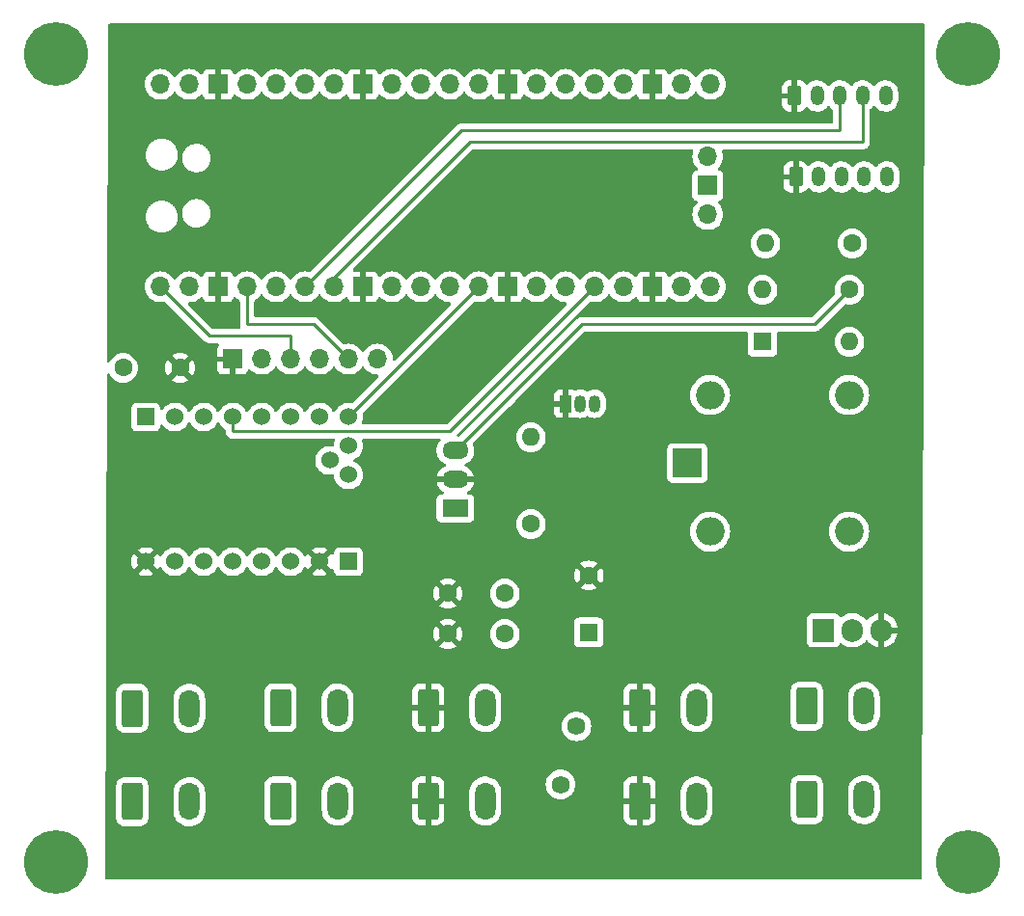
<source format=gbr>
%TF.GenerationSoftware,KiCad,Pcbnew,7.0.1*%
%TF.CreationDate,2023-04-06T19:52:14-04:00*%
%TF.ProjectId,KiwiBoard,4b697769-426f-4617-9264-2e6b69636164,rev?*%
%TF.SameCoordinates,Original*%
%TF.FileFunction,Copper,L2,Bot*%
%TF.FilePolarity,Positive*%
%FSLAX46Y46*%
G04 Gerber Fmt 4.6, Leading zero omitted, Abs format (unit mm)*
G04 Created by KiCad (PCBNEW 7.0.1) date 2023-04-06 19:52:14*
%MOMM*%
%LPD*%
G01*
G04 APERTURE LIST*
G04 Aperture macros list*
%AMRoundRect*
0 Rectangle with rounded corners*
0 $1 Rounding radius*
0 $2 $3 $4 $5 $6 $7 $8 $9 X,Y pos of 4 corners*
0 Add a 4 corners polygon primitive as box body*
4,1,4,$2,$3,$4,$5,$6,$7,$8,$9,$2,$3,0*
0 Add four circle primitives for the rounded corners*
1,1,$1+$1,$2,$3*
1,1,$1+$1,$4,$5*
1,1,$1+$1,$6,$7*
1,1,$1+$1,$8,$9*
0 Add four rect primitives between the rounded corners*
20,1,$1+$1,$2,$3,$4,$5,0*
20,1,$1+$1,$4,$5,$6,$7,0*
20,1,$1+$1,$6,$7,$8,$9,0*
20,1,$1+$1,$8,$9,$2,$3,0*%
G04 Aperture macros list end*
%TA.AperFunction,ComponentPad*%
%ADD10RoundRect,0.250000X-0.650000X-1.400000X0.650000X-1.400000X0.650000X1.400000X-0.650000X1.400000X0*%
%TD*%
%TA.AperFunction,ComponentPad*%
%ADD11O,1.800000X3.300000*%
%TD*%
%TA.AperFunction,ComponentPad*%
%ADD12C,1.590000*%
%TD*%
%TA.AperFunction,ComponentPad*%
%ADD13R,1.050000X1.500000*%
%TD*%
%TA.AperFunction,ComponentPad*%
%ADD14O,1.050000X1.500000*%
%TD*%
%TA.AperFunction,ComponentPad*%
%ADD15RoundRect,0.250000X-0.350000X-0.625000X0.350000X-0.625000X0.350000X0.625000X-0.350000X0.625000X0*%
%TD*%
%TA.AperFunction,ComponentPad*%
%ADD16O,1.200000X1.750000*%
%TD*%
%TA.AperFunction,ComponentPad*%
%ADD17R,1.600000X1.600000*%
%TD*%
%TA.AperFunction,ComponentPad*%
%ADD18C,1.600000*%
%TD*%
%TA.AperFunction,ComponentPad*%
%ADD19R,1.905000X2.000000*%
%TD*%
%TA.AperFunction,ComponentPad*%
%ADD20O,1.905000X2.000000*%
%TD*%
%TA.AperFunction,ComponentPad*%
%ADD21O,1.600000X1.600000*%
%TD*%
%TA.AperFunction,ComponentPad*%
%ADD22C,5.600000*%
%TD*%
%TA.AperFunction,ComponentPad*%
%ADD23R,1.524000X1.524000*%
%TD*%
%TA.AperFunction,ComponentPad*%
%ADD24C,1.524000*%
%TD*%
%TA.AperFunction,ComponentPad*%
%ADD25O,1.700000X1.700000*%
%TD*%
%TA.AperFunction,ComponentPad*%
%ADD26R,1.700000X1.700000*%
%TD*%
%TA.AperFunction,ComponentPad*%
%ADD27R,2.300000X1.500000*%
%TD*%
%TA.AperFunction,ComponentPad*%
%ADD28O,2.300000X1.500000*%
%TD*%
%TA.AperFunction,ComponentPad*%
%ADD29R,2.500000X2.500000*%
%TD*%
%TA.AperFunction,ComponentPad*%
%ADD30O,2.500000X2.500000*%
%TD*%
%TA.AperFunction,Conductor*%
%ADD31C,0.250000*%
%TD*%
G04 APERTURE END LIST*
D10*
%TO.P,J4B1,1,Pin_1*%
%TO.N,B-*%
X52658000Y-98480000D03*
X52658000Y-106680000D03*
D11*
%TO.P,J4B1,2,Pin_2*%
%TO.N,B+*%
X57658000Y-98480000D03*
X57658000Y-106680000D03*
%TD*%
D10*
%TO.P,J4A1,1,Pin_1*%
%TO.N,A-*%
X65688000Y-98422500D03*
X65688000Y-106622500D03*
D11*
%TO.P,J4A1,2,Pin_2*%
%TO.N,A+*%
X70688000Y-98422500D03*
X70688000Y-106622500D03*
%TD*%
D10*
%TO.P,J1,1,Pin_1*%
%TO.N,GND*%
X78642000Y-98422500D03*
X78642000Y-106622500D03*
D11*
%TO.P,J1,2,Pin_2*%
%TO.N,VCC*%
X83642000Y-98422500D03*
X83642000Y-106622500D03*
%TD*%
D12*
%TO.P,F1,1*%
%TO.N,VCC*%
X90232000Y-105166000D03*
%TO.P,F1,2*%
%TO.N,+12V*%
X91632000Y-100066000D03*
%TD*%
D13*
%TO.P,Q1,1,E*%
%TO.N,GND*%
X90678000Y-71734000D03*
D14*
%TO.P,Q1,2,B*%
%TO.N,Net-(Q1-B)*%
X91948000Y-71734000D03*
%TO.P,Q1,3,C*%
%TO.N,Net-(D1-A)*%
X93218000Y-71734000D03*
%TD*%
D15*
%TO.P,J5,1,Pin_1*%
%TO.N,GND*%
X110744000Y-44704000D03*
D16*
%TO.P,J5,2,Pin_2*%
%TO.N,+3.3V*%
X112744000Y-44704000D03*
%TO.P,J5,3,Pin_3*%
%TO.N,SDA*%
X114744000Y-44704000D03*
%TO.P,J5,4,Pin_4*%
%TO.N,SLC*%
X116744000Y-44704000D03*
%TO.P,J5,5*%
%TO.N,N/C*%
X118744000Y-44704000D03*
%TD*%
D17*
%TO.P,C4,1*%
%TO.N,+12V*%
X92710000Y-91810651D03*
D18*
%TO.P,C4,2*%
%TO.N,GND*%
X92710000Y-86810651D03*
%TD*%
%TO.P,C3,1*%
%TO.N,+3.3V*%
X51856000Y-68580000D03*
%TO.P,C3,2*%
%TO.N,GND*%
X56856000Y-68580000D03*
%TD*%
%TO.P,C1,1*%
%TO.N,+12V*%
X85344000Y-91948000D03*
%TO.P,C1,2*%
%TO.N,GND*%
X80344000Y-91948000D03*
%TD*%
D19*
%TO.P,Q2,1,B*%
%TO.N,Net-(Q2-B)*%
X113284000Y-91623000D03*
D20*
%TO.P,Q2,2,C*%
%TO.N,FAN_GND*%
X115824000Y-91623000D03*
%TO.P,Q2,3,E*%
%TO.N,GND*%
X118364000Y-91623000D03*
%TD*%
D18*
%TO.P,C2,1*%
%TO.N,+12V*%
X85344000Y-88392000D03*
%TO.P,C2,2*%
%TO.N,GND*%
X80344000Y-88392000D03*
%TD*%
%TO.P,R1,1*%
%TO.N,Net-(Q1-B)*%
X87630000Y-82296000D03*
D21*
%TO.P,R1,2*%
%TO.N,HEATER_CTL*%
X87630000Y-74676000D03*
%TD*%
D17*
%TO.P,D1,1,K*%
%TO.N,Net-(D1-K)*%
X107950000Y-66294000D03*
D21*
%TO.P,D1,2,A*%
%TO.N,Net-(D1-A)*%
X115570000Y-66294000D03*
%TD*%
D10*
%TO.P,J3,1,Pin_1*%
%TO.N,FAN_GND*%
X111840000Y-98298000D03*
X111840000Y-106498000D03*
D11*
%TO.P,J3,2,Pin_2*%
%TO.N,+12V*%
X116840000Y-98298000D03*
X116840000Y-106498000D03*
%TD*%
D22*
%TO.P,REF\u002A\u002A,1*%
%TO.N,N/C*%
X46000000Y-41000000D03*
%TD*%
D23*
%TO.P,U4,JP1_1,DIR*%
%TO.N,unconnected-(U4-DIR-PadJP1_1)*%
X53848000Y-72898000D03*
D24*
%TO.P,U4,JP1_2,STEP*%
%TO.N,unconnected-(U4-STEP-PadJP1_2)*%
X56388000Y-72898000D03*
%TO.P,U4,JP1_3*%
%TO.N,N/C*%
X58928000Y-72898000D03*
%TO.P,U4,JP1_4,SDO*%
%TO.N,MISO*%
X61468000Y-72898000D03*
%TO.P,U4,JP1_5,CS*%
%TO.N,SS*%
X64008000Y-72898000D03*
%TO.P,U4,JP1_6,SCK*%
%TO.N,SCLK*%
X66548000Y-72898000D03*
%TO.P,U4,JP1_7,SDI*%
%TO.N,MOSI*%
X69088000Y-72898000D03*
%TO.P,U4,JP1_8,EN*%
%TO.N,MOTOR_EN*%
X71628000Y-72898000D03*
D23*
%TO.P,U4,JP2_1,VM*%
%TO.N,+12V*%
X71628000Y-85598000D03*
D24*
%TO.P,U4,JP2_2,GND*%
%TO.N,GND*%
X69088000Y-85598000D03*
%TO.P,U4,JP2_3,OA2*%
%TO.N,A+*%
X66548000Y-85598000D03*
%TO.P,U4,JP2_4,OA1*%
%TO.N,A-*%
X64008000Y-85598000D03*
%TO.P,U4,JP2_5,OB1*%
%TO.N,B+*%
X61468000Y-85598000D03*
%TO.P,U4,JP2_6,OB2*%
%TO.N,B-*%
X58928000Y-85598000D03*
%TO.P,U4,JP2_7,VIO*%
%TO.N,+3.3V*%
X56388000Y-85598000D03*
%TO.P,U4,JP2_8,GND*%
%TO.N,GND*%
X53848000Y-85598000D03*
%TO.P,U4,JP3_1,DIAG*%
%TO.N,unconnected-(U4-DIAG-PadJP3_1)*%
X71628000Y-77978000D03*
%TO.P,U4,JP3_2,INDEX*%
%TO.N,unconnected-(U4-INDEX-PadJP3_2)*%
X71628000Y-75438000D03*
%TO.P,U4,VREF,VREF*%
%TO.N,unconnected-(U4-PadVREF)*%
X69977000Y-76708000D03*
%TD*%
D18*
%TO.P,R3,1*%
%TO.N,Net-(Q2-B)*%
X115824000Y-57658000D03*
D21*
%TO.P,R3,2*%
%TO.N,FAN_CTL*%
X108204000Y-57658000D03*
%TD*%
D25*
%TO.P,U1,1,GPIO0*%
%TO.N,EXT1*%
X55118000Y-61468000D03*
%TO.P,U1,2,GPIO1*%
%TO.N,EXT2*%
X57658000Y-61468000D03*
D26*
%TO.P,U1,3,GND*%
%TO.N,GND*%
X60198000Y-61468000D03*
D25*
%TO.P,U1,4,GPIO2*%
%TO.N,EXT3*%
X62738000Y-61468000D03*
%TO.P,U1,5,GPIO3*%
%TO.N,EXT4*%
X65278000Y-61468000D03*
%TO.P,U1,6,GPIO4*%
%TO.N,SDA*%
X67818000Y-61468000D03*
%TO.P,U1,7,GPIO5*%
%TO.N,SLC*%
X70358000Y-61468000D03*
D26*
%TO.P,U1,8,GND*%
%TO.N,GND*%
X72898000Y-61468000D03*
D25*
%TO.P,U1,9,GPIO6*%
%TO.N,unconnected-(U1-GPIO6-Pad9)*%
X75438000Y-61468000D03*
%TO.P,U1,10,GPIO7*%
%TO.N,unconnected-(U1-GPIO7-Pad10)*%
X77978000Y-61468000D03*
%TO.P,U1,11,GPIO8*%
%TO.N,unconnected-(U1-GPIO8-Pad11)*%
X80518000Y-61468000D03*
%TO.P,U1,12,GPIO9*%
%TO.N,MOTOR_EN*%
X83058000Y-61468000D03*
D26*
%TO.P,U1,13,GND*%
%TO.N,GND*%
X85598000Y-61468000D03*
D25*
%TO.P,U1,14,GPIO10*%
%TO.N,SCLK*%
X88138000Y-61468000D03*
%TO.P,U1,15,GPIO11*%
%TO.N,MOSI*%
X90678000Y-61468000D03*
%TO.P,U1,16,GPIO12*%
%TO.N,MISO*%
X93218000Y-61468000D03*
%TO.P,U1,17,GPIO13*%
%TO.N,SS*%
X95758000Y-61468000D03*
D26*
%TO.P,U1,18,GND*%
%TO.N,GND*%
X98298000Y-61468000D03*
D25*
%TO.P,U1,19,GPIO14*%
%TO.N,FAN_CTL*%
X100838000Y-61468000D03*
%TO.P,U1,20,GPIO15*%
%TO.N,HEATER_CTL*%
X103378000Y-61468000D03*
%TO.P,U1,21,GPIO16*%
%TO.N,ENC2*%
X103378000Y-43688000D03*
%TO.P,U1,22,GPIO17*%
%TO.N,ENC1*%
X100838000Y-43688000D03*
D26*
%TO.P,U1,23,GND*%
%TO.N,GND*%
X98298000Y-43688000D03*
D25*
%TO.P,U1,24,GPIO18*%
%TO.N,BTN*%
X95758000Y-43688000D03*
%TO.P,U1,25,GPIO19*%
%TO.N,unconnected-(U1-GPIO19-Pad25)*%
X93218000Y-43688000D03*
%TO.P,U1,26,GPIO20*%
%TO.N,unconnected-(U1-GPIO20-Pad26)*%
X90678000Y-43688000D03*
%TO.P,U1,27,GPIO21*%
%TO.N,unconnected-(U1-GPIO21-Pad27)*%
X88138000Y-43688000D03*
D26*
%TO.P,U1,28,GND*%
%TO.N,GND*%
X85598000Y-43688000D03*
D25*
%TO.P,U1,29,GPIO22*%
%TO.N,unconnected-(U1-GPIO22-Pad29)*%
X83058000Y-43688000D03*
%TO.P,U1,30,RUN*%
%TO.N,unconnected-(U1-RUN-Pad30)*%
X80518000Y-43688000D03*
%TO.P,U1,31,GPIO26_ADC0*%
%TO.N,unconnected-(U1-GPIO26_ADC0-Pad31)*%
X77978000Y-43688000D03*
%TO.P,U1,32,GPIO27_ADC1*%
%TO.N,unconnected-(U1-GPIO27_ADC1-Pad32)*%
X75438000Y-43688000D03*
D26*
%TO.P,U1,33,AGND*%
%TO.N,GND*%
X72898000Y-43688000D03*
D25*
%TO.P,U1,34,GPIO28_ADC2*%
%TO.N,unconnected-(U1-GPIO28_ADC2-Pad34)*%
X70358000Y-43688000D03*
%TO.P,U1,35,ADC_VREF*%
%TO.N,unconnected-(U1-ADC_VREF-Pad35)*%
X67818000Y-43688000D03*
%TO.P,U1,36,3V3*%
%TO.N,unconnected-(U1-3V3-Pad36)*%
X65278000Y-43688000D03*
%TO.P,U1,37,3V3_EN*%
%TO.N,unconnected-(U1-3V3_EN-Pad37)*%
X62738000Y-43688000D03*
D26*
%TO.P,U1,38,GND*%
%TO.N,GND*%
X60198000Y-43688000D03*
D25*
%TO.P,U1,39,VSYS*%
%TO.N,+3.3V*%
X57658000Y-43688000D03*
%TO.P,U1,40,VBUS*%
%TO.N,unconnected-(U1-VBUS-Pad40)*%
X55118000Y-43688000D03*
%TO.P,U1,41,SWCLK*%
%TO.N,unconnected-(U1-SWCLK-Pad41)*%
X103148000Y-55118000D03*
D26*
%TO.P,U1,42,GND*%
%TO.N,unconnected-(U1-GND-Pad42)*%
X103148000Y-52578000D03*
D25*
%TO.P,U1,43,SWDIO*%
%TO.N,unconnected-(U1-SWDIO-Pad43)*%
X103148000Y-50038000D03*
%TD*%
D22*
%TO.P,REF\u002A\u002A,1*%
%TO.N,N/C*%
X126000000Y-41000000D03*
%TD*%
D10*
%TO.P,J2,1,Pin_1*%
%TO.N,GND*%
X97184000Y-98422500D03*
X97184000Y-106622500D03*
D11*
%TO.P,J2,2,Pin_2*%
%TO.N,HEATER_OUT*%
X102184000Y-98422500D03*
X102184000Y-106622500D03*
%TD*%
D22*
%TO.P,REF\u002A\u002A,1*%
%TO.N,N/C*%
X46000000Y-112000000D03*
%TD*%
D26*
%TO.P,J7,1,Pin_1*%
%TO.N,GND*%
X61468000Y-67818000D03*
D25*
%TO.P,J7,2,Pin_2*%
%TO.N,+3.3V*%
X64008000Y-67818000D03*
%TO.P,J7,3,Pin_3*%
%TO.N,EXT1*%
X66548000Y-67818000D03*
%TO.P,J7,4,Pin_4*%
%TO.N,EXT2*%
X69088000Y-67818000D03*
%TO.P,J7,5,Pin_5*%
%TO.N,EXT3*%
X71628000Y-67818000D03*
%TO.P,J7,6,Pin_6*%
%TO.N,EXT4*%
X74168000Y-67818000D03*
%TD*%
D15*
%TO.P,J6,1,Pin_1*%
%TO.N,GND*%
X110872000Y-51816000D03*
D16*
%TO.P,J6,2,Pin_2*%
%TO.N,+3.3V*%
X112872000Y-51816000D03*
%TO.P,J6,3,Pin_3*%
%TO.N,BTN*%
X114872000Y-51816000D03*
%TO.P,J6,4,Pin_4*%
%TO.N,ENC1*%
X116872000Y-51816000D03*
%TO.P,J6,5,Pin_5*%
%TO.N,ENC2*%
X118872000Y-51816000D03*
%TD*%
D27*
%TO.P,U2,1,IN*%
%TO.N,+12V*%
X81000000Y-80933000D03*
D28*
%TO.P,U2,2,GND*%
%TO.N,GND*%
X81000000Y-78393000D03*
%TO.P,U2,3,OUT*%
%TO.N,+3.3V*%
X81000000Y-75853000D03*
%TD*%
D22*
%TO.P,REF\u002A\u002A,1*%
%TO.N,N/C*%
X126000000Y-112000000D03*
%TD*%
D29*
%TO.P,K1,1*%
%TO.N,+12V*%
X101354500Y-76962000D03*
D30*
%TO.P,K1,2*%
%TO.N,Net-(D1-A)*%
X103354500Y-82962000D03*
%TO.P,K1,3*%
%TO.N,HEATER_OUT*%
X115554500Y-82962000D03*
%TO.P,K1,4*%
%TO.N,unconnected-(K1-Pad4)*%
X115554500Y-70962000D03*
%TO.P,K1,5*%
%TO.N,Net-(D1-K)*%
X103354500Y-70962000D03*
%TD*%
D18*
%TO.P,R2,1*%
%TO.N,+3.3V*%
X115570000Y-61722000D03*
D21*
%TO.P,R2,2*%
%TO.N,Net-(D1-K)*%
X107950000Y-61722000D03*
%TD*%
D31*
%TO.N,+3.3V*%
X112522000Y-64770000D02*
X115570000Y-61722000D01*
X92083000Y-64770000D02*
X112522000Y-64770000D01*
X81000000Y-75853000D02*
X92083000Y-64770000D01*
%TO.N,SDA*%
X114744000Y-47752000D02*
X114744000Y-44704000D01*
X81534000Y-47752000D02*
X114744000Y-47752000D01*
X67818000Y-61468000D02*
X81534000Y-47752000D01*
%TO.N,SLC*%
X70358000Y-60706000D02*
X82296000Y-48768000D01*
X116744000Y-48768000D02*
X116744000Y-44704000D01*
X70358000Y-61468000D02*
X70358000Y-60706000D01*
X82296000Y-48768000D02*
X116744000Y-48768000D01*
%TO.N,MISO*%
X61468000Y-72898000D02*
X61468000Y-74168000D01*
X61468000Y-74168000D02*
X80518000Y-74168000D01*
X80518000Y-74168000D02*
X93218000Y-61468000D01*
%TO.N,MOTOR_EN*%
X83058000Y-61468000D02*
X71628000Y-72898000D01*
%TO.N,EXT1*%
X59436000Y-65786000D02*
X66548000Y-65786000D01*
X66548000Y-65786000D02*
X66548000Y-67818000D01*
X55118000Y-61468000D02*
X59436000Y-65786000D01*
%TO.N,EXT3*%
X71628000Y-67818000D02*
X68580000Y-64770000D01*
X68580000Y-64770000D02*
X62738000Y-64770000D01*
X62738000Y-64770000D02*
X62738000Y-61468000D01*
%TD*%
%TA.AperFunction,Conductor*%
%TO.N,GND*%
G36*
X122111702Y-38370683D02*
G01*
X122157108Y-38416242D01*
X122173579Y-38478417D01*
X121920421Y-113413581D01*
X121920418Y-113414419D01*
X121903666Y-113476242D01*
X121858298Y-113521457D01*
X121796419Y-113538000D01*
X50416419Y-113538000D01*
X50354298Y-113521317D01*
X50308892Y-113475758D01*
X50292420Y-113413581D01*
X50307904Y-108830499D01*
X50310271Y-108130008D01*
X51257500Y-108130008D01*
X51268000Y-108232796D01*
X51323186Y-108399334D01*
X51415288Y-108548657D01*
X51539342Y-108672711D01*
X51539344Y-108672712D01*
X51688666Y-108764814D01*
X51800016Y-108801712D01*
X51855202Y-108819999D01*
X51865703Y-108821071D01*
X51957991Y-108830500D01*
X53358008Y-108830499D01*
X53460797Y-108819999D01*
X53627334Y-108764814D01*
X53776656Y-108672712D01*
X53900712Y-108548656D01*
X53992814Y-108399334D01*
X54047999Y-108232797D01*
X54058500Y-108130009D01*
X54058500Y-107489501D01*
X56257500Y-107489501D01*
X56272653Y-107667539D01*
X56332724Y-107898250D01*
X56430922Y-108115485D01*
X56510210Y-108232796D01*
X56564421Y-108313003D01*
X56729379Y-108485118D01*
X56921053Y-108626879D01*
X57133926Y-108734207D01*
X57361877Y-108804016D01*
X57598346Y-108834298D01*
X57836532Y-108824180D01*
X58069581Y-108773954D01*
X58290790Y-108685064D01*
X58493795Y-108560069D01*
X58672755Y-108402564D01*
X58819710Y-108220564D01*
X58822519Y-108217085D01*
X58822519Y-108217084D01*
X58822523Y-108217080D01*
X58903286Y-108072508D01*
X64287500Y-108072508D01*
X64298000Y-108175296D01*
X64353186Y-108341834D01*
X64445288Y-108491157D01*
X64569342Y-108615211D01*
X64588259Y-108626879D01*
X64718666Y-108707314D01*
X64799821Y-108734206D01*
X64885202Y-108762499D01*
X64895703Y-108763571D01*
X64987991Y-108773000D01*
X66388008Y-108772999D01*
X66490797Y-108762499D01*
X66657334Y-108707314D01*
X66806656Y-108615212D01*
X66930712Y-108491156D01*
X67022814Y-108341834D01*
X67077999Y-108175297D01*
X67088500Y-108072509D01*
X67088500Y-107432001D01*
X69287500Y-107432001D01*
X69302653Y-107610039D01*
X69362724Y-107840750D01*
X69460922Y-108057985D01*
X69579073Y-108232796D01*
X69594421Y-108255503D01*
X69759379Y-108427618D01*
X69951053Y-108569379D01*
X70163926Y-108676707D01*
X70391877Y-108746516D01*
X70628346Y-108776798D01*
X70866532Y-108766680D01*
X71099581Y-108716454D01*
X71320790Y-108627564D01*
X71523795Y-108502569D01*
X71702755Y-108345064D01*
X71852523Y-108159580D01*
X71968790Y-107951454D01*
X72048211Y-107726671D01*
X72068209Y-107610041D01*
X72088500Y-107491703D01*
X72088500Y-106872500D01*
X77242001Y-106872500D01*
X77242001Y-108072479D01*
X77252493Y-108175195D01*
X77307642Y-108341622D01*
X77399683Y-108490845D01*
X77523654Y-108614816D01*
X77672877Y-108706857D01*
X77839303Y-108762006D01*
X77942021Y-108772500D01*
X78392000Y-108772500D01*
X78392000Y-106872500D01*
X78892000Y-106872500D01*
X78892000Y-108772499D01*
X79341979Y-108772499D01*
X79444695Y-108762006D01*
X79611122Y-108706857D01*
X79760345Y-108614816D01*
X79884316Y-108490845D01*
X79976357Y-108341622D01*
X80031506Y-108175196D01*
X80042000Y-108072479D01*
X80042000Y-107432001D01*
X82241500Y-107432001D01*
X82256653Y-107610039D01*
X82316724Y-107840750D01*
X82414922Y-108057985D01*
X82533073Y-108232796D01*
X82548421Y-108255503D01*
X82713379Y-108427618D01*
X82905053Y-108569379D01*
X83117926Y-108676707D01*
X83345877Y-108746516D01*
X83582346Y-108776798D01*
X83820532Y-108766680D01*
X84053581Y-108716454D01*
X84274790Y-108627564D01*
X84477795Y-108502569D01*
X84656755Y-108345064D01*
X84806523Y-108159580D01*
X84922790Y-107951454D01*
X85002211Y-107726671D01*
X85022209Y-107610041D01*
X85042500Y-107491703D01*
X85042500Y-106872500D01*
X95784001Y-106872500D01*
X95784001Y-108072479D01*
X95794493Y-108175195D01*
X95849642Y-108341622D01*
X95941683Y-108490845D01*
X96065654Y-108614816D01*
X96214877Y-108706857D01*
X96381303Y-108762006D01*
X96484021Y-108772500D01*
X96934000Y-108772500D01*
X96934000Y-106872500D01*
X97434000Y-106872500D01*
X97434000Y-108772499D01*
X97883979Y-108772499D01*
X97986695Y-108762006D01*
X98153122Y-108706857D01*
X98302345Y-108614816D01*
X98426316Y-108490845D01*
X98518357Y-108341622D01*
X98573506Y-108175196D01*
X98584000Y-108072479D01*
X98584000Y-107432001D01*
X100783500Y-107432001D01*
X100798653Y-107610039D01*
X100858724Y-107840750D01*
X100956922Y-108057985D01*
X101075073Y-108232796D01*
X101090421Y-108255503D01*
X101255379Y-108427618D01*
X101447053Y-108569379D01*
X101659926Y-108676707D01*
X101887877Y-108746516D01*
X102124346Y-108776798D01*
X102362532Y-108766680D01*
X102595581Y-108716454D01*
X102816790Y-108627564D01*
X103019795Y-108502569D01*
X103198755Y-108345064D01*
X103348523Y-108159580D01*
X103464790Y-107951454D01*
X103466008Y-107948008D01*
X110439500Y-107948008D01*
X110450000Y-108050796D01*
X110505186Y-108217334D01*
X110597288Y-108366657D01*
X110721342Y-108490711D01*
X110722065Y-108491157D01*
X110870666Y-108582814D01*
X110968437Y-108615212D01*
X111037202Y-108637999D01*
X111047703Y-108639071D01*
X111139991Y-108648500D01*
X112540008Y-108648499D01*
X112642797Y-108637999D01*
X112809334Y-108582814D01*
X112958656Y-108490712D01*
X113082712Y-108366656D01*
X113174814Y-108217334D01*
X113229999Y-108050797D01*
X113240500Y-107948009D01*
X113240500Y-107307501D01*
X115439500Y-107307501D01*
X115454653Y-107485539D01*
X115514724Y-107716250D01*
X115612922Y-107933485D01*
X115735932Y-108115485D01*
X115746421Y-108131003D01*
X115911379Y-108303118D01*
X116103053Y-108444879D01*
X116315926Y-108552207D01*
X116543877Y-108622016D01*
X116780346Y-108652298D01*
X117018532Y-108642180D01*
X117251581Y-108591954D01*
X117472790Y-108503064D01*
X117675795Y-108378069D01*
X117854755Y-108220564D01*
X118004523Y-108035080D01*
X118120790Y-107826954D01*
X118200211Y-107602171D01*
X118200212Y-107602168D01*
X118240500Y-107367203D01*
X118240500Y-105688499D01*
X118225346Y-105510460D01*
X118212663Y-105461751D01*
X118194978Y-105393829D01*
X118165275Y-105279749D01*
X118067077Y-105062514D01*
X117933579Y-104864997D01*
X117768620Y-104692881D01*
X117576947Y-104551121D01*
X117364074Y-104443793D01*
X117136123Y-104373984D01*
X116899654Y-104343702D01*
X116899650Y-104343702D01*
X116661470Y-104353819D01*
X116428418Y-104404046D01*
X116207211Y-104492935D01*
X116004203Y-104617932D01*
X115825243Y-104775437D01*
X115675480Y-104960914D01*
X115559208Y-105169048D01*
X115479787Y-105393831D01*
X115439500Y-105628797D01*
X115439500Y-107307501D01*
X113240500Y-107307501D01*
X113240499Y-105047992D01*
X113229999Y-104945203D01*
X113174814Y-104778666D01*
X113110833Y-104674935D01*
X113082711Y-104629342D01*
X112958657Y-104505288D01*
X112809334Y-104413186D01*
X112642797Y-104358000D01*
X112540009Y-104347500D01*
X111139991Y-104347500D01*
X111037203Y-104358000D01*
X110870665Y-104413186D01*
X110721342Y-104505288D01*
X110597288Y-104629342D01*
X110505186Y-104778665D01*
X110450000Y-104945202D01*
X110439500Y-105047990D01*
X110439500Y-107948008D01*
X103466008Y-107948008D01*
X103544211Y-107726671D01*
X103564209Y-107610041D01*
X103584500Y-107491703D01*
X103584500Y-105812999D01*
X103569346Y-105634960D01*
X103567741Y-105628797D01*
X103538978Y-105518329D01*
X103509275Y-105404249D01*
X103411077Y-105187014D01*
X103277579Y-104989497D01*
X103112620Y-104817381D01*
X102920947Y-104675621D01*
X102708074Y-104568293D01*
X102480123Y-104498484D01*
X102480122Y-104498483D01*
X102243654Y-104468202D01*
X102243650Y-104468202D01*
X102005470Y-104478319D01*
X101772418Y-104528546D01*
X101551211Y-104617435D01*
X101348203Y-104742432D01*
X101169243Y-104899937D01*
X101019480Y-105085414D01*
X100903208Y-105293548D01*
X100823787Y-105518331D01*
X100783500Y-105753297D01*
X100783500Y-107432001D01*
X98584000Y-107432001D01*
X98584000Y-106872500D01*
X97434000Y-106872500D01*
X96934000Y-106872500D01*
X95784001Y-106872500D01*
X85042500Y-106872500D01*
X85042500Y-105812999D01*
X85027346Y-105634960D01*
X85025741Y-105628797D01*
X84996978Y-105518329D01*
X84967275Y-105404249D01*
X84869077Y-105187014D01*
X84854873Y-105165999D01*
X88931550Y-105165999D01*
X88951307Y-105391818D01*
X88970045Y-105461749D01*
X89000613Y-105575831D01*
X89009979Y-105610783D01*
X89105775Y-105816221D01*
X89105778Y-105816225D01*
X89235798Y-106001913D01*
X89396087Y-106162202D01*
X89581775Y-106292222D01*
X89581778Y-106292224D01*
X89749588Y-106370474D01*
X89787220Y-106388022D01*
X90006179Y-106446692D01*
X90232000Y-106466449D01*
X90457821Y-106446692D01*
X90676780Y-106388022D01*
X90710067Y-106372500D01*
X95784000Y-106372500D01*
X96934000Y-106372500D01*
X96934000Y-104472501D01*
X96484021Y-104472501D01*
X96381304Y-104482993D01*
X96214877Y-104538142D01*
X96065654Y-104630183D01*
X95941683Y-104754154D01*
X95849642Y-104903377D01*
X95794493Y-105069803D01*
X95784000Y-105172521D01*
X95784000Y-106372500D01*
X90710067Y-106372500D01*
X90882225Y-106292222D01*
X91067913Y-106162202D01*
X91228202Y-106001913D01*
X91358222Y-105816225D01*
X91359725Y-105813003D01*
X91415934Y-105692460D01*
X91454022Y-105610780D01*
X91512692Y-105391821D01*
X91532449Y-105166000D01*
X91512692Y-104940179D01*
X91454022Y-104721220D01*
X91358222Y-104515776D01*
X91350878Y-104505288D01*
X91327920Y-104472500D01*
X97434000Y-104472500D01*
X97434000Y-106372500D01*
X98583999Y-106372500D01*
X98583999Y-105172521D01*
X98573506Y-105069804D01*
X98518357Y-104903377D01*
X98426316Y-104754154D01*
X98302345Y-104630183D01*
X98153122Y-104538142D01*
X97986696Y-104482993D01*
X97883979Y-104472500D01*
X97434000Y-104472500D01*
X91327920Y-104472500D01*
X91240395Y-104347501D01*
X91228202Y-104330087D01*
X91067913Y-104169798D01*
X90882225Y-104039778D01*
X90882221Y-104039775D01*
X90676783Y-103943979D01*
X90676780Y-103943978D01*
X90567300Y-103914642D01*
X90457818Y-103885307D01*
X90232000Y-103865550D01*
X90006181Y-103885307D01*
X89787219Y-103943978D01*
X89581774Y-104039778D01*
X89396086Y-104169798D01*
X89235798Y-104330086D01*
X89105778Y-104515774D01*
X89009978Y-104721219D01*
X88951307Y-104940181D01*
X88931550Y-105165999D01*
X84854873Y-105165999D01*
X84735579Y-104989497D01*
X84570620Y-104817381D01*
X84378947Y-104675621D01*
X84166074Y-104568293D01*
X83938123Y-104498484D01*
X83938122Y-104498483D01*
X83701654Y-104468202D01*
X83701650Y-104468202D01*
X83463470Y-104478319D01*
X83230418Y-104528546D01*
X83009211Y-104617435D01*
X82806203Y-104742432D01*
X82627243Y-104899937D01*
X82477480Y-105085414D01*
X82361208Y-105293548D01*
X82281787Y-105518331D01*
X82241500Y-105753297D01*
X82241500Y-107432001D01*
X80042000Y-107432001D01*
X80042000Y-106872500D01*
X78892000Y-106872500D01*
X78392000Y-106872500D01*
X77242001Y-106872500D01*
X72088500Y-106872500D01*
X72088500Y-106372500D01*
X77242000Y-106372500D01*
X78392000Y-106372500D01*
X78392000Y-104472501D01*
X77942021Y-104472501D01*
X77839304Y-104482993D01*
X77672877Y-104538142D01*
X77523654Y-104630183D01*
X77399683Y-104754154D01*
X77307642Y-104903377D01*
X77252493Y-105069803D01*
X77242000Y-105172521D01*
X77242000Y-106372500D01*
X72088500Y-106372500D01*
X72088500Y-105812999D01*
X72073346Y-105634960D01*
X72071741Y-105628797D01*
X72042978Y-105518329D01*
X72013275Y-105404249D01*
X71915077Y-105187014D01*
X71781579Y-104989497D01*
X71616620Y-104817381D01*
X71424947Y-104675621D01*
X71212074Y-104568293D01*
X70984123Y-104498484D01*
X70984122Y-104498483D01*
X70781218Y-104472500D01*
X78892000Y-104472500D01*
X78892000Y-106372500D01*
X80041999Y-106372500D01*
X80041999Y-105172521D01*
X80031506Y-105069804D01*
X79976357Y-104903377D01*
X79884316Y-104754154D01*
X79760345Y-104630183D01*
X79611122Y-104538142D01*
X79444696Y-104482993D01*
X79341979Y-104472500D01*
X78892000Y-104472500D01*
X70781218Y-104472500D01*
X70747654Y-104468202D01*
X70747650Y-104468202D01*
X70509470Y-104478319D01*
X70276418Y-104528546D01*
X70055211Y-104617435D01*
X69852203Y-104742432D01*
X69673243Y-104899937D01*
X69523480Y-105085414D01*
X69407208Y-105293548D01*
X69327787Y-105518331D01*
X69287500Y-105753297D01*
X69287500Y-107432001D01*
X67088500Y-107432001D01*
X67088499Y-105172492D01*
X67077999Y-105069703D01*
X67022814Y-104903166D01*
X66930712Y-104753844D01*
X66930711Y-104753842D01*
X66806657Y-104629788D01*
X66657334Y-104537686D01*
X66490797Y-104482500D01*
X66388009Y-104472000D01*
X64987991Y-104472000D01*
X64885203Y-104482500D01*
X64718665Y-104537686D01*
X64569342Y-104629788D01*
X64445288Y-104753842D01*
X64353186Y-104903165D01*
X64298000Y-105069702D01*
X64287500Y-105172490D01*
X64287500Y-108072508D01*
X58903286Y-108072508D01*
X58938790Y-108008954D01*
X59018211Y-107784171D01*
X59018212Y-107784168D01*
X59058500Y-107549203D01*
X59058500Y-105870499D01*
X59043346Y-105692460D01*
X58983275Y-105461749D01*
X58885077Y-105244514D01*
X58751579Y-105046997D01*
X58586620Y-104874881D01*
X58394947Y-104733121D01*
X58182074Y-104625793D01*
X57954123Y-104555984D01*
X57916148Y-104551121D01*
X57717654Y-104525702D01*
X57717650Y-104525702D01*
X57479470Y-104535819D01*
X57246418Y-104586046D01*
X57025211Y-104674935D01*
X56822203Y-104799932D01*
X56643243Y-104957437D01*
X56493480Y-105142914D01*
X56377208Y-105351048D01*
X56297787Y-105575831D01*
X56257500Y-105810797D01*
X56257500Y-107489501D01*
X54058500Y-107489501D01*
X54058499Y-105229992D01*
X54047999Y-105127203D01*
X53992814Y-104960666D01*
X53900712Y-104811344D01*
X53900711Y-104811342D01*
X53776657Y-104687288D01*
X53627334Y-104595186D01*
X53460797Y-104540000D01*
X53358009Y-104529500D01*
X51957991Y-104529500D01*
X51855203Y-104540000D01*
X51688665Y-104595186D01*
X51539342Y-104687288D01*
X51415288Y-104811342D01*
X51323186Y-104960665D01*
X51268000Y-105127202D01*
X51257500Y-105229990D01*
X51257500Y-108130008D01*
X50310271Y-108130008D01*
X50337973Y-99930008D01*
X51257500Y-99930008D01*
X51268000Y-100032796D01*
X51323186Y-100199334D01*
X51415288Y-100348657D01*
X51539342Y-100472711D01*
X51539344Y-100472712D01*
X51688666Y-100564814D01*
X51800017Y-100601712D01*
X51855202Y-100619999D01*
X51865702Y-100621071D01*
X51957991Y-100630500D01*
X53358008Y-100630499D01*
X53460797Y-100619999D01*
X53627334Y-100564814D01*
X53776656Y-100472712D01*
X53900712Y-100348656D01*
X53992814Y-100199334D01*
X54047999Y-100032797D01*
X54058500Y-99930009D01*
X54058500Y-99289501D01*
X56257500Y-99289501D01*
X56272653Y-99467539D01*
X56332724Y-99698250D01*
X56430922Y-99915485D01*
X56532652Y-100066000D01*
X56564421Y-100113003D01*
X56729379Y-100285118D01*
X56921053Y-100426879D01*
X57133926Y-100534207D01*
X57361877Y-100604016D01*
X57598346Y-100634298D01*
X57836532Y-100624180D01*
X58069581Y-100573954D01*
X58290790Y-100485064D01*
X58493795Y-100360069D01*
X58672755Y-100202564D01*
X58819710Y-100020564D01*
X58822519Y-100017085D01*
X58822519Y-100017084D01*
X58822523Y-100017080D01*
X58903286Y-99872508D01*
X64287500Y-99872508D01*
X64298000Y-99975296D01*
X64353186Y-100141834D01*
X64445288Y-100291157D01*
X64569342Y-100415211D01*
X64588259Y-100426879D01*
X64718666Y-100507314D01*
X64799821Y-100534206D01*
X64885202Y-100562499D01*
X64895703Y-100563571D01*
X64987991Y-100573000D01*
X66388008Y-100572999D01*
X66490797Y-100562499D01*
X66657334Y-100507314D01*
X66806656Y-100415212D01*
X66930712Y-100291156D01*
X67022814Y-100141834D01*
X67077999Y-99975297D01*
X67088500Y-99872509D01*
X67088500Y-99232001D01*
X69287500Y-99232001D01*
X69302653Y-99410039D01*
X69362724Y-99640750D01*
X69460922Y-99857985D01*
X69594420Y-100055502D01*
X69640056Y-100103118D01*
X69759379Y-100227618D01*
X69951053Y-100369379D01*
X70163926Y-100476707D01*
X70391877Y-100546516D01*
X70628346Y-100576798D01*
X70866532Y-100566680D01*
X71099581Y-100516454D01*
X71320790Y-100427564D01*
X71523795Y-100302569D01*
X71702755Y-100145064D01*
X71852523Y-99959580D01*
X71968790Y-99751454D01*
X72048211Y-99526671D01*
X72058350Y-99467539D01*
X72088500Y-99291703D01*
X72088500Y-98672500D01*
X77242001Y-98672500D01*
X77242001Y-99872479D01*
X77252493Y-99975195D01*
X77307642Y-100141622D01*
X77399683Y-100290845D01*
X77523654Y-100414816D01*
X77672877Y-100506857D01*
X77839303Y-100562006D01*
X77942021Y-100572500D01*
X78392000Y-100572500D01*
X78392000Y-98672500D01*
X78892000Y-98672500D01*
X78892000Y-100572499D01*
X79341979Y-100572499D01*
X79444695Y-100562006D01*
X79611122Y-100506857D01*
X79760345Y-100414816D01*
X79884316Y-100290845D01*
X79976357Y-100141622D01*
X80031506Y-99975196D01*
X80042000Y-99872479D01*
X80042000Y-99232001D01*
X82241500Y-99232001D01*
X82256653Y-99410039D01*
X82316724Y-99640750D01*
X82414922Y-99857985D01*
X82548420Y-100055502D01*
X82594056Y-100103118D01*
X82713379Y-100227618D01*
X82905053Y-100369379D01*
X83117926Y-100476707D01*
X83345877Y-100546516D01*
X83582346Y-100576798D01*
X83820532Y-100566680D01*
X84053581Y-100516454D01*
X84274790Y-100427564D01*
X84477795Y-100302569D01*
X84656755Y-100145064D01*
X84720596Y-100065999D01*
X90331550Y-100065999D01*
X90351307Y-100291818D01*
X90366537Y-100348656D01*
X90403087Y-100485064D01*
X90409979Y-100510783D01*
X90505775Y-100716221D01*
X90505778Y-100716225D01*
X90635798Y-100901913D01*
X90796087Y-101062202D01*
X90981775Y-101192222D01*
X90981778Y-101192224D01*
X91149588Y-101270474D01*
X91187220Y-101288022D01*
X91406179Y-101346692D01*
X91632000Y-101366449D01*
X91857821Y-101346692D01*
X92076780Y-101288022D01*
X92282225Y-101192222D01*
X92467913Y-101062202D01*
X92628202Y-100901913D01*
X92758222Y-100716225D01*
X92854022Y-100510780D01*
X92912692Y-100291821D01*
X92932449Y-100066000D01*
X92912692Y-99840179D01*
X92854022Y-99621220D01*
X92758222Y-99415776D01*
X92754206Y-99410041D01*
X92628201Y-99230086D01*
X92467916Y-99069801D01*
X92467913Y-99069798D01*
X92282225Y-98939778D01*
X92282221Y-98939775D01*
X92076783Y-98843979D01*
X92076780Y-98843978D01*
X91967300Y-98814643D01*
X91857818Y-98785307D01*
X91632000Y-98765550D01*
X91406181Y-98785307D01*
X91187219Y-98843978D01*
X90981774Y-98939778D01*
X90796086Y-99069798D01*
X90635798Y-99230086D01*
X90505778Y-99415774D01*
X90409978Y-99621219D01*
X90351307Y-99840181D01*
X90331550Y-100065999D01*
X84720596Y-100065999D01*
X84806523Y-99959580D01*
X84922790Y-99751454D01*
X85002211Y-99526671D01*
X85012350Y-99467539D01*
X85042500Y-99291703D01*
X85042500Y-98672500D01*
X95784001Y-98672500D01*
X95784001Y-99872479D01*
X95794493Y-99975195D01*
X95849642Y-100141622D01*
X95941683Y-100290845D01*
X96065654Y-100414816D01*
X96214877Y-100506857D01*
X96381303Y-100562006D01*
X96484021Y-100572500D01*
X96934000Y-100572500D01*
X96934000Y-98672500D01*
X97434000Y-98672500D01*
X97434000Y-100572499D01*
X97883979Y-100572499D01*
X97986695Y-100562006D01*
X98153122Y-100506857D01*
X98302345Y-100414816D01*
X98426316Y-100290845D01*
X98518357Y-100141622D01*
X98573506Y-99975196D01*
X98584000Y-99872479D01*
X98584000Y-99232001D01*
X100783500Y-99232001D01*
X100798653Y-99410039D01*
X100858724Y-99640750D01*
X100956922Y-99857985D01*
X101090420Y-100055502D01*
X101136056Y-100103118D01*
X101255379Y-100227618D01*
X101447053Y-100369379D01*
X101659926Y-100476707D01*
X101887877Y-100546516D01*
X102124346Y-100576798D01*
X102362532Y-100566680D01*
X102595581Y-100516454D01*
X102816790Y-100427564D01*
X103019795Y-100302569D01*
X103198755Y-100145064D01*
X103348523Y-99959580D01*
X103464790Y-99751454D01*
X103466008Y-99748008D01*
X110439500Y-99748008D01*
X110450000Y-99850796D01*
X110505186Y-100017334D01*
X110597288Y-100166657D01*
X110721342Y-100290711D01*
X110722065Y-100291157D01*
X110870666Y-100382814D01*
X110968437Y-100415212D01*
X111037202Y-100437999D01*
X111047702Y-100439071D01*
X111139991Y-100448500D01*
X112540008Y-100448499D01*
X112642797Y-100437999D01*
X112809334Y-100382814D01*
X112958656Y-100290712D01*
X113082712Y-100166656D01*
X113174814Y-100017334D01*
X113229999Y-99850797D01*
X113240500Y-99748009D01*
X113240500Y-99107501D01*
X115439500Y-99107501D01*
X115454653Y-99285539D01*
X115514724Y-99516250D01*
X115612922Y-99733485D01*
X115746420Y-99931002D01*
X115875804Y-100066000D01*
X115911379Y-100103118D01*
X116103053Y-100244879D01*
X116315926Y-100352207D01*
X116543877Y-100422016D01*
X116780346Y-100452298D01*
X117018532Y-100442180D01*
X117251581Y-100391954D01*
X117472790Y-100303064D01*
X117675795Y-100178069D01*
X117854755Y-100020564D01*
X118004523Y-99835080D01*
X118120790Y-99626954D01*
X118200211Y-99402171D01*
X118200212Y-99402168D01*
X118240500Y-99167203D01*
X118240500Y-97488499D01*
X118225346Y-97310460D01*
X118212663Y-97261751D01*
X118183839Y-97151046D01*
X118165275Y-97079749D01*
X118067077Y-96862514D01*
X117933579Y-96664997D01*
X117768620Y-96492881D01*
X117576947Y-96351121D01*
X117364074Y-96243793D01*
X117136123Y-96173984D01*
X116899654Y-96143702D01*
X116899650Y-96143702D01*
X116661470Y-96153819D01*
X116428418Y-96204046D01*
X116207211Y-96292935D01*
X116004203Y-96417932D01*
X115825243Y-96575437D01*
X115675480Y-96760914D01*
X115559208Y-96969048D01*
X115479787Y-97193831D01*
X115439500Y-97428797D01*
X115439500Y-99107501D01*
X113240500Y-99107501D01*
X113240499Y-96847992D01*
X113229999Y-96745203D01*
X113174814Y-96578666D01*
X113110833Y-96474935D01*
X113082711Y-96429342D01*
X112958657Y-96305288D01*
X112809334Y-96213186D01*
X112642797Y-96158000D01*
X112540009Y-96147500D01*
X111139991Y-96147500D01*
X111037203Y-96158000D01*
X110870665Y-96213186D01*
X110721342Y-96305288D01*
X110597288Y-96429342D01*
X110505186Y-96578665D01*
X110450000Y-96745202D01*
X110439500Y-96847990D01*
X110439500Y-99748008D01*
X103466008Y-99748008D01*
X103544211Y-99526671D01*
X103554350Y-99467539D01*
X103584500Y-99291703D01*
X103584500Y-97612999D01*
X103569346Y-97434960D01*
X103567741Y-97428797D01*
X103538978Y-97318329D01*
X103509275Y-97204249D01*
X103411077Y-96987014D01*
X103277579Y-96789497D01*
X103112620Y-96617381D01*
X102920947Y-96475621D01*
X102708074Y-96368293D01*
X102480123Y-96298484D01*
X102243654Y-96268202D01*
X102243650Y-96268202D01*
X102005470Y-96278319D01*
X101772418Y-96328546D01*
X101551211Y-96417435D01*
X101348203Y-96542432D01*
X101169243Y-96699937D01*
X101019480Y-96885414D01*
X100903208Y-97093548D01*
X100823787Y-97318331D01*
X100783500Y-97553297D01*
X100783500Y-99232001D01*
X98584000Y-99232001D01*
X98584000Y-98672500D01*
X97434000Y-98672500D01*
X96934000Y-98672500D01*
X95784001Y-98672500D01*
X85042500Y-98672500D01*
X85042500Y-98172500D01*
X95784000Y-98172500D01*
X96934000Y-98172500D01*
X96934000Y-96272501D01*
X96484021Y-96272501D01*
X96381304Y-96282993D01*
X96214877Y-96338142D01*
X96065654Y-96430183D01*
X95941683Y-96554154D01*
X95849642Y-96703377D01*
X95794493Y-96869803D01*
X95784000Y-96972521D01*
X95784000Y-98172500D01*
X85042500Y-98172500D01*
X85042500Y-97612999D01*
X85027346Y-97434960D01*
X85025741Y-97428797D01*
X84996978Y-97318329D01*
X84967275Y-97204249D01*
X84869077Y-96987014D01*
X84735579Y-96789497D01*
X84570620Y-96617381D01*
X84378947Y-96475621D01*
X84166074Y-96368293D01*
X83938123Y-96298484D01*
X83735217Y-96272500D01*
X97434000Y-96272500D01*
X97434000Y-98172500D01*
X98583999Y-98172500D01*
X98583999Y-96972521D01*
X98573506Y-96869804D01*
X98518357Y-96703377D01*
X98426316Y-96554154D01*
X98302345Y-96430183D01*
X98153122Y-96338142D01*
X97986696Y-96282993D01*
X97883979Y-96272500D01*
X97434000Y-96272500D01*
X83735217Y-96272500D01*
X83701654Y-96268202D01*
X83701650Y-96268202D01*
X83463470Y-96278319D01*
X83230418Y-96328546D01*
X83009211Y-96417435D01*
X82806203Y-96542432D01*
X82627243Y-96699937D01*
X82477480Y-96885414D01*
X82361208Y-97093548D01*
X82281787Y-97318331D01*
X82241500Y-97553297D01*
X82241500Y-99232001D01*
X80042000Y-99232001D01*
X80042000Y-98672500D01*
X78892000Y-98672500D01*
X78392000Y-98672500D01*
X77242001Y-98672500D01*
X72088500Y-98672500D01*
X72088500Y-98172500D01*
X77242000Y-98172500D01*
X78392000Y-98172500D01*
X78392000Y-96272501D01*
X77942021Y-96272501D01*
X77839304Y-96282993D01*
X77672877Y-96338142D01*
X77523654Y-96430183D01*
X77399683Y-96554154D01*
X77307642Y-96703377D01*
X77252493Y-96869803D01*
X77242000Y-96972521D01*
X77242000Y-98172500D01*
X72088500Y-98172500D01*
X72088500Y-97612999D01*
X72073346Y-97434960D01*
X72071741Y-97428797D01*
X72042978Y-97318329D01*
X72013275Y-97204249D01*
X71915077Y-96987014D01*
X71781579Y-96789497D01*
X71616620Y-96617381D01*
X71424947Y-96475621D01*
X71212074Y-96368293D01*
X70984123Y-96298484D01*
X70781217Y-96272500D01*
X78892000Y-96272500D01*
X78892000Y-98172500D01*
X80041999Y-98172500D01*
X80041999Y-96972521D01*
X80031506Y-96869804D01*
X79976357Y-96703377D01*
X79884316Y-96554154D01*
X79760345Y-96430183D01*
X79611122Y-96338142D01*
X79444696Y-96282993D01*
X79341979Y-96272500D01*
X78892000Y-96272500D01*
X70781217Y-96272500D01*
X70747654Y-96268202D01*
X70747650Y-96268202D01*
X70509470Y-96278319D01*
X70276418Y-96328546D01*
X70055211Y-96417435D01*
X69852203Y-96542432D01*
X69673243Y-96699937D01*
X69523480Y-96885414D01*
X69407208Y-97093548D01*
X69327787Y-97318331D01*
X69287500Y-97553297D01*
X69287500Y-99232001D01*
X67088500Y-99232001D01*
X67088499Y-96972492D01*
X67077999Y-96869703D01*
X67022814Y-96703166D01*
X66930712Y-96553844D01*
X66930711Y-96553842D01*
X66806657Y-96429788D01*
X66657334Y-96337686D01*
X66490797Y-96282500D01*
X66388009Y-96272000D01*
X64987991Y-96272000D01*
X64885203Y-96282500D01*
X64718665Y-96337686D01*
X64569342Y-96429788D01*
X64445288Y-96553842D01*
X64353186Y-96703165D01*
X64298000Y-96869702D01*
X64287500Y-96972490D01*
X64287500Y-99872508D01*
X58903286Y-99872508D01*
X58938790Y-99808954D01*
X59018211Y-99584171D01*
X59018212Y-99584168D01*
X59058500Y-99349203D01*
X59058500Y-97670499D01*
X59043346Y-97492460D01*
X58983275Y-97261749D01*
X58885077Y-97044514D01*
X58751579Y-96846997D01*
X58586620Y-96674881D01*
X58394947Y-96533121D01*
X58182074Y-96425793D01*
X57954123Y-96355984D01*
X57916148Y-96351121D01*
X57717654Y-96325702D01*
X57717650Y-96325702D01*
X57479470Y-96335819D01*
X57246418Y-96386046D01*
X57025211Y-96474935D01*
X56822203Y-96599932D01*
X56643243Y-96757437D01*
X56493480Y-96942914D01*
X56377208Y-97151048D01*
X56297787Y-97375831D01*
X56257500Y-97610797D01*
X56257500Y-99289501D01*
X54058500Y-99289501D01*
X54058499Y-97029992D01*
X54047999Y-96927203D01*
X53992814Y-96760666D01*
X53900712Y-96611344D01*
X53900711Y-96611342D01*
X53776657Y-96487288D01*
X53627334Y-96395186D01*
X53460797Y-96340000D01*
X53358009Y-96329500D01*
X51957991Y-96329500D01*
X51855203Y-96340000D01*
X51688665Y-96395186D01*
X51539342Y-96487288D01*
X51415288Y-96611342D01*
X51323186Y-96760665D01*
X51268000Y-96927202D01*
X51257500Y-97029990D01*
X51257500Y-99930008D01*
X50337973Y-99930008D01*
X50361294Y-93027026D01*
X79618526Y-93027026D01*
X79691515Y-93078133D01*
X79897673Y-93174266D01*
X80117397Y-93233141D01*
X80343999Y-93252966D01*
X80570602Y-93233141D01*
X80790326Y-93174266D01*
X80996480Y-93078134D01*
X81069472Y-93027025D01*
X80344001Y-92301553D01*
X80344000Y-92301553D01*
X79618526Y-93027025D01*
X79618526Y-93027026D01*
X50361294Y-93027026D01*
X50364939Y-91947999D01*
X79039033Y-91947999D01*
X79058858Y-92174602D01*
X79117733Y-92394326D01*
X79213866Y-92600484D01*
X79264972Y-92673471D01*
X79264974Y-92673472D01*
X79990446Y-91948001D01*
X80697553Y-91948001D01*
X81423025Y-92673472D01*
X81474134Y-92600480D01*
X81570266Y-92394326D01*
X81629141Y-92174602D01*
X81648966Y-91948000D01*
X84038531Y-91948000D01*
X84058364Y-92174689D01*
X84117261Y-92394497D01*
X84213432Y-92600735D01*
X84343953Y-92787140D01*
X84504859Y-92948046D01*
X84691264Y-93078567D01*
X84691265Y-93078567D01*
X84691266Y-93078568D01*
X84897504Y-93174739D01*
X85117308Y-93233635D01*
X85268435Y-93246856D01*
X85343999Y-93253468D01*
X85343999Y-93253467D01*
X85344000Y-93253468D01*
X85570692Y-93233635D01*
X85790496Y-93174739D01*
X85996734Y-93078568D01*
X86183139Y-92948047D01*
X86344047Y-92787139D01*
X86434106Y-92658520D01*
X91409500Y-92658520D01*
X91415909Y-92718135D01*
X91439045Y-92780166D01*
X91466204Y-92852982D01*
X91552454Y-92968197D01*
X91667669Y-93054447D01*
X91802517Y-93104742D01*
X91862127Y-93111151D01*
X93557872Y-93111150D01*
X93617483Y-93104742D01*
X93752331Y-93054447D01*
X93867546Y-92968197D01*
X93953796Y-92852982D01*
X94004091Y-92718134D01*
X94009173Y-92670869D01*
X111831000Y-92670869D01*
X111837409Y-92730484D01*
X111858440Y-92786870D01*
X111887704Y-92865331D01*
X111973954Y-92980546D01*
X112089169Y-93066796D01*
X112224017Y-93117091D01*
X112283627Y-93123500D01*
X114284372Y-93123499D01*
X114343983Y-93117091D01*
X114478831Y-93066796D01*
X114594046Y-92980546D01*
X114680296Y-92865331D01*
X114691726Y-92834685D01*
X114723838Y-92786870D01*
X114774091Y-92758720D01*
X114831641Y-92756312D01*
X114884067Y-92780165D01*
X115026561Y-92891072D01*
X115238336Y-93005679D01*
X115466087Y-93083866D01*
X115703601Y-93123500D01*
X115944399Y-93123500D01*
X116181913Y-93083866D01*
X116409664Y-93005679D01*
X116621439Y-92891072D01*
X116811463Y-92743171D01*
X116974551Y-92566010D01*
X116990490Y-92541612D01*
X117035279Y-92500381D01*
X117094297Y-92485435D01*
X117153315Y-92500380D01*
X117198107Y-92541614D01*
X117213846Y-92565704D01*
X117376873Y-92742798D01*
X117566835Y-92890651D01*
X117778539Y-93005219D01*
X118006207Y-93083380D01*
X118113999Y-93101366D01*
X118114000Y-93101367D01*
X118114000Y-91873000D01*
X118614000Y-91873000D01*
X118614000Y-93101366D01*
X118721792Y-93083380D01*
X118949460Y-93005219D01*
X119161164Y-92890651D01*
X119351126Y-92742798D01*
X119514151Y-92565707D01*
X119645815Y-92364180D01*
X119742506Y-92143744D01*
X119801599Y-91910393D01*
X119804697Y-91873000D01*
X118614000Y-91873000D01*
X118114000Y-91873000D01*
X118114000Y-90144634D01*
X118113999Y-90144633D01*
X118614000Y-90144633D01*
X118614000Y-91373000D01*
X119804697Y-91373000D01*
X119801599Y-91335606D01*
X119742506Y-91102255D01*
X119645815Y-90881819D01*
X119514151Y-90680292D01*
X119351126Y-90503201D01*
X119161164Y-90355348D01*
X118949460Y-90240780D01*
X118721792Y-90162619D01*
X118614000Y-90144633D01*
X118113999Y-90144633D01*
X118006207Y-90162619D01*
X117778539Y-90240780D01*
X117566835Y-90355348D01*
X117376873Y-90503201D01*
X117213846Y-90680294D01*
X117198106Y-90704387D01*
X117153314Y-90745619D01*
X117094297Y-90760564D01*
X117035280Y-90745619D01*
X116990490Y-90704387D01*
X116974551Y-90679990D01*
X116811463Y-90502829D01*
X116621439Y-90354928D01*
X116409664Y-90240321D01*
X116409660Y-90240319D01*
X116409659Y-90240319D01*
X116181915Y-90162134D01*
X115944399Y-90122500D01*
X115703601Y-90122500D01*
X115466084Y-90162134D01*
X115238340Y-90240319D01*
X115238336Y-90240320D01*
X115238336Y-90240321D01*
X115026561Y-90354928D01*
X115026559Y-90354928D01*
X115026556Y-90354931D01*
X114884067Y-90465833D01*
X114831639Y-90489687D01*
X114774089Y-90487279D01*
X114723836Y-90459129D01*
X114691725Y-90411313D01*
X114680296Y-90380669D01*
X114594046Y-90265454D01*
X114478831Y-90179204D01*
X114343983Y-90128909D01*
X114284373Y-90122500D01*
X114284369Y-90122500D01*
X112283630Y-90122500D01*
X112224015Y-90128909D01*
X112089169Y-90179204D01*
X111973954Y-90265454D01*
X111887704Y-90380668D01*
X111842002Y-90503201D01*
X111837409Y-90515517D01*
X111831890Y-90566855D01*
X111831000Y-90575130D01*
X111831000Y-92670869D01*
X94009173Y-92670869D01*
X94010500Y-92658524D01*
X94010499Y-90962779D01*
X94004091Y-90903168D01*
X93953796Y-90768320D01*
X93867546Y-90653105D01*
X93752331Y-90566855D01*
X93617483Y-90516560D01*
X93557873Y-90510151D01*
X93557869Y-90510151D01*
X91862130Y-90510151D01*
X91802515Y-90516560D01*
X91667669Y-90566855D01*
X91552454Y-90653105D01*
X91466204Y-90768319D01*
X91415909Y-90903167D01*
X91409500Y-90962781D01*
X91409500Y-92658520D01*
X86434106Y-92658520D01*
X86474568Y-92600734D01*
X86570739Y-92394496D01*
X86629635Y-92174692D01*
X86649468Y-91948000D01*
X86629635Y-91721308D01*
X86570739Y-91501504D01*
X86474568Y-91295266D01*
X86423635Y-91222526D01*
X86344046Y-91108859D01*
X86183140Y-90947953D01*
X85996735Y-90817432D01*
X85790497Y-90721261D01*
X85570689Y-90662364D01*
X85343999Y-90642531D01*
X85117310Y-90662364D01*
X84897502Y-90721261D01*
X84691264Y-90817432D01*
X84504859Y-90947953D01*
X84343953Y-91108859D01*
X84213432Y-91295264D01*
X84117261Y-91501502D01*
X84058364Y-91721310D01*
X84038531Y-91948000D01*
X81648966Y-91948000D01*
X81648966Y-91947999D01*
X81629141Y-91721397D01*
X81570266Y-91501673D01*
X81474133Y-91295515D01*
X81423025Y-91222526D01*
X80697553Y-91948000D01*
X80697553Y-91948001D01*
X79990446Y-91948001D01*
X79990446Y-91948000D01*
X79264973Y-91222526D01*
X79264973Y-91222527D01*
X79213865Y-91295516D01*
X79117733Y-91501672D01*
X79058858Y-91721397D01*
X79039033Y-91947999D01*
X50364939Y-91947999D01*
X50368584Y-90868973D01*
X79618526Y-90868973D01*
X80344000Y-91594446D01*
X80344001Y-91594446D01*
X81069472Y-90868974D01*
X81069471Y-90868972D01*
X80996484Y-90817866D01*
X80790326Y-90721733D01*
X80570602Y-90662858D01*
X80343999Y-90643033D01*
X80117397Y-90662858D01*
X79897672Y-90721733D01*
X79691516Y-90817865D01*
X79618527Y-90868973D01*
X79618526Y-90868973D01*
X50368584Y-90868973D01*
X50373307Y-89471026D01*
X79618526Y-89471026D01*
X79691515Y-89522133D01*
X79897673Y-89618266D01*
X80117397Y-89677141D01*
X80343999Y-89696966D01*
X80570602Y-89677141D01*
X80790326Y-89618266D01*
X80996480Y-89522134D01*
X81069472Y-89471025D01*
X80344001Y-88745553D01*
X80344000Y-88745553D01*
X79618526Y-89471025D01*
X79618526Y-89471026D01*
X50373307Y-89471026D01*
X50376953Y-88391999D01*
X79039033Y-88391999D01*
X79058858Y-88618602D01*
X79117733Y-88838326D01*
X79213866Y-89044484D01*
X79264972Y-89117471D01*
X79264973Y-89117472D01*
X79990446Y-88391999D01*
X80697553Y-88391999D01*
X81423025Y-89117472D01*
X81474134Y-89044480D01*
X81570266Y-88838326D01*
X81629141Y-88618602D01*
X81648966Y-88391999D01*
X84038531Y-88391999D01*
X84058364Y-88618689D01*
X84117261Y-88838497D01*
X84213432Y-89044735D01*
X84343953Y-89231140D01*
X84504859Y-89392046D01*
X84691264Y-89522567D01*
X84691265Y-89522567D01*
X84691266Y-89522568D01*
X84897504Y-89618739D01*
X85117308Y-89677635D01*
X85344000Y-89697468D01*
X85570692Y-89677635D01*
X85790496Y-89618739D01*
X85996734Y-89522568D01*
X86183139Y-89392047D01*
X86344047Y-89231139D01*
X86474568Y-89044734D01*
X86570739Y-88838496D01*
X86629635Y-88618692D01*
X86649468Y-88392000D01*
X86629635Y-88165308D01*
X86570739Y-87945504D01*
X86544706Y-87889677D01*
X91984526Y-87889677D01*
X92057515Y-87940784D01*
X92263673Y-88036917D01*
X92483397Y-88095792D01*
X92710000Y-88115617D01*
X92936602Y-88095792D01*
X93156326Y-88036917D01*
X93362480Y-87940785D01*
X93435472Y-87889676D01*
X92710001Y-87164204D01*
X92710000Y-87164204D01*
X91984526Y-87889676D01*
X91984526Y-87889677D01*
X86544706Y-87889677D01*
X86474568Y-87739266D01*
X86423635Y-87666526D01*
X86344046Y-87552859D01*
X86183140Y-87391953D01*
X85996735Y-87261432D01*
X85790497Y-87165261D01*
X85570689Y-87106364D01*
X85344000Y-87086531D01*
X85117310Y-87106364D01*
X84897502Y-87165261D01*
X84691264Y-87261432D01*
X84504859Y-87391953D01*
X84343953Y-87552859D01*
X84213432Y-87739264D01*
X84117261Y-87945502D01*
X84058364Y-88165310D01*
X84038531Y-88391999D01*
X81648966Y-88391999D01*
X81629141Y-88165397D01*
X81570266Y-87945673D01*
X81474133Y-87739515D01*
X81423025Y-87666526D01*
X80697553Y-88391998D01*
X80697553Y-88391999D01*
X79990446Y-88391999D01*
X79990446Y-88391998D01*
X79264973Y-87666527D01*
X79213865Y-87739516D01*
X79117733Y-87945672D01*
X79058858Y-88165397D01*
X79039033Y-88391999D01*
X50376953Y-88391999D01*
X50380598Y-87312973D01*
X79618526Y-87312973D01*
X80344000Y-88038446D01*
X80344001Y-88038446D01*
X81069472Y-87312974D01*
X81069471Y-87312972D01*
X80996484Y-87261866D01*
X80790326Y-87165733D01*
X80570602Y-87106858D01*
X80343999Y-87087033D01*
X80117397Y-87106858D01*
X79897672Y-87165733D01*
X79691516Y-87261865D01*
X79618527Y-87312973D01*
X79618526Y-87312973D01*
X50380598Y-87312973D01*
X50382839Y-86649740D01*
X53149812Y-86649740D01*
X53214593Y-86695101D01*
X53414718Y-86788420D01*
X53628021Y-86845575D01*
X53848000Y-86864821D01*
X54067978Y-86845575D01*
X54281281Y-86788420D01*
X54481408Y-86695100D01*
X54546187Y-86649740D01*
X53848001Y-85951553D01*
X53848000Y-85951553D01*
X53149812Y-86649740D01*
X50382839Y-86649740D01*
X50386392Y-85598000D01*
X52581178Y-85598000D01*
X52600424Y-85817978D01*
X52657579Y-86031281D01*
X52750898Y-86231406D01*
X52796258Y-86296187D01*
X53494446Y-85598001D01*
X54201553Y-85598001D01*
X54899740Y-86296186D01*
X54945098Y-86231411D01*
X55005340Y-86102220D01*
X55051097Y-86050043D01*
X55117722Y-86030623D01*
X55184348Y-86050042D01*
X55230105Y-86102218D01*
X55230106Y-86102220D01*
X55290466Y-86231662D01*
X55417174Y-86412620D01*
X55573380Y-86568826D01*
X55754338Y-86695534D01*
X55954550Y-86788894D01*
X56167932Y-86846070D01*
X56388000Y-86865323D01*
X56608068Y-86846070D01*
X56821450Y-86788894D01*
X57021662Y-86695534D01*
X57202620Y-86568826D01*
X57358826Y-86412620D01*
X57485534Y-86231662D01*
X57545617Y-86102811D01*
X57591375Y-86050635D01*
X57658000Y-86031216D01*
X57724625Y-86050635D01*
X57770382Y-86102811D01*
X57830466Y-86231662D01*
X57957174Y-86412620D01*
X58113380Y-86568826D01*
X58294338Y-86695534D01*
X58494550Y-86788894D01*
X58707932Y-86846070D01*
X58928000Y-86865323D01*
X59148068Y-86846070D01*
X59361450Y-86788894D01*
X59561662Y-86695534D01*
X59742620Y-86568826D01*
X59898826Y-86412620D01*
X60025534Y-86231662D01*
X60085617Y-86102811D01*
X60131375Y-86050635D01*
X60198000Y-86031216D01*
X60264625Y-86050635D01*
X60310382Y-86102811D01*
X60370466Y-86231662D01*
X60497174Y-86412620D01*
X60653380Y-86568826D01*
X60834338Y-86695534D01*
X61034550Y-86788894D01*
X61247932Y-86846070D01*
X61468000Y-86865323D01*
X61688068Y-86846070D01*
X61901450Y-86788894D01*
X62101662Y-86695534D01*
X62282620Y-86568826D01*
X62438826Y-86412620D01*
X62565534Y-86231662D01*
X62625617Y-86102811D01*
X62671375Y-86050635D01*
X62738000Y-86031216D01*
X62804625Y-86050635D01*
X62850382Y-86102811D01*
X62910466Y-86231662D01*
X63037174Y-86412620D01*
X63193380Y-86568826D01*
X63374338Y-86695534D01*
X63574550Y-86788894D01*
X63787932Y-86846070D01*
X64008000Y-86865323D01*
X64228068Y-86846070D01*
X64441450Y-86788894D01*
X64641662Y-86695534D01*
X64822620Y-86568826D01*
X64978826Y-86412620D01*
X65105534Y-86231662D01*
X65165617Y-86102811D01*
X65211375Y-86050635D01*
X65278000Y-86031216D01*
X65344625Y-86050635D01*
X65390382Y-86102811D01*
X65450466Y-86231662D01*
X65577174Y-86412620D01*
X65733380Y-86568826D01*
X65914338Y-86695534D01*
X66114550Y-86788894D01*
X66327932Y-86846070D01*
X66548000Y-86865323D01*
X66768068Y-86846070D01*
X66981450Y-86788894D01*
X67181662Y-86695534D01*
X67247063Y-86649740D01*
X68389812Y-86649740D01*
X68454593Y-86695101D01*
X68654718Y-86788420D01*
X68868021Y-86845575D01*
X69088000Y-86864821D01*
X69307978Y-86845575D01*
X69521281Y-86788420D01*
X69721408Y-86695100D01*
X69786187Y-86649740D01*
X69088001Y-85951553D01*
X69088000Y-85951553D01*
X68389812Y-86649740D01*
X67247063Y-86649740D01*
X67362620Y-86568826D01*
X67518826Y-86412620D01*
X67645534Y-86231662D01*
X67705894Y-86102218D01*
X67751651Y-86050043D01*
X67818276Y-86030623D01*
X67884901Y-86050043D01*
X67930658Y-86102219D01*
X67990898Y-86231406D01*
X68036258Y-86296187D01*
X68734446Y-85598001D01*
X69441553Y-85598001D01*
X70139740Y-86296186D01*
X70139925Y-86295922D01*
X70187142Y-86255596D01*
X70247989Y-86243216D01*
X70307209Y-86261887D01*
X70349952Y-86306928D01*
X70365500Y-86367043D01*
X70365500Y-86407868D01*
X70371909Y-86467483D01*
X70422204Y-86602331D01*
X70508454Y-86717546D01*
X70623669Y-86803796D01*
X70758517Y-86854091D01*
X70818127Y-86860500D01*
X72437872Y-86860499D01*
X72497483Y-86854091D01*
X72613952Y-86810651D01*
X91405033Y-86810651D01*
X91424858Y-87037253D01*
X91483733Y-87256977D01*
X91579866Y-87463135D01*
X91630972Y-87536122D01*
X91630974Y-87536123D01*
X92356446Y-86810652D01*
X93063553Y-86810652D01*
X93789025Y-87536123D01*
X93840134Y-87463131D01*
X93936266Y-87256977D01*
X93995141Y-87037253D01*
X94014966Y-86810651D01*
X93995141Y-86584048D01*
X93936266Y-86364324D01*
X93840133Y-86158166D01*
X93789025Y-86085177D01*
X93063553Y-86810651D01*
X93063553Y-86810652D01*
X92356446Y-86810652D01*
X92356446Y-86810651D01*
X91630973Y-86085177D01*
X91630973Y-86085178D01*
X91579865Y-86158167D01*
X91483733Y-86364323D01*
X91424858Y-86584048D01*
X91405033Y-86810651D01*
X72613952Y-86810651D01*
X72632331Y-86803796D01*
X72747546Y-86717546D01*
X72833796Y-86602331D01*
X72884091Y-86467483D01*
X72890500Y-86407873D01*
X72890500Y-85731624D01*
X91984526Y-85731624D01*
X92709998Y-86457097D01*
X92709999Y-86457097D01*
X93435472Y-85731624D01*
X93435471Y-85731623D01*
X93362484Y-85680517D01*
X93156326Y-85584384D01*
X92936602Y-85525509D01*
X92710000Y-85505684D01*
X92483397Y-85525509D01*
X92263672Y-85584384D01*
X92057516Y-85680516D01*
X91984526Y-85731624D01*
X72890500Y-85731624D01*
X72890499Y-84788128D01*
X72884091Y-84728517D01*
X72833796Y-84593669D01*
X72747546Y-84478454D01*
X72632331Y-84392204D01*
X72497483Y-84341909D01*
X72437873Y-84335500D01*
X72437869Y-84335500D01*
X70818130Y-84335500D01*
X70758515Y-84341909D01*
X70623669Y-84392204D01*
X70508454Y-84478454D01*
X70422204Y-84593668D01*
X70371909Y-84728515D01*
X70371909Y-84728517D01*
X70366011Y-84783380D01*
X70365500Y-84788131D01*
X70365500Y-84828951D01*
X70349953Y-84889067D01*
X70307210Y-84934109D01*
X70247990Y-84952781D01*
X70187143Y-84940402D01*
X70139926Y-84900075D01*
X70139741Y-84899811D01*
X70139740Y-84899811D01*
X69441553Y-85598000D01*
X69441553Y-85598001D01*
X68734446Y-85598001D01*
X68734446Y-85598000D01*
X68036258Y-84899811D01*
X68036258Y-84899812D01*
X67990900Y-84964590D01*
X67930657Y-85093781D01*
X67884900Y-85145957D01*
X67818274Y-85165376D01*
X67751649Y-85145956D01*
X67705893Y-85093780D01*
X67645534Y-84964339D01*
X67550735Y-84828951D01*
X67518826Y-84783380D01*
X67362620Y-84627174D01*
X67247060Y-84546258D01*
X68389811Y-84546258D01*
X69088000Y-85244446D01*
X69088001Y-85244446D01*
X69786187Y-84546258D01*
X69721406Y-84500898D01*
X69521281Y-84407579D01*
X69307978Y-84350424D01*
X69088000Y-84331178D01*
X68868021Y-84350424D01*
X68654719Y-84407578D01*
X68454589Y-84500900D01*
X68389812Y-84546258D01*
X68389811Y-84546258D01*
X67247060Y-84546258D01*
X67181662Y-84500466D01*
X66981451Y-84407106D01*
X66768065Y-84349929D01*
X66548000Y-84330676D01*
X66327934Y-84349929D01*
X66114548Y-84407106D01*
X65914338Y-84500466D01*
X65733379Y-84627174D01*
X65577174Y-84783379D01*
X65450467Y-84964336D01*
X65390381Y-85093190D01*
X65344623Y-85145365D01*
X65277998Y-85164784D01*
X65211373Y-85145364D01*
X65165617Y-85093188D01*
X65105534Y-84964339D01*
X65010735Y-84828951D01*
X64978826Y-84783380D01*
X64822620Y-84627174D01*
X64641662Y-84500466D01*
X64441451Y-84407106D01*
X64228065Y-84349929D01*
X64008000Y-84330676D01*
X63787934Y-84349929D01*
X63574548Y-84407106D01*
X63374338Y-84500466D01*
X63193379Y-84627174D01*
X63037174Y-84783379D01*
X62910467Y-84964336D01*
X62850381Y-85093190D01*
X62804623Y-85145365D01*
X62737998Y-85164784D01*
X62671373Y-85145364D01*
X62625617Y-85093188D01*
X62565534Y-84964339D01*
X62470735Y-84828951D01*
X62438826Y-84783380D01*
X62282620Y-84627174D01*
X62101662Y-84500466D01*
X61901451Y-84407106D01*
X61688065Y-84349929D01*
X61468000Y-84330676D01*
X61247934Y-84349929D01*
X61034548Y-84407106D01*
X60834338Y-84500466D01*
X60653379Y-84627174D01*
X60497174Y-84783379D01*
X60370467Y-84964336D01*
X60310381Y-85093190D01*
X60264623Y-85145365D01*
X60197998Y-85164784D01*
X60131373Y-85145364D01*
X60085617Y-85093188D01*
X60025534Y-84964339D01*
X59930735Y-84828951D01*
X59898826Y-84783380D01*
X59742620Y-84627174D01*
X59561662Y-84500466D01*
X59361451Y-84407106D01*
X59148065Y-84349929D01*
X58928000Y-84330676D01*
X58707934Y-84349929D01*
X58494548Y-84407106D01*
X58294338Y-84500466D01*
X58113379Y-84627174D01*
X57957174Y-84783379D01*
X57830467Y-84964336D01*
X57770381Y-85093190D01*
X57724623Y-85145365D01*
X57657998Y-85164784D01*
X57591373Y-85145364D01*
X57545617Y-85093188D01*
X57485534Y-84964339D01*
X57390735Y-84828951D01*
X57358826Y-84783380D01*
X57202620Y-84627174D01*
X57021662Y-84500466D01*
X56821451Y-84407106D01*
X56608065Y-84349929D01*
X56388000Y-84330676D01*
X56167934Y-84349929D01*
X55954548Y-84407106D01*
X55754338Y-84500466D01*
X55573379Y-84627174D01*
X55417174Y-84783379D01*
X55290467Y-84964336D01*
X55230105Y-85093782D01*
X55184347Y-85145957D01*
X55117722Y-85165376D01*
X55051097Y-85145956D01*
X55005341Y-85093780D01*
X54945099Y-84964590D01*
X54899740Y-84899811D01*
X54201553Y-85598000D01*
X54201553Y-85598001D01*
X53494446Y-85598001D01*
X53494446Y-85598000D01*
X52796258Y-84899811D01*
X52796258Y-84899812D01*
X52750900Y-84964589D01*
X52657578Y-85164719D01*
X52600424Y-85378021D01*
X52581178Y-85598000D01*
X50386392Y-85598000D01*
X50389945Y-84546258D01*
X53149811Y-84546258D01*
X53848000Y-85244446D01*
X53848001Y-85244446D01*
X54546187Y-84546258D01*
X54481406Y-84500898D01*
X54281281Y-84407579D01*
X54067978Y-84350424D01*
X53848000Y-84331178D01*
X53628021Y-84350424D01*
X53414719Y-84407578D01*
X53214589Y-84500900D01*
X53149812Y-84546258D01*
X53149811Y-84546258D01*
X50389945Y-84546258D01*
X50397547Y-82296000D01*
X86324531Y-82296000D01*
X86344364Y-82522689D01*
X86403261Y-82742497D01*
X86499432Y-82948735D01*
X86629953Y-83135140D01*
X86790859Y-83296046D01*
X86977264Y-83426567D01*
X86977265Y-83426567D01*
X86977266Y-83426568D01*
X87183504Y-83522739D01*
X87403308Y-83581635D01*
X87630000Y-83601468D01*
X87856692Y-83581635D01*
X88076496Y-83522739D01*
X88282734Y-83426568D01*
X88469139Y-83296047D01*
X88630047Y-83135139D01*
X88751279Y-82962000D01*
X101599091Y-82962000D01*
X101618697Y-83223627D01*
X101677080Y-83479418D01*
X101772931Y-83723641D01*
X101772932Y-83723643D01*
X101904114Y-83950857D01*
X102067695Y-84155981D01*
X102067697Y-84155983D01*
X102067698Y-84155984D01*
X102260014Y-84334428D01*
X102260020Y-84334432D01*
X102260021Y-84334433D01*
X102476796Y-84482228D01*
X102713177Y-84596063D01*
X102963885Y-84673396D01*
X103223318Y-84712500D01*
X103485682Y-84712500D01*
X103745115Y-84673396D01*
X103995823Y-84596063D01*
X104232204Y-84482228D01*
X104448979Y-84334433D01*
X104448982Y-84334429D01*
X104448985Y-84334428D01*
X104534292Y-84255273D01*
X104641305Y-84155981D01*
X104804886Y-83950857D01*
X104936068Y-83723643D01*
X105031920Y-83479416D01*
X105090302Y-83223630D01*
X105109908Y-82962000D01*
X113799091Y-82962000D01*
X113818697Y-83223627D01*
X113877080Y-83479418D01*
X113972931Y-83723641D01*
X113972932Y-83723643D01*
X114104114Y-83950857D01*
X114267695Y-84155981D01*
X114267697Y-84155983D01*
X114267698Y-84155984D01*
X114460014Y-84334428D01*
X114460020Y-84334432D01*
X114460021Y-84334433D01*
X114676796Y-84482228D01*
X114913177Y-84596063D01*
X115163885Y-84673396D01*
X115423318Y-84712500D01*
X115685682Y-84712500D01*
X115945115Y-84673396D01*
X116195823Y-84596063D01*
X116432204Y-84482228D01*
X116648979Y-84334433D01*
X116648982Y-84334429D01*
X116648985Y-84334428D01*
X116734292Y-84255273D01*
X116841305Y-84155981D01*
X117004886Y-83950857D01*
X117136068Y-83723643D01*
X117231920Y-83479416D01*
X117290302Y-83223630D01*
X117309908Y-82962000D01*
X117290302Y-82700370D01*
X117231920Y-82444584D01*
X117136068Y-82200357D01*
X117004886Y-81973143D01*
X116841305Y-81768019D01*
X116841301Y-81768015D01*
X116648985Y-81589571D01*
X116631670Y-81577766D01*
X116432204Y-81441772D01*
X116195823Y-81327937D01*
X115945115Y-81250604D01*
X115685682Y-81211500D01*
X115423318Y-81211500D01*
X115163885Y-81250604D01*
X114913177Y-81327937D01*
X114676796Y-81441772D01*
X114654665Y-81456861D01*
X114460014Y-81589571D01*
X114267698Y-81768015D01*
X114104113Y-81973143D01*
X113972931Y-82200358D01*
X113877080Y-82444581D01*
X113818697Y-82700372D01*
X113799091Y-82962000D01*
X105109908Y-82962000D01*
X105090302Y-82700370D01*
X105031920Y-82444584D01*
X104936068Y-82200357D01*
X104804886Y-81973143D01*
X104641305Y-81768019D01*
X104641301Y-81768015D01*
X104448985Y-81589571D01*
X104431670Y-81577766D01*
X104232204Y-81441772D01*
X103995823Y-81327937D01*
X103745115Y-81250604D01*
X103485682Y-81211500D01*
X103223318Y-81211500D01*
X102963885Y-81250604D01*
X102713177Y-81327937D01*
X102476796Y-81441772D01*
X102454665Y-81456861D01*
X102260014Y-81589571D01*
X102067698Y-81768015D01*
X101904113Y-81973143D01*
X101772931Y-82200358D01*
X101677080Y-82444581D01*
X101618697Y-82700372D01*
X101599091Y-82962000D01*
X88751279Y-82962000D01*
X88760568Y-82948734D01*
X88856739Y-82742496D01*
X88915635Y-82522692D01*
X88935468Y-82296000D01*
X88915635Y-82069308D01*
X88856739Y-81849504D01*
X88760568Y-81643266D01*
X88630047Y-81456861D01*
X88630046Y-81456859D01*
X88469140Y-81295953D01*
X88282735Y-81165432D01*
X88076497Y-81069261D01*
X87856689Y-81010364D01*
X87630000Y-80990531D01*
X87403310Y-81010364D01*
X87183502Y-81069261D01*
X86977264Y-81165432D01*
X86790859Y-81295953D01*
X86629953Y-81456859D01*
X86499432Y-81643264D01*
X86403261Y-81849502D01*
X86344364Y-82069310D01*
X86324531Y-82296000D01*
X50397547Y-82296000D01*
X50399456Y-81730869D01*
X79349500Y-81730869D01*
X79353494Y-81768019D01*
X79355909Y-81790483D01*
X79406204Y-81925331D01*
X79492454Y-82040546D01*
X79607669Y-82126796D01*
X79742517Y-82177091D01*
X79802127Y-82183500D01*
X82197872Y-82183499D01*
X82257483Y-82177091D01*
X82392331Y-82126796D01*
X82507546Y-82040546D01*
X82593796Y-81925331D01*
X82644091Y-81790483D01*
X82650500Y-81730873D01*
X82650499Y-80135128D01*
X82644091Y-80075517D01*
X82593796Y-79940669D01*
X82507546Y-79825454D01*
X82392331Y-79739204D01*
X82257483Y-79688909D01*
X82197873Y-79682500D01*
X82197869Y-79682500D01*
X82133414Y-79682500D01*
X82073677Y-79667162D01*
X82028717Y-79624943D01*
X82009659Y-79566286D01*
X82021215Y-79505703D01*
X82060529Y-79458182D01*
X82225743Y-79338146D01*
X82381241Y-79175508D01*
X82505193Y-78987728D01*
X82593625Y-78780833D01*
X82625084Y-78643000D01*
X79372450Y-78643000D01*
X79372448Y-78643001D01*
X79376414Y-78672272D01*
X79445944Y-78886265D01*
X79552569Y-79084407D01*
X79692853Y-79260318D01*
X79862297Y-79408357D01*
X79935430Y-79452052D01*
X79979952Y-79497789D01*
X79995826Y-79559612D01*
X79978846Y-79621141D01*
X79933511Y-79666072D01*
X79871833Y-79682500D01*
X79802130Y-79682500D01*
X79742515Y-79688909D01*
X79607669Y-79739204D01*
X79492454Y-79825454D01*
X79406204Y-79940668D01*
X79355909Y-80075516D01*
X79349500Y-80135130D01*
X79349500Y-81730869D01*
X50399456Y-81730869D01*
X50426561Y-73707869D01*
X52585500Y-73707869D01*
X52591909Y-73767483D01*
X52642204Y-73902331D01*
X52728454Y-74017546D01*
X52843669Y-74103796D01*
X52978517Y-74154091D01*
X53038127Y-74160500D01*
X54657872Y-74160499D01*
X54717483Y-74154091D01*
X54852331Y-74103796D01*
X54967546Y-74017546D01*
X55053796Y-73902331D01*
X55104091Y-73767483D01*
X55110500Y-73707873D01*
X55110499Y-73667920D01*
X55126045Y-73607807D01*
X55168787Y-73562764D01*
X55228008Y-73544091D01*
X55288856Y-73556470D01*
X55336073Y-73596796D01*
X55417174Y-73712620D01*
X55573380Y-73868826D01*
X55754338Y-73995534D01*
X55954550Y-74088894D01*
X56167932Y-74146070D01*
X56388000Y-74165323D01*
X56608068Y-74146070D01*
X56821450Y-74088894D01*
X57021662Y-73995534D01*
X57202620Y-73868826D01*
X57358826Y-73712620D01*
X57485534Y-73531662D01*
X57545618Y-73402810D01*
X57591373Y-73350636D01*
X57657998Y-73331216D01*
X57724624Y-73350635D01*
X57770381Y-73402811D01*
X57818584Y-73506181D01*
X57830466Y-73531662D01*
X57957174Y-73712620D01*
X58113380Y-73868826D01*
X58294338Y-73995534D01*
X58494550Y-74088894D01*
X58707932Y-74146070D01*
X58928000Y-74165323D01*
X59148068Y-74146070D01*
X59361450Y-74088894D01*
X59561662Y-73995534D01*
X59742620Y-73868826D01*
X59898826Y-73712620D01*
X60025534Y-73531662D01*
X60085618Y-73402810D01*
X60131373Y-73350636D01*
X60197998Y-73331216D01*
X60264624Y-73350635D01*
X60310381Y-73402811D01*
X60358584Y-73506181D01*
X60370466Y-73531662D01*
X60497174Y-73712620D01*
X60653380Y-73868826D01*
X60789623Y-73964224D01*
X60828489Y-74008542D01*
X60842500Y-74065799D01*
X60842500Y-74097151D01*
X60840304Y-74120385D01*
X60838772Y-74128412D01*
X60842255Y-74183759D01*
X60842500Y-74191545D01*
X60842500Y-74207350D01*
X60844481Y-74223037D01*
X60845213Y-74230787D01*
X60848695Y-74286137D01*
X60851220Y-74293908D01*
X60856310Y-74316678D01*
X60857335Y-74324788D01*
X60857336Y-74324792D01*
X60877602Y-74375978D01*
X60877753Y-74376360D01*
X60880390Y-74383684D01*
X60882709Y-74390819D01*
X60897533Y-74436441D01*
X60897534Y-74436442D01*
X60901910Y-74443339D01*
X60912500Y-74464123D01*
X60915513Y-74471732D01*
X60948120Y-74516612D01*
X60952498Y-74523053D01*
X60982214Y-74569877D01*
X60988167Y-74575467D01*
X61003603Y-74592976D01*
X61008406Y-74599587D01*
X61051146Y-74634945D01*
X61056978Y-74640087D01*
X61097418Y-74678062D01*
X61104578Y-74681998D01*
X61123883Y-74695117D01*
X61130179Y-74700326D01*
X61180363Y-74723941D01*
X61187302Y-74727476D01*
X61235906Y-74754196D01*
X61235908Y-74754197D01*
X61243822Y-74756228D01*
X61265774Y-74764132D01*
X61268425Y-74765379D01*
X61273174Y-74767614D01*
X61327673Y-74778010D01*
X61335263Y-74779707D01*
X61388981Y-74793500D01*
X61397151Y-74793500D01*
X61420385Y-74795696D01*
X61428412Y-74797227D01*
X61483759Y-74793745D01*
X61491545Y-74793500D01*
X70340879Y-74793500D01*
X70400522Y-74808786D01*
X70445460Y-74850875D01*
X70464614Y-74909390D01*
X70453261Y-74969905D01*
X70437106Y-75004548D01*
X70379929Y-75217934D01*
X70367933Y-75355047D01*
X70351792Y-75406239D01*
X70315529Y-75445814D01*
X70265938Y-75466355D01*
X70212312Y-75464014D01*
X70197067Y-75459929D01*
X69976999Y-75440676D01*
X69756934Y-75459929D01*
X69543548Y-75517106D01*
X69343338Y-75610466D01*
X69162379Y-75737174D01*
X69006174Y-75893379D01*
X68879466Y-76074338D01*
X68786106Y-76274548D01*
X68728929Y-76487934D01*
X68709676Y-76708000D01*
X68728929Y-76928065D01*
X68786106Y-77141451D01*
X68867314Y-77315601D01*
X68879466Y-77341662D01*
X69006174Y-77522620D01*
X69162380Y-77678826D01*
X69343338Y-77805534D01*
X69543550Y-77898894D01*
X69756932Y-77956070D01*
X69977000Y-77975323D01*
X70197068Y-77956070D01*
X70212309Y-77951985D01*
X70265935Y-77949643D01*
X70315527Y-77970184D01*
X70351792Y-78009759D01*
X70367933Y-78060952D01*
X70379929Y-78198065D01*
X70437106Y-78411451D01*
X70510827Y-78569545D01*
X70530466Y-78611662D01*
X70657174Y-78792620D01*
X70813380Y-78948826D01*
X70994338Y-79075534D01*
X71194550Y-79168894D01*
X71407932Y-79226070D01*
X71628000Y-79245323D01*
X71848068Y-79226070D01*
X72061450Y-79168894D01*
X72261662Y-79075534D01*
X72442620Y-78948826D01*
X72598826Y-78792620D01*
X72725534Y-78611662D01*
X72818894Y-78411450D01*
X72859510Y-78259869D01*
X99604000Y-78259869D01*
X99610409Y-78319483D01*
X99660704Y-78454331D01*
X99746954Y-78569546D01*
X99862169Y-78655796D01*
X99997017Y-78706091D01*
X100056627Y-78712500D01*
X102652372Y-78712499D01*
X102711983Y-78706091D01*
X102846831Y-78655796D01*
X102962046Y-78569546D01*
X103048296Y-78454331D01*
X103098591Y-78319483D01*
X103105000Y-78259873D01*
X103104999Y-75664128D01*
X103098591Y-75604517D01*
X103048296Y-75469669D01*
X102962046Y-75354454D01*
X102846831Y-75268204D01*
X102711983Y-75217909D01*
X102652373Y-75211500D01*
X102652369Y-75211500D01*
X100056630Y-75211500D01*
X99997015Y-75217909D01*
X99862169Y-75268204D01*
X99746954Y-75354454D01*
X99660704Y-75469668D01*
X99610409Y-75604515D01*
X99610409Y-75604517D01*
X99604652Y-75658068D01*
X99604000Y-75664130D01*
X99604000Y-78259869D01*
X72859510Y-78259869D01*
X72876070Y-78198068D01*
X72895323Y-77978000D01*
X72876070Y-77757932D01*
X72818894Y-77544550D01*
X72725534Y-77344339D01*
X72598826Y-77163380D01*
X72442620Y-77007174D01*
X72261662Y-76880466D01*
X72132811Y-76820382D01*
X72080635Y-76774625D01*
X72061216Y-76708000D01*
X72080635Y-76641375D01*
X72132811Y-76595618D01*
X72138027Y-76593185D01*
X72261662Y-76535534D01*
X72442620Y-76408826D01*
X72598826Y-76252620D01*
X72725534Y-76071662D01*
X72818894Y-75871450D01*
X72876070Y-75658068D01*
X72895323Y-75438000D01*
X72876070Y-75217932D01*
X72818894Y-75004550D01*
X72802739Y-74969905D01*
X72791386Y-74909390D01*
X72810540Y-74850875D01*
X72855478Y-74808786D01*
X72915121Y-74793500D01*
X79592784Y-74793500D01*
X79648582Y-74806764D01*
X79692444Y-74843717D01*
X79714985Y-74896455D01*
X79711384Y-74953695D01*
X79682412Y-75003189D01*
X79627405Y-75060722D01*
X79618365Y-75070178D01*
X79494365Y-75258031D01*
X79405896Y-75465012D01*
X79355809Y-75684462D01*
X79345709Y-75909328D01*
X79375925Y-76132388D01*
X79422116Y-76274550D01*
X79445483Y-76346464D01*
X79552148Y-76544681D01*
X79692492Y-76720666D01*
X79862004Y-76868765D01*
X80055236Y-76984215D01*
X80096897Y-76999850D01*
X80114747Y-77006550D01*
X80162327Y-77038574D01*
X80190407Y-77088582D01*
X80192981Y-77145878D01*
X80169496Y-77198203D01*
X80124979Y-77234363D01*
X79956285Y-77315601D01*
X79774254Y-77447855D01*
X79618758Y-77610491D01*
X79494806Y-77798271D01*
X79406374Y-78005166D01*
X79374915Y-78142999D01*
X79374916Y-78143000D01*
X82627550Y-78143000D01*
X82627551Y-78142998D01*
X82623585Y-78113727D01*
X82554055Y-77899734D01*
X82447430Y-77701592D01*
X82307146Y-77525681D01*
X82137700Y-77377640D01*
X81944548Y-77262237D01*
X81885276Y-77239992D01*
X81837697Y-77207968D01*
X81809616Y-77157959D01*
X81807043Y-77100663D01*
X81830528Y-77048339D01*
X81875045Y-77012179D01*
X82043973Y-76930829D01*
X82226078Y-76798522D01*
X82381632Y-76635825D01*
X82505635Y-76447968D01*
X82594103Y-76240988D01*
X82644191Y-76021537D01*
X82654290Y-75796670D01*
X82624075Y-75573613D01*
X82554517Y-75359536D01*
X82536485Y-75326027D01*
X82521961Y-75275611D01*
X82529587Y-75223699D01*
X82557997Y-75179591D01*
X83061588Y-74676000D01*
X86324531Y-74676000D01*
X86344364Y-74902689D01*
X86403261Y-75122497D01*
X86499432Y-75328735D01*
X86629953Y-75515140D01*
X86790859Y-75676046D01*
X86977264Y-75806567D01*
X86977265Y-75806567D01*
X86977266Y-75806568D01*
X87183504Y-75902739D01*
X87403308Y-75961635D01*
X87630000Y-75981468D01*
X87856692Y-75961635D01*
X88076496Y-75902739D01*
X88282734Y-75806568D01*
X88469139Y-75676047D01*
X88630047Y-75515139D01*
X88760568Y-75328734D01*
X88856739Y-75122496D01*
X88915635Y-74902692D01*
X88935468Y-74676000D01*
X88915635Y-74449308D01*
X88856739Y-74229504D01*
X88760568Y-74023266D01*
X88756562Y-74017545D01*
X88630046Y-73836859D01*
X88469140Y-73675953D01*
X88282735Y-73545432D01*
X88076497Y-73449261D01*
X87856689Y-73390364D01*
X87630000Y-73370531D01*
X87403310Y-73390364D01*
X87183502Y-73449261D01*
X86977264Y-73545432D01*
X86790859Y-73675953D01*
X86629953Y-73836859D01*
X86499432Y-74023264D01*
X86403261Y-74229502D01*
X86344364Y-74449310D01*
X86324531Y-74676000D01*
X83061588Y-74676000D01*
X85753589Y-71984000D01*
X89653000Y-71984000D01*
X89653000Y-72531824D01*
X89659402Y-72591375D01*
X89709647Y-72726089D01*
X89795811Y-72841188D01*
X89910910Y-72927352D01*
X90045624Y-72977597D01*
X90105176Y-72984000D01*
X90428000Y-72984000D01*
X90428000Y-72009380D01*
X90922500Y-72009380D01*
X90927403Y-72059161D01*
X90928000Y-72071315D01*
X90928000Y-72984000D01*
X91250824Y-72984000D01*
X91310377Y-72977597D01*
X91461795Y-72921122D01*
X91461821Y-72921192D01*
X91494512Y-72907048D01*
X91551983Y-72910514D01*
X91553656Y-72911021D01*
X91553659Y-72911023D01*
X91746967Y-72969662D01*
X91948000Y-72989462D01*
X92149033Y-72969662D01*
X92342341Y-72911023D01*
X92520494Y-72815798D01*
X92520496Y-72815796D01*
X92524547Y-72813631D01*
X92583000Y-72798989D01*
X92641453Y-72813631D01*
X92645503Y-72815796D01*
X92645506Y-72815798D01*
X92823659Y-72911023D01*
X93016967Y-72969662D01*
X93218000Y-72989462D01*
X93419033Y-72969662D01*
X93612341Y-72911023D01*
X93790494Y-72815798D01*
X93946647Y-72687647D01*
X94074798Y-72531494D01*
X94170023Y-72353341D01*
X94228662Y-72160033D01*
X94243500Y-72009380D01*
X94243500Y-71458620D01*
X94228662Y-71307967D01*
X94170023Y-71114659D01*
X94088424Y-70961999D01*
X101599091Y-70961999D01*
X101618697Y-71223627D01*
X101677080Y-71479418D01*
X101772931Y-71723641D01*
X101890440Y-71927174D01*
X101904114Y-71950857D01*
X102067695Y-72155981D01*
X102067697Y-72155983D01*
X102067698Y-72155984D01*
X102260014Y-72334428D01*
X102260020Y-72334432D01*
X102260021Y-72334433D01*
X102476796Y-72482228D01*
X102713177Y-72596063D01*
X102963885Y-72673396D01*
X103223318Y-72712500D01*
X103485682Y-72712500D01*
X103745115Y-72673396D01*
X103995823Y-72596063D01*
X104232204Y-72482228D01*
X104448979Y-72334433D01*
X104448982Y-72334429D01*
X104448985Y-72334428D01*
X104551260Y-72239530D01*
X104641305Y-72155981D01*
X104804886Y-71950857D01*
X104936068Y-71723643D01*
X105031920Y-71479416D01*
X105090302Y-71223630D01*
X105109908Y-70962000D01*
X105109908Y-70961999D01*
X113799091Y-70961999D01*
X113818697Y-71223627D01*
X113877080Y-71479418D01*
X113972931Y-71723641D01*
X114090440Y-71927174D01*
X114104114Y-71950857D01*
X114267695Y-72155981D01*
X114267697Y-72155983D01*
X114267698Y-72155984D01*
X114460014Y-72334428D01*
X114460020Y-72334432D01*
X114460021Y-72334433D01*
X114676796Y-72482228D01*
X114913177Y-72596063D01*
X115163885Y-72673396D01*
X115423318Y-72712500D01*
X115685682Y-72712500D01*
X115945115Y-72673396D01*
X116195823Y-72596063D01*
X116432204Y-72482228D01*
X116648979Y-72334433D01*
X116648982Y-72334429D01*
X116648985Y-72334428D01*
X116751260Y-72239530D01*
X116841305Y-72155981D01*
X117004886Y-71950857D01*
X117136068Y-71723643D01*
X117231920Y-71479416D01*
X117290302Y-71223630D01*
X117309908Y-70962000D01*
X117290302Y-70700370D01*
X117231920Y-70444584D01*
X117136068Y-70200357D01*
X117004886Y-69973143D01*
X116841305Y-69768019D01*
X116841301Y-69768015D01*
X116648985Y-69589571D01*
X116631670Y-69577766D01*
X116432204Y-69441772D01*
X116195823Y-69327937D01*
X115945115Y-69250604D01*
X115685682Y-69211500D01*
X115423318Y-69211500D01*
X115163885Y-69250604D01*
X114913177Y-69327937D01*
X114676796Y-69441772D01*
X114607422Y-69489070D01*
X114460014Y-69589571D01*
X114267698Y-69768015D01*
X114104113Y-69973143D01*
X113972931Y-70200358D01*
X113877080Y-70444581D01*
X113818697Y-70700372D01*
X113799091Y-70961999D01*
X105109908Y-70961999D01*
X105090302Y-70700370D01*
X105031920Y-70444584D01*
X104936068Y-70200357D01*
X104804886Y-69973143D01*
X104641305Y-69768019D01*
X104641301Y-69768015D01*
X104448985Y-69589571D01*
X104431670Y-69577766D01*
X104232204Y-69441772D01*
X103995823Y-69327937D01*
X103745115Y-69250604D01*
X103485682Y-69211500D01*
X103223318Y-69211500D01*
X102963885Y-69250604D01*
X102713177Y-69327937D01*
X102476796Y-69441772D01*
X102407422Y-69489070D01*
X102260014Y-69589571D01*
X102067698Y-69768015D01*
X101904113Y-69973143D01*
X101772931Y-70200358D01*
X101677080Y-70444581D01*
X101618697Y-70700372D01*
X101599091Y-70961999D01*
X94088424Y-70961999D01*
X94074798Y-70936506D01*
X94010722Y-70858429D01*
X93946647Y-70780352D01*
X93851508Y-70702275D01*
X93790494Y-70652202D01*
X93619776Y-70560951D01*
X93612343Y-70556978D01*
X93612342Y-70556977D01*
X93612341Y-70556977D01*
X93515687Y-70527657D01*
X93419031Y-70498337D01*
X93218000Y-70478538D01*
X93016968Y-70498337D01*
X92823656Y-70556978D01*
X92641453Y-70654368D01*
X92583000Y-70669010D01*
X92524547Y-70654368D01*
X92342343Y-70556978D01*
X92342342Y-70556977D01*
X92342341Y-70556977D01*
X92245687Y-70527657D01*
X92149031Y-70498337D01*
X91948000Y-70478538D01*
X91746966Y-70498338D01*
X91551979Y-70557485D01*
X91494513Y-70560951D01*
X91461819Y-70546806D01*
X91461793Y-70546878D01*
X91310375Y-70490402D01*
X91250824Y-70484000D01*
X90928000Y-70484000D01*
X90928000Y-71396685D01*
X90927403Y-71408839D01*
X90922500Y-71458620D01*
X90922500Y-72009380D01*
X90428000Y-72009380D01*
X90428000Y-71984000D01*
X89653000Y-71984000D01*
X85753589Y-71984000D01*
X86253589Y-71484000D01*
X89653000Y-71484000D01*
X90428000Y-71484000D01*
X90428000Y-70484000D01*
X90105176Y-70484000D01*
X90045624Y-70490402D01*
X89910910Y-70540647D01*
X89795811Y-70626811D01*
X89709647Y-70741910D01*
X89659402Y-70876624D01*
X89653000Y-70936176D01*
X89653000Y-71484000D01*
X86253589Y-71484000D01*
X92305771Y-65431819D01*
X92346000Y-65404939D01*
X92393453Y-65395500D01*
X106525500Y-65395500D01*
X106587500Y-65412113D01*
X106632887Y-65457500D01*
X106649500Y-65519500D01*
X106649500Y-67141869D01*
X106654141Y-67185036D01*
X106655909Y-67201483D01*
X106706204Y-67336331D01*
X106792454Y-67451546D01*
X106907669Y-67537796D01*
X107042517Y-67588091D01*
X107102127Y-67594500D01*
X108797872Y-67594499D01*
X108857483Y-67588091D01*
X108992331Y-67537796D01*
X109107546Y-67451546D01*
X109193796Y-67336331D01*
X109244091Y-67201483D01*
X109250500Y-67141873D01*
X109250499Y-66293999D01*
X114264531Y-66293999D01*
X114284364Y-66520689D01*
X114343261Y-66740497D01*
X114439432Y-66946735D01*
X114569953Y-67133140D01*
X114730859Y-67294046D01*
X114917264Y-67424567D01*
X114917265Y-67424567D01*
X114917266Y-67424568D01*
X115123504Y-67520739D01*
X115343308Y-67579635D01*
X115570000Y-67599468D01*
X115796692Y-67579635D01*
X116016496Y-67520739D01*
X116222734Y-67424568D01*
X116409139Y-67294047D01*
X116570047Y-67133139D01*
X116700568Y-66946734D01*
X116796739Y-66740496D01*
X116855635Y-66520692D01*
X116875468Y-66294000D01*
X116855635Y-66067308D01*
X116796739Y-65847504D01*
X116700568Y-65641266D01*
X116692124Y-65629207D01*
X116570046Y-65454859D01*
X116409140Y-65293953D01*
X116222735Y-65163432D01*
X116016497Y-65067261D01*
X115796689Y-65008364D01*
X115570000Y-64988531D01*
X115343310Y-65008364D01*
X115123502Y-65067261D01*
X114917264Y-65163432D01*
X114730859Y-65293953D01*
X114569953Y-65454859D01*
X114439432Y-65641264D01*
X114343261Y-65847502D01*
X114284364Y-66067310D01*
X114264531Y-66293999D01*
X109250499Y-66293999D01*
X109250499Y-65519499D01*
X109267112Y-65457500D01*
X109312499Y-65412113D01*
X109374499Y-65395500D01*
X112439256Y-65395500D01*
X112459762Y-65397764D01*
X112462665Y-65397672D01*
X112462667Y-65397673D01*
X112529872Y-65395561D01*
X112533768Y-65395500D01*
X112561349Y-65395500D01*
X112561350Y-65395500D01*
X112565319Y-65394998D01*
X112576965Y-65394080D01*
X112620627Y-65392709D01*
X112639859Y-65387120D01*
X112658918Y-65383174D01*
X112665196Y-65382381D01*
X112678792Y-65380664D01*
X112719407Y-65364582D01*
X112730444Y-65360803D01*
X112772390Y-65348618D01*
X112789629Y-65338422D01*
X112807102Y-65329862D01*
X112825732Y-65322486D01*
X112861064Y-65296814D01*
X112870830Y-65290400D01*
X112908418Y-65268171D01*
X112908417Y-65268171D01*
X112908420Y-65268170D01*
X112922585Y-65254004D01*
X112937373Y-65241373D01*
X112953587Y-65229594D01*
X112981438Y-65195926D01*
X112989279Y-65187309D01*
X115155178Y-63021411D01*
X115210763Y-62989319D01*
X115274951Y-62989319D01*
X115343308Y-63007635D01*
X115570000Y-63027468D01*
X115796692Y-63007635D01*
X116016496Y-62948739D01*
X116222734Y-62852568D01*
X116409139Y-62722047D01*
X116570047Y-62561139D01*
X116700568Y-62374734D01*
X116796739Y-62168496D01*
X116855635Y-61948692D01*
X116875468Y-61722000D01*
X116855635Y-61495308D01*
X116796739Y-61275504D01*
X116700568Y-61069266D01*
X116570047Y-60882861D01*
X116570046Y-60882859D01*
X116409140Y-60721953D01*
X116222735Y-60591432D01*
X116016497Y-60495261D01*
X115796689Y-60436364D01*
X115570000Y-60416531D01*
X115343310Y-60436364D01*
X115123502Y-60495261D01*
X114917264Y-60591432D01*
X114730859Y-60721953D01*
X114569953Y-60882859D01*
X114439432Y-61069264D01*
X114343261Y-61275502D01*
X114284364Y-61495310D01*
X114264531Y-61721999D01*
X114284364Y-61948690D01*
X114302680Y-62017047D01*
X114302680Y-62081234D01*
X114270586Y-62136821D01*
X112299228Y-64108181D01*
X112259000Y-64135061D01*
X112211547Y-64144500D01*
X92165744Y-64144500D01*
X92145237Y-64142235D01*
X92075127Y-64144439D01*
X92071232Y-64144500D01*
X92043650Y-64144500D01*
X92039665Y-64145003D01*
X92028033Y-64145918D01*
X91984369Y-64147290D01*
X91965129Y-64152880D01*
X91946081Y-64156825D01*
X91926209Y-64159335D01*
X91885599Y-64175413D01*
X91874554Y-64179194D01*
X91832610Y-64191381D01*
X91815365Y-64201579D01*
X91797904Y-64210133D01*
X91779267Y-64217512D01*
X91743931Y-64243185D01*
X91734174Y-64249595D01*
X91696580Y-64271829D01*
X91682413Y-64285996D01*
X91667624Y-64298626D01*
X91651413Y-64310404D01*
X91623572Y-64344058D01*
X91615711Y-64352697D01*
X81402228Y-74566181D01*
X81362000Y-74593061D01*
X81314547Y-74602500D01*
X81267451Y-74602500D01*
X81211156Y-74588985D01*
X81167133Y-74551385D01*
X81144978Y-74497898D01*
X81149520Y-74440182D01*
X81179770Y-74390819D01*
X86881188Y-68689401D01*
X92762354Y-62808235D01*
X92817940Y-62776143D01*
X92882124Y-62776143D01*
X92982592Y-62803063D01*
X93218000Y-62823659D01*
X93453408Y-62803063D01*
X93681663Y-62741903D01*
X93895830Y-62642035D01*
X94089401Y-62506495D01*
X94256495Y-62339401D01*
X94386426Y-62153839D01*
X94430743Y-62114975D01*
X94488000Y-62100964D01*
X94545257Y-62114975D01*
X94589573Y-62153839D01*
X94719505Y-62339401D01*
X94886599Y-62506495D01*
X95080170Y-62642035D01*
X95294337Y-62741903D01*
X95522592Y-62803063D01*
X95758000Y-62823659D01*
X95993408Y-62803063D01*
X96221663Y-62741903D01*
X96435830Y-62642035D01*
X96629401Y-62506495D01*
X96751717Y-62384178D01*
X96804460Y-62352885D01*
X96865752Y-62350696D01*
X96920597Y-62378149D01*
X96955577Y-62428528D01*
X97004647Y-62560088D01*
X97090811Y-62675188D01*
X97205910Y-62761352D01*
X97340624Y-62811597D01*
X97400176Y-62818000D01*
X98048000Y-62818000D01*
X98548000Y-62818000D01*
X99195824Y-62818000D01*
X99255375Y-62811597D01*
X99390089Y-62761352D01*
X99505188Y-62675188D01*
X99591352Y-62560089D01*
X99640422Y-62428528D01*
X99675401Y-62378149D01*
X99730246Y-62350696D01*
X99791539Y-62352885D01*
X99844285Y-62384180D01*
X99966599Y-62506495D01*
X100160170Y-62642035D01*
X100374337Y-62741903D01*
X100602592Y-62803063D01*
X100838000Y-62823659D01*
X101073408Y-62803063D01*
X101301663Y-62741903D01*
X101515830Y-62642035D01*
X101709401Y-62506495D01*
X101876495Y-62339401D01*
X102006426Y-62153839D01*
X102050743Y-62114975D01*
X102108000Y-62100964D01*
X102165257Y-62114975D01*
X102209573Y-62153839D01*
X102339505Y-62339401D01*
X102506599Y-62506495D01*
X102700170Y-62642035D01*
X102914337Y-62741903D01*
X103142592Y-62803063D01*
X103378000Y-62823659D01*
X103613408Y-62803063D01*
X103841663Y-62741903D01*
X104055830Y-62642035D01*
X104249401Y-62506495D01*
X104416495Y-62339401D01*
X104552035Y-62145830D01*
X104651903Y-61931663D01*
X104708081Y-61722000D01*
X106644531Y-61722000D01*
X106664364Y-61948689D01*
X106723261Y-62168497D01*
X106819432Y-62374735D01*
X106949953Y-62561140D01*
X107110859Y-62722046D01*
X107297264Y-62852567D01*
X107297265Y-62852567D01*
X107297266Y-62852568D01*
X107503504Y-62948739D01*
X107723308Y-63007635D01*
X107950000Y-63027468D01*
X108176692Y-63007635D01*
X108396496Y-62948739D01*
X108602734Y-62852568D01*
X108789139Y-62722047D01*
X108950047Y-62561139D01*
X109080568Y-62374734D01*
X109176739Y-62168496D01*
X109235635Y-61948692D01*
X109255468Y-61722000D01*
X109235635Y-61495308D01*
X109176739Y-61275504D01*
X109080568Y-61069266D01*
X108950047Y-60882861D01*
X108950046Y-60882859D01*
X108789140Y-60721953D01*
X108602735Y-60591432D01*
X108396497Y-60495261D01*
X108176689Y-60436364D01*
X107950000Y-60416531D01*
X107723310Y-60436364D01*
X107503502Y-60495261D01*
X107297264Y-60591432D01*
X107110859Y-60721953D01*
X106949953Y-60882859D01*
X106819432Y-61069264D01*
X106723261Y-61275502D01*
X106664364Y-61495310D01*
X106644531Y-61722000D01*
X104708081Y-61722000D01*
X104713063Y-61703408D01*
X104733659Y-61468000D01*
X104713063Y-61232592D01*
X104651903Y-61004337D01*
X104552035Y-60790171D01*
X104416495Y-60596599D01*
X104249401Y-60429505D01*
X104055830Y-60293965D01*
X103841663Y-60194097D01*
X103769074Y-60174647D01*
X103613407Y-60132936D01*
X103378000Y-60112340D01*
X103142592Y-60132936D01*
X102914336Y-60194097D01*
X102700170Y-60293965D01*
X102506598Y-60429505D01*
X102339505Y-60596598D01*
X102209575Y-60782159D01*
X102165257Y-60821025D01*
X102108000Y-60835036D01*
X102050743Y-60821025D01*
X102006425Y-60782159D01*
X101876494Y-60596598D01*
X101709404Y-60429508D01*
X101709401Y-60429505D01*
X101515830Y-60293965D01*
X101301663Y-60194097D01*
X101229074Y-60174647D01*
X101073407Y-60132936D01*
X100838000Y-60112340D01*
X100602592Y-60132936D01*
X100374336Y-60194097D01*
X100160170Y-60293965D01*
X99966601Y-60429503D01*
X99844285Y-60551819D01*
X99791539Y-60583114D01*
X99730246Y-60585303D01*
X99675401Y-60557850D01*
X99640422Y-60507471D01*
X99591352Y-60375911D01*
X99505188Y-60260811D01*
X99390089Y-60174647D01*
X99255375Y-60124402D01*
X99195824Y-60118000D01*
X98548000Y-60118000D01*
X98548000Y-62818000D01*
X98048000Y-62818000D01*
X98048000Y-60118000D01*
X97400176Y-60118000D01*
X97340624Y-60124402D01*
X97205910Y-60174647D01*
X97090811Y-60260811D01*
X97004646Y-60375913D01*
X96955576Y-60507472D01*
X96920597Y-60557850D01*
X96865753Y-60585303D01*
X96804460Y-60583114D01*
X96751714Y-60551818D01*
X96629404Y-60429508D01*
X96629401Y-60429505D01*
X96435830Y-60293965D01*
X96221663Y-60194097D01*
X96149074Y-60174647D01*
X95993407Y-60132936D01*
X95758000Y-60112340D01*
X95522592Y-60132936D01*
X95294336Y-60194097D01*
X95080170Y-60293965D01*
X94886598Y-60429505D01*
X94719505Y-60596598D01*
X94589575Y-60782159D01*
X94545257Y-60821025D01*
X94488000Y-60835036D01*
X94430743Y-60821025D01*
X94386425Y-60782159D01*
X94256494Y-60596598D01*
X94089404Y-60429508D01*
X94089401Y-60429505D01*
X93895830Y-60293965D01*
X93681663Y-60194097D01*
X93609074Y-60174647D01*
X93453407Y-60132936D01*
X93218000Y-60112340D01*
X92982592Y-60132936D01*
X92754336Y-60194097D01*
X92540170Y-60293965D01*
X92346598Y-60429505D01*
X92179505Y-60596598D01*
X92049575Y-60782159D01*
X92005257Y-60821025D01*
X91948000Y-60835036D01*
X91890743Y-60821025D01*
X91846425Y-60782159D01*
X91716494Y-60596598D01*
X91549404Y-60429508D01*
X91549401Y-60429505D01*
X91355830Y-60293965D01*
X91141663Y-60194097D01*
X91069074Y-60174647D01*
X90913407Y-60132936D01*
X90678000Y-60112340D01*
X90442592Y-60132936D01*
X90214336Y-60194097D01*
X90000170Y-60293965D01*
X89806598Y-60429505D01*
X89639505Y-60596598D01*
X89509575Y-60782159D01*
X89465257Y-60821025D01*
X89408000Y-60835036D01*
X89350743Y-60821025D01*
X89306425Y-60782159D01*
X89176494Y-60596598D01*
X89009404Y-60429508D01*
X89009401Y-60429505D01*
X88815830Y-60293965D01*
X88601663Y-60194097D01*
X88529074Y-60174647D01*
X88373407Y-60132936D01*
X88138000Y-60112340D01*
X87902592Y-60132936D01*
X87674336Y-60194097D01*
X87460170Y-60293965D01*
X87266601Y-60429503D01*
X87144285Y-60551819D01*
X87091539Y-60583114D01*
X87030246Y-60585303D01*
X86975401Y-60557850D01*
X86940422Y-60507471D01*
X86891352Y-60375911D01*
X86805188Y-60260811D01*
X86690089Y-60174647D01*
X86555375Y-60124402D01*
X86495824Y-60118000D01*
X85848000Y-60118000D01*
X85848000Y-62818000D01*
X86495824Y-62818000D01*
X86555375Y-62811597D01*
X86690089Y-62761352D01*
X86805188Y-62675188D01*
X86891352Y-62560089D01*
X86940422Y-62428528D01*
X86975401Y-62378149D01*
X87030246Y-62350696D01*
X87091539Y-62352885D01*
X87144285Y-62384180D01*
X87266599Y-62506495D01*
X87460170Y-62642035D01*
X87674337Y-62741903D01*
X87902592Y-62803063D01*
X88138000Y-62823659D01*
X88373408Y-62803063D01*
X88601663Y-62741903D01*
X88815830Y-62642035D01*
X89009401Y-62506495D01*
X89176495Y-62339401D01*
X89306426Y-62153839D01*
X89350743Y-62114975D01*
X89408000Y-62100964D01*
X89465257Y-62114975D01*
X89509573Y-62153839D01*
X89639505Y-62339401D01*
X89806599Y-62506495D01*
X90000170Y-62642035D01*
X90214337Y-62741903D01*
X90442591Y-62803062D01*
X90442592Y-62803063D01*
X90688728Y-62824598D01*
X90753407Y-62849750D01*
X90794442Y-62905716D01*
X90798981Y-62974965D01*
X90765601Y-63035807D01*
X80295228Y-73506181D01*
X80255000Y-73533061D01*
X80207547Y-73542500D01*
X72915121Y-73542500D01*
X72855478Y-73527214D01*
X72810540Y-73485125D01*
X72791386Y-73426610D01*
X72802739Y-73366095D01*
X72809948Y-73350635D01*
X72818894Y-73331450D01*
X72876070Y-73118068D01*
X72895323Y-72898000D01*
X72876070Y-72677932D01*
X72864292Y-72633976D01*
X72864292Y-72569790D01*
X72896384Y-72514204D01*
X82602354Y-62808235D01*
X82657940Y-62776143D01*
X82722124Y-62776143D01*
X82822592Y-62803063D01*
X83058000Y-62823659D01*
X83293408Y-62803063D01*
X83521663Y-62741903D01*
X83735830Y-62642035D01*
X83929401Y-62506495D01*
X84051717Y-62384178D01*
X84104460Y-62352885D01*
X84165752Y-62350696D01*
X84220597Y-62378149D01*
X84255577Y-62428528D01*
X84304647Y-62560088D01*
X84390811Y-62675188D01*
X84505910Y-62761352D01*
X84640624Y-62811597D01*
X84700176Y-62818000D01*
X85348000Y-62818000D01*
X85348000Y-60118000D01*
X84700176Y-60118000D01*
X84640624Y-60124402D01*
X84505910Y-60174647D01*
X84390811Y-60260811D01*
X84304646Y-60375913D01*
X84255576Y-60507472D01*
X84220597Y-60557850D01*
X84165753Y-60585303D01*
X84104460Y-60583114D01*
X84051714Y-60551818D01*
X83929404Y-60429508D01*
X83929401Y-60429505D01*
X83735830Y-60293965D01*
X83521663Y-60194097D01*
X83449074Y-60174647D01*
X83293407Y-60132936D01*
X83058000Y-60112340D01*
X82822592Y-60132936D01*
X82594336Y-60194097D01*
X82380170Y-60293965D01*
X82186598Y-60429505D01*
X82019505Y-60596598D01*
X81889575Y-60782159D01*
X81845257Y-60821025D01*
X81788000Y-60835036D01*
X81730743Y-60821025D01*
X81686425Y-60782159D01*
X81556494Y-60596598D01*
X81389404Y-60429508D01*
X81389401Y-60429505D01*
X81195830Y-60293965D01*
X80981663Y-60194097D01*
X80909074Y-60174647D01*
X80753407Y-60132936D01*
X80518000Y-60112340D01*
X80282592Y-60132936D01*
X80054336Y-60194097D01*
X79840170Y-60293965D01*
X79646598Y-60429505D01*
X79479505Y-60596598D01*
X79349575Y-60782159D01*
X79305257Y-60821025D01*
X79248000Y-60835036D01*
X79190743Y-60821025D01*
X79146425Y-60782159D01*
X79016494Y-60596598D01*
X78849404Y-60429508D01*
X78849401Y-60429505D01*
X78655830Y-60293965D01*
X78441663Y-60194097D01*
X78369074Y-60174647D01*
X78213407Y-60132936D01*
X77978000Y-60112340D01*
X77742592Y-60132936D01*
X77514336Y-60194097D01*
X77300170Y-60293965D01*
X77106598Y-60429505D01*
X76939505Y-60596598D01*
X76809575Y-60782159D01*
X76765257Y-60821025D01*
X76708000Y-60835036D01*
X76650743Y-60821025D01*
X76606425Y-60782159D01*
X76476494Y-60596598D01*
X76309404Y-60429508D01*
X76309401Y-60429505D01*
X76115830Y-60293965D01*
X75901663Y-60194097D01*
X75829074Y-60174647D01*
X75673407Y-60132936D01*
X75438000Y-60112340D01*
X75202592Y-60132936D01*
X74974336Y-60194097D01*
X74760170Y-60293965D01*
X74566601Y-60429503D01*
X74444285Y-60551819D01*
X74391539Y-60583114D01*
X74330246Y-60585303D01*
X74275401Y-60557850D01*
X74240422Y-60507471D01*
X74191352Y-60375911D01*
X74105188Y-60260811D01*
X73990089Y-60174647D01*
X73855375Y-60124402D01*
X73795824Y-60118000D01*
X73148000Y-60118000D01*
X73148000Y-62818000D01*
X73795824Y-62818000D01*
X73855375Y-62811597D01*
X73990089Y-62761352D01*
X74105188Y-62675188D01*
X74191352Y-62560089D01*
X74240422Y-62428528D01*
X74275401Y-62378149D01*
X74330246Y-62350696D01*
X74391539Y-62352885D01*
X74444285Y-62384180D01*
X74566599Y-62506495D01*
X74760170Y-62642035D01*
X74974337Y-62741903D01*
X75202592Y-62803063D01*
X75438000Y-62823659D01*
X75673408Y-62803063D01*
X75901663Y-62741903D01*
X76115830Y-62642035D01*
X76309401Y-62506495D01*
X76476495Y-62339401D01*
X76606426Y-62153839D01*
X76650743Y-62114975D01*
X76708000Y-62100964D01*
X76765257Y-62114975D01*
X76809573Y-62153839D01*
X76939505Y-62339401D01*
X77106599Y-62506495D01*
X77300170Y-62642035D01*
X77514337Y-62741903D01*
X77742592Y-62803063D01*
X77978000Y-62823659D01*
X78213408Y-62803063D01*
X78441663Y-62741903D01*
X78655830Y-62642035D01*
X78849401Y-62506495D01*
X79016495Y-62339401D01*
X79146426Y-62153839D01*
X79190743Y-62114975D01*
X79248000Y-62100964D01*
X79305257Y-62114975D01*
X79349573Y-62153839D01*
X79479505Y-62339401D01*
X79646599Y-62506495D01*
X79840170Y-62642035D01*
X80054337Y-62741903D01*
X80282591Y-62803062D01*
X80282592Y-62803063D01*
X80528728Y-62824598D01*
X80593407Y-62849750D01*
X80634442Y-62905716D01*
X80638981Y-62974965D01*
X80605601Y-63035807D01*
X75735807Y-67905601D01*
X75674965Y-67938981D01*
X75605716Y-67934442D01*
X75549750Y-67893407D01*
X75524598Y-67828728D01*
X75503063Y-67582592D01*
X75481194Y-67500974D01*
X75441903Y-67354337D01*
X75342035Y-67140171D01*
X75206495Y-66946599D01*
X75039401Y-66779505D01*
X74845830Y-66643965D01*
X74631663Y-66544097D01*
X74570502Y-66527709D01*
X74403407Y-66482936D01*
X74168000Y-66462340D01*
X73932592Y-66482936D01*
X73704336Y-66544097D01*
X73490170Y-66643965D01*
X73296598Y-66779505D01*
X73129505Y-66946598D01*
X72999575Y-67132159D01*
X72955257Y-67171025D01*
X72898000Y-67185036D01*
X72840743Y-67171025D01*
X72796425Y-67132159D01*
X72666590Y-66946735D01*
X72666495Y-66946599D01*
X72499401Y-66779505D01*
X72305830Y-66643965D01*
X72091663Y-66544097D01*
X72030502Y-66527709D01*
X71863407Y-66482936D01*
X71628000Y-66462340D01*
X71392593Y-66482936D01*
X71292126Y-66509856D01*
X71227939Y-66509856D01*
X71172352Y-66477762D01*
X70141202Y-65446612D01*
X69080802Y-64386211D01*
X69067906Y-64370113D01*
X69016775Y-64322098D01*
X69013978Y-64319387D01*
X68994470Y-64299879D01*
X68991290Y-64297412D01*
X68982424Y-64289839D01*
X68950582Y-64259938D01*
X68933024Y-64250285D01*
X68916764Y-64239604D01*
X68900936Y-64227327D01*
X68860851Y-64209980D01*
X68850361Y-64204841D01*
X68812091Y-64183802D01*
X68792691Y-64178821D01*
X68774284Y-64172519D01*
X68755897Y-64164562D01*
X68712758Y-64157729D01*
X68701324Y-64155361D01*
X68659019Y-64144500D01*
X68638984Y-64144500D01*
X68619586Y-64142973D01*
X68612162Y-64141797D01*
X68599805Y-64139840D01*
X68599804Y-64139840D01*
X68574468Y-64142235D01*
X68556325Y-64143950D01*
X68544656Y-64144500D01*
X63487500Y-64144500D01*
X63425500Y-64127887D01*
X63380113Y-64082500D01*
X63363500Y-64020500D01*
X63363500Y-62743227D01*
X63377511Y-62685970D01*
X63416374Y-62641653D01*
X63609401Y-62506495D01*
X63776495Y-62339401D01*
X63906426Y-62153839D01*
X63950743Y-62114975D01*
X64008000Y-62100964D01*
X64065257Y-62114975D01*
X64109573Y-62153839D01*
X64239505Y-62339401D01*
X64406599Y-62506495D01*
X64600170Y-62642035D01*
X64814337Y-62741903D01*
X65042592Y-62803063D01*
X65278000Y-62823659D01*
X65513408Y-62803063D01*
X65741663Y-62741903D01*
X65955830Y-62642035D01*
X66149401Y-62506495D01*
X66316495Y-62339401D01*
X66446426Y-62153839D01*
X66490743Y-62114975D01*
X66548000Y-62100964D01*
X66605257Y-62114975D01*
X66649573Y-62153839D01*
X66779505Y-62339401D01*
X66946599Y-62506495D01*
X67140170Y-62642035D01*
X67354337Y-62741903D01*
X67582592Y-62803063D01*
X67818000Y-62823659D01*
X68053408Y-62803063D01*
X68281663Y-62741903D01*
X68495830Y-62642035D01*
X68689401Y-62506495D01*
X68856495Y-62339401D01*
X68986426Y-62153839D01*
X69030743Y-62114975D01*
X69088000Y-62100964D01*
X69145257Y-62114975D01*
X69189573Y-62153839D01*
X69319505Y-62339401D01*
X69486599Y-62506495D01*
X69680170Y-62642035D01*
X69894337Y-62741903D01*
X70122592Y-62803063D01*
X70358000Y-62823659D01*
X70593408Y-62803063D01*
X70821663Y-62741903D01*
X71035830Y-62642035D01*
X71229401Y-62506495D01*
X71351717Y-62384178D01*
X71404460Y-62352885D01*
X71465752Y-62350696D01*
X71520597Y-62378149D01*
X71555577Y-62428528D01*
X71604647Y-62560088D01*
X71690811Y-62675188D01*
X71805910Y-62761352D01*
X71940624Y-62811597D01*
X72000176Y-62818000D01*
X72648000Y-62818000D01*
X72648000Y-60118000D01*
X72129952Y-60118000D01*
X72073657Y-60104485D01*
X72029634Y-60066885D01*
X72007479Y-60013398D01*
X72012021Y-59955682D01*
X72042271Y-59906319D01*
X74290590Y-57658000D01*
X106898531Y-57658000D01*
X106918364Y-57884689D01*
X106977261Y-58104497D01*
X107073432Y-58310735D01*
X107203953Y-58497140D01*
X107364859Y-58658046D01*
X107551264Y-58788567D01*
X107551265Y-58788567D01*
X107551266Y-58788568D01*
X107757504Y-58884739D01*
X107977308Y-58943635D01*
X108204000Y-58963468D01*
X108430692Y-58943635D01*
X108650496Y-58884739D01*
X108856734Y-58788568D01*
X109043139Y-58658047D01*
X109204047Y-58497139D01*
X109334568Y-58310734D01*
X109430739Y-58104496D01*
X109489635Y-57884692D01*
X109509468Y-57658000D01*
X114518531Y-57658000D01*
X114538364Y-57884689D01*
X114597261Y-58104497D01*
X114693432Y-58310735D01*
X114823953Y-58497140D01*
X114984859Y-58658046D01*
X115171264Y-58788567D01*
X115171265Y-58788567D01*
X115171266Y-58788568D01*
X115377504Y-58884739D01*
X115597308Y-58943635D01*
X115824000Y-58963468D01*
X116050692Y-58943635D01*
X116270496Y-58884739D01*
X116476734Y-58788568D01*
X116663139Y-58658047D01*
X116824047Y-58497139D01*
X116954568Y-58310734D01*
X117050739Y-58104496D01*
X117109635Y-57884692D01*
X117129468Y-57658000D01*
X117109635Y-57431308D01*
X117050739Y-57211504D01*
X116954568Y-57005266D01*
X116824047Y-56818861D01*
X116824046Y-56818859D01*
X116663140Y-56657953D01*
X116476735Y-56527432D01*
X116270497Y-56431261D01*
X116050689Y-56372364D01*
X115824000Y-56352531D01*
X115597310Y-56372364D01*
X115377502Y-56431261D01*
X115171264Y-56527432D01*
X114984859Y-56657953D01*
X114823953Y-56818859D01*
X114693432Y-57005264D01*
X114597261Y-57211502D01*
X114538364Y-57431310D01*
X114518531Y-57658000D01*
X109509468Y-57658000D01*
X109489635Y-57431308D01*
X109430739Y-57211504D01*
X109334568Y-57005266D01*
X109204047Y-56818861D01*
X109204046Y-56818859D01*
X109043140Y-56657953D01*
X108856735Y-56527432D01*
X108650497Y-56431261D01*
X108430689Y-56372364D01*
X108204000Y-56352531D01*
X107977310Y-56372364D01*
X107757502Y-56431261D01*
X107551264Y-56527432D01*
X107364859Y-56657953D01*
X107203953Y-56818859D01*
X107073432Y-57005264D01*
X106977261Y-57211502D01*
X106918364Y-57431310D01*
X106898531Y-57658000D01*
X74290590Y-57658000D01*
X82518771Y-49429819D01*
X82558999Y-49402939D01*
X82606452Y-49393500D01*
X101763782Y-49393500D01*
X101823425Y-49408786D01*
X101868363Y-49450875D01*
X101887517Y-49509391D01*
X101876164Y-49569905D01*
X101874097Y-49574337D01*
X101812936Y-49802592D01*
X101792340Y-50037999D01*
X101812936Y-50273407D01*
X101846792Y-50399759D01*
X101874097Y-50501663D01*
X101973965Y-50715830D01*
X102109505Y-50909401D01*
X102109508Y-50909404D01*
X102231430Y-51031326D01*
X102262726Y-51084072D01*
X102264915Y-51145365D01*
X102237462Y-51200209D01*
X102187083Y-51235189D01*
X102055669Y-51284204D01*
X101940454Y-51370454D01*
X101854204Y-51485668D01*
X101803909Y-51620516D01*
X101797500Y-51680130D01*
X101797500Y-53475869D01*
X101803909Y-53535483D01*
X101854204Y-53670331D01*
X101940454Y-53785546D01*
X102055669Y-53871796D01*
X102137991Y-53902500D01*
X102187082Y-53920810D01*
X102237462Y-53955789D01*
X102264915Y-54010634D01*
X102262726Y-54071926D01*
X102231431Y-54124673D01*
X102109503Y-54246601D01*
X101973965Y-54440170D01*
X101874097Y-54654336D01*
X101812936Y-54882592D01*
X101792340Y-55117999D01*
X101812936Y-55353407D01*
X101838040Y-55447095D01*
X101874097Y-55581663D01*
X101973965Y-55795830D01*
X102109505Y-55989401D01*
X102276599Y-56156495D01*
X102470170Y-56292035D01*
X102684337Y-56391903D01*
X102912592Y-56453063D01*
X103148000Y-56473659D01*
X103383408Y-56453063D01*
X103611663Y-56391903D01*
X103825830Y-56292035D01*
X104019401Y-56156495D01*
X104186495Y-55989401D01*
X104322035Y-55795830D01*
X104421903Y-55581663D01*
X104483063Y-55353408D01*
X104503659Y-55118000D01*
X104500824Y-55085602D01*
X104483063Y-54882592D01*
X104481237Y-54875778D01*
X104421903Y-54654337D01*
X104322035Y-54440171D01*
X104186495Y-54246599D01*
X104064569Y-54124672D01*
X104033273Y-54071927D01*
X104031084Y-54010634D01*
X104058537Y-53955789D01*
X104108916Y-53920810D01*
X104240331Y-53871796D01*
X104355546Y-53785546D01*
X104441796Y-53670331D01*
X104492091Y-53535483D01*
X104498500Y-53475873D01*
X104498499Y-52066000D01*
X109772001Y-52066000D01*
X109772001Y-52490979D01*
X109782493Y-52593695D01*
X109837642Y-52760122D01*
X109929683Y-52909345D01*
X110053654Y-53033316D01*
X110202877Y-53125357D01*
X110369303Y-53180506D01*
X110472021Y-53191000D01*
X110622000Y-53191000D01*
X110622000Y-53190999D01*
X111122000Y-53190999D01*
X111271979Y-53190999D01*
X111374695Y-53180506D01*
X111541122Y-53125357D01*
X111690345Y-53033316D01*
X111814316Y-52909345D01*
X111853485Y-52845842D01*
X111895538Y-52804423D01*
X111951977Y-52787138D01*
X112010012Y-52797906D01*
X112056494Y-52834286D01*
X112071906Y-52853884D01*
X112230745Y-52991520D01*
X112329259Y-53048397D01*
X112412756Y-53096604D01*
X112495832Y-53125357D01*
X112611366Y-53165344D01*
X112646298Y-53170366D01*
X112819398Y-53195254D01*
X113029330Y-53185254D01*
X113233576Y-53135704D01*
X113319195Y-53096603D01*
X113424752Y-53048397D01*
X113504624Y-52991520D01*
X113595952Y-52926486D01*
X113740986Y-52774378D01*
X113767542Y-52733055D01*
X113809855Y-52692710D01*
X113865955Y-52676237D01*
X113923367Y-52687302D01*
X113969326Y-52723444D01*
X114071908Y-52853886D01*
X114230745Y-52991520D01*
X114329259Y-53048397D01*
X114412756Y-53096604D01*
X114495832Y-53125357D01*
X114611366Y-53165344D01*
X114646298Y-53170366D01*
X114819398Y-53195254D01*
X115029330Y-53185254D01*
X115233576Y-53135704D01*
X115319195Y-53096603D01*
X115424752Y-53048397D01*
X115504624Y-52991520D01*
X115595952Y-52926486D01*
X115740986Y-52774378D01*
X115767542Y-52733055D01*
X115809855Y-52692710D01*
X115865955Y-52676237D01*
X115923367Y-52687302D01*
X115969326Y-52723444D01*
X116071908Y-52853886D01*
X116230745Y-52991520D01*
X116329259Y-53048397D01*
X116412756Y-53096604D01*
X116495832Y-53125357D01*
X116611366Y-53165344D01*
X116646298Y-53170366D01*
X116819398Y-53195254D01*
X117029330Y-53185254D01*
X117233576Y-53135704D01*
X117319195Y-53096603D01*
X117424752Y-53048397D01*
X117504624Y-52991520D01*
X117595952Y-52926486D01*
X117740986Y-52774378D01*
X117767542Y-52733055D01*
X117809855Y-52692710D01*
X117865955Y-52676237D01*
X117923367Y-52687302D01*
X117969326Y-52723444D01*
X118071908Y-52853886D01*
X118230745Y-52991520D01*
X118329259Y-53048397D01*
X118412756Y-53096604D01*
X118495832Y-53125357D01*
X118611366Y-53165344D01*
X118646298Y-53170366D01*
X118819398Y-53195254D01*
X119029330Y-53185254D01*
X119233576Y-53135704D01*
X119319195Y-53096603D01*
X119424752Y-53048397D01*
X119504624Y-52991520D01*
X119595952Y-52926486D01*
X119740986Y-52774378D01*
X119854613Y-52597572D01*
X119932725Y-52402457D01*
X119972500Y-52196085D01*
X119972500Y-51488575D01*
X119957528Y-51331782D01*
X119898316Y-51130125D01*
X119802011Y-50943318D01*
X119800552Y-50941463D01*
X119672093Y-50778115D01*
X119513254Y-50640479D01*
X119331245Y-50535396D01*
X119132633Y-50466655D01*
X118924603Y-50436746D01*
X118924602Y-50436746D01*
X118835297Y-50441000D01*
X118714669Y-50446746D01*
X118510419Y-50496297D01*
X118319247Y-50583602D01*
X118148050Y-50705512D01*
X118148048Y-50705513D01*
X118148048Y-50705514D01*
X118131705Y-50722654D01*
X118003011Y-50857625D01*
X117976457Y-50898943D01*
X117934142Y-50939290D01*
X117878042Y-50955762D01*
X117820632Y-50944696D01*
X117774673Y-50908554D01*
X117679852Y-50787982D01*
X117672092Y-50778114D01*
X117513256Y-50640481D01*
X117513254Y-50640479D01*
X117331245Y-50535396D01*
X117132633Y-50466655D01*
X116924603Y-50436746D01*
X116924602Y-50436746D01*
X116835297Y-50441000D01*
X116714669Y-50446746D01*
X116510419Y-50496297D01*
X116319247Y-50583602D01*
X116148050Y-50705512D01*
X116148048Y-50705513D01*
X116148048Y-50705514D01*
X116131705Y-50722654D01*
X116003011Y-50857625D01*
X115976457Y-50898943D01*
X115934142Y-50939290D01*
X115878042Y-50955762D01*
X115820632Y-50944696D01*
X115774673Y-50908554D01*
X115679852Y-50787982D01*
X115672092Y-50778114D01*
X115513256Y-50640481D01*
X115513254Y-50640479D01*
X115331245Y-50535396D01*
X115132633Y-50466655D01*
X114924603Y-50436746D01*
X114924602Y-50436746D01*
X114835297Y-50441000D01*
X114714669Y-50446746D01*
X114510419Y-50496297D01*
X114319247Y-50583602D01*
X114148050Y-50705512D01*
X114148048Y-50705513D01*
X114148048Y-50705514D01*
X114131705Y-50722654D01*
X114003011Y-50857625D01*
X113976457Y-50898943D01*
X113934142Y-50939290D01*
X113878042Y-50955762D01*
X113820632Y-50944696D01*
X113774673Y-50908554D01*
X113679852Y-50787982D01*
X113672092Y-50778114D01*
X113513256Y-50640481D01*
X113513254Y-50640479D01*
X113331245Y-50535396D01*
X113132633Y-50466655D01*
X112924603Y-50436746D01*
X112924602Y-50436746D01*
X112835297Y-50441000D01*
X112714669Y-50446746D01*
X112510419Y-50496297D01*
X112319247Y-50583602D01*
X112148046Y-50705514D01*
X112049891Y-50808456D01*
X112002943Y-50839267D01*
X111947219Y-50846210D01*
X111894146Y-50827860D01*
X111854610Y-50787982D01*
X111814316Y-50722654D01*
X111690345Y-50598683D01*
X111541122Y-50506642D01*
X111374696Y-50451493D01*
X111271979Y-50441000D01*
X111122000Y-50441000D01*
X111122000Y-53190999D01*
X110622000Y-53190999D01*
X110622000Y-52066000D01*
X109772001Y-52066000D01*
X104498499Y-52066000D01*
X104498499Y-51680128D01*
X104492091Y-51620517D01*
X104471757Y-51566000D01*
X109772000Y-51566000D01*
X110622000Y-51566000D01*
X110622000Y-50441001D01*
X110472021Y-50441001D01*
X110369304Y-50451493D01*
X110202877Y-50506642D01*
X110053654Y-50598683D01*
X109929683Y-50722654D01*
X109837642Y-50871877D01*
X109782493Y-51038303D01*
X109772000Y-51141021D01*
X109772000Y-51566000D01*
X104471757Y-51566000D01*
X104441796Y-51485669D01*
X104355546Y-51370454D01*
X104240331Y-51284204D01*
X104166396Y-51256628D01*
X104108916Y-51235189D01*
X104058537Y-51200209D01*
X104031084Y-51145365D01*
X104033273Y-51084072D01*
X104064566Y-51031329D01*
X104186495Y-50909401D01*
X104322035Y-50715830D01*
X104421903Y-50501663D01*
X104483063Y-50273408D01*
X104503659Y-50038000D01*
X104500562Y-50002607D01*
X104483063Y-49802592D01*
X104480586Y-49793346D01*
X104421903Y-49574337D01*
X104419835Y-49569903D01*
X104408483Y-49509391D01*
X104427637Y-49450875D01*
X104472575Y-49408786D01*
X104532218Y-49393500D01*
X116673151Y-49393500D01*
X116696385Y-49395696D01*
X116704412Y-49397227D01*
X116759759Y-49393745D01*
X116767545Y-49393500D01*
X116783351Y-49393500D01*
X116787582Y-49392965D01*
X116799036Y-49391517D01*
X116806738Y-49390788D01*
X116862138Y-49387304D01*
X116869902Y-49384781D01*
X116892676Y-49379689D01*
X116900792Y-49378664D01*
X116952396Y-49358231D01*
X116959671Y-49355612D01*
X117012441Y-49338467D01*
X117019337Y-49334090D01*
X117040132Y-49323494D01*
X117047732Y-49320486D01*
X117092624Y-49287869D01*
X117099026Y-49283517D01*
X117145877Y-49253786D01*
X117151461Y-49247838D01*
X117168979Y-49232394D01*
X117175587Y-49227594D01*
X117175588Y-49227591D01*
X117175590Y-49227591D01*
X117210938Y-49184861D01*
X117216080Y-49179027D01*
X117254062Y-49138582D01*
X117257999Y-49131418D01*
X117271119Y-49112114D01*
X117276324Y-49105823D01*
X117299942Y-49055630D01*
X117303467Y-49048711D01*
X117330197Y-49000092D01*
X117332228Y-48992177D01*
X117340132Y-48970223D01*
X117343614Y-48962826D01*
X117354010Y-48908325D01*
X117355698Y-48900768D01*
X117369500Y-48847019D01*
X117369500Y-48838849D01*
X117371696Y-48815615D01*
X117373227Y-48807587D01*
X117369745Y-48752241D01*
X117369500Y-48744455D01*
X117369500Y-45948520D01*
X117383284Y-45891700D01*
X117421572Y-45847513D01*
X117424544Y-45845396D01*
X117467952Y-45814486D01*
X117612986Y-45662378D01*
X117639542Y-45621055D01*
X117681855Y-45580710D01*
X117737955Y-45564237D01*
X117795367Y-45575302D01*
X117841326Y-45611444D01*
X117943908Y-45741886D01*
X118102745Y-45879520D01*
X118284754Y-45984603D01*
X118284756Y-45984604D01*
X118367832Y-46013357D01*
X118483366Y-46053344D01*
X118518298Y-46058366D01*
X118691398Y-46083254D01*
X118901330Y-46073254D01*
X119105576Y-46023704D01*
X119191195Y-45984603D01*
X119296752Y-45936397D01*
X119359520Y-45891700D01*
X119467952Y-45814486D01*
X119612986Y-45662378D01*
X119726613Y-45485572D01*
X119804725Y-45290457D01*
X119844500Y-45084085D01*
X119844500Y-44376575D01*
X119829528Y-44219782D01*
X119770316Y-44018125D01*
X119674011Y-43831318D01*
X119670843Y-43827290D01*
X119544093Y-43666115D01*
X119385254Y-43528479D01*
X119203245Y-43423396D01*
X119004633Y-43354655D01*
X118796603Y-43324746D01*
X118796602Y-43324746D01*
X118707297Y-43329000D01*
X118586669Y-43334746D01*
X118382419Y-43384297D01*
X118191247Y-43471602D01*
X118020050Y-43593512D01*
X117875011Y-43745625D01*
X117848457Y-43786943D01*
X117806142Y-43827290D01*
X117750042Y-43843762D01*
X117692632Y-43832696D01*
X117646673Y-43796554D01*
X117551852Y-43675982D01*
X117544092Y-43666114D01*
X117385256Y-43528481D01*
X117385254Y-43528479D01*
X117203245Y-43423396D01*
X117004633Y-43354655D01*
X116796603Y-43324746D01*
X116796602Y-43324746D01*
X116707297Y-43329000D01*
X116586669Y-43334746D01*
X116382419Y-43384297D01*
X116191247Y-43471602D01*
X116020050Y-43593512D01*
X115875011Y-43745625D01*
X115848457Y-43786943D01*
X115806142Y-43827290D01*
X115750042Y-43843762D01*
X115692632Y-43832696D01*
X115646673Y-43796554D01*
X115551852Y-43675982D01*
X115544092Y-43666114D01*
X115385256Y-43528481D01*
X115385254Y-43528479D01*
X115203245Y-43423396D01*
X115004633Y-43354655D01*
X114796603Y-43324746D01*
X114796602Y-43324746D01*
X114707297Y-43329000D01*
X114586669Y-43334746D01*
X114382419Y-43384297D01*
X114191247Y-43471602D01*
X114020050Y-43593512D01*
X113875011Y-43745625D01*
X113848457Y-43786943D01*
X113806142Y-43827290D01*
X113750042Y-43843762D01*
X113692632Y-43832696D01*
X113646673Y-43796554D01*
X113551852Y-43675982D01*
X113544092Y-43666114D01*
X113385256Y-43528481D01*
X113385254Y-43528479D01*
X113203245Y-43423396D01*
X113004633Y-43354655D01*
X112796603Y-43324746D01*
X112796602Y-43324746D01*
X112707297Y-43329000D01*
X112586669Y-43334746D01*
X112382419Y-43384297D01*
X112191247Y-43471602D01*
X112020046Y-43593514D01*
X111921891Y-43696456D01*
X111874943Y-43727267D01*
X111819219Y-43734210D01*
X111766146Y-43715860D01*
X111726610Y-43675982D01*
X111686316Y-43610654D01*
X111562345Y-43486683D01*
X111413122Y-43394642D01*
X111246696Y-43339493D01*
X111143979Y-43329000D01*
X110994000Y-43329000D01*
X110994000Y-46078999D01*
X111143979Y-46078999D01*
X111246695Y-46068506D01*
X111413122Y-46013357D01*
X111562345Y-45921316D01*
X111686316Y-45797345D01*
X111725485Y-45733842D01*
X111767538Y-45692423D01*
X111823977Y-45675138D01*
X111882012Y-45685906D01*
X111928494Y-45722286D01*
X111943906Y-45741884D01*
X112102745Y-45879520D01*
X112284754Y-45984603D01*
X112284756Y-45984604D01*
X112367832Y-46013357D01*
X112483366Y-46053344D01*
X112518298Y-46058366D01*
X112691398Y-46083254D01*
X112901330Y-46073254D01*
X113105576Y-46023704D01*
X113191195Y-45984603D01*
X113296752Y-45936397D01*
X113359520Y-45891700D01*
X113467952Y-45814486D01*
X113612986Y-45662378D01*
X113639542Y-45621055D01*
X113681855Y-45580710D01*
X113737955Y-45564237D01*
X113795367Y-45575302D01*
X113841326Y-45611444D01*
X113874656Y-45653826D01*
X113943908Y-45741886D01*
X114075704Y-45856088D01*
X114107294Y-45898289D01*
X114118500Y-45949800D01*
X114118500Y-47002500D01*
X114101887Y-47064500D01*
X114056500Y-47109887D01*
X113994500Y-47126500D01*
X81616740Y-47126500D01*
X81596236Y-47124236D01*
X81526144Y-47126439D01*
X81522250Y-47126500D01*
X81494648Y-47126500D01*
X81490653Y-47127004D01*
X81479029Y-47127918D01*
X81435368Y-47129290D01*
X81416128Y-47134880D01*
X81397081Y-47138825D01*
X81377209Y-47141335D01*
X81336599Y-47157413D01*
X81325554Y-47161194D01*
X81283611Y-47173380D01*
X81266369Y-47183578D01*
X81248897Y-47192138D01*
X81230266Y-47199514D01*
X81194938Y-47225181D01*
X81185180Y-47231591D01*
X81147579Y-47253829D01*
X81133410Y-47267998D01*
X81118622Y-47280628D01*
X81102413Y-47292405D01*
X81074572Y-47326058D01*
X81066711Y-47334696D01*
X68273646Y-60127761D01*
X68218059Y-60159855D01*
X68153873Y-60159855D01*
X68053408Y-60132936D01*
X67817999Y-60112340D01*
X67582592Y-60132936D01*
X67354336Y-60194097D01*
X67140170Y-60293965D01*
X66946598Y-60429505D01*
X66779508Y-60596595D01*
X66649574Y-60782160D01*
X66605255Y-60821026D01*
X66547999Y-60835036D01*
X66490742Y-60821025D01*
X66446426Y-60782161D01*
X66316495Y-60596599D01*
X66149401Y-60429505D01*
X65955830Y-60293965D01*
X65741663Y-60194097D01*
X65669074Y-60174647D01*
X65513407Y-60132936D01*
X65278000Y-60112340D01*
X65042592Y-60132936D01*
X64814336Y-60194097D01*
X64600170Y-60293965D01*
X64406598Y-60429505D01*
X64239508Y-60596595D01*
X64109574Y-60782160D01*
X64065255Y-60821026D01*
X64007999Y-60835036D01*
X63950742Y-60821025D01*
X63906426Y-60782161D01*
X63776495Y-60596599D01*
X63609401Y-60429505D01*
X63415830Y-60293965D01*
X63201663Y-60194097D01*
X63129074Y-60174647D01*
X62973407Y-60132936D01*
X62738000Y-60112340D01*
X62502592Y-60132936D01*
X62274336Y-60194097D01*
X62060170Y-60293965D01*
X61866601Y-60429503D01*
X61744285Y-60551819D01*
X61691539Y-60583114D01*
X61630246Y-60585303D01*
X61575401Y-60557850D01*
X61540422Y-60507471D01*
X61491352Y-60375911D01*
X61405188Y-60260811D01*
X61290089Y-60174647D01*
X61155375Y-60124402D01*
X61095824Y-60118000D01*
X60448000Y-60118000D01*
X60448000Y-62818000D01*
X61095824Y-62818000D01*
X61155375Y-62811597D01*
X61290089Y-62761352D01*
X61405188Y-62675188D01*
X61491352Y-62560089D01*
X61540422Y-62428528D01*
X61575401Y-62378149D01*
X61630246Y-62350696D01*
X61691539Y-62352885D01*
X61744284Y-62384180D01*
X61866599Y-62506495D01*
X62059625Y-62641653D01*
X62098489Y-62685970D01*
X62112500Y-62743227D01*
X62112500Y-64699151D01*
X62110304Y-64722385D01*
X62108772Y-64730412D01*
X62112255Y-64785759D01*
X62112500Y-64793545D01*
X62112500Y-64809350D01*
X62114481Y-64825037D01*
X62115213Y-64832787D01*
X62118695Y-64888137D01*
X62121220Y-64895908D01*
X62126310Y-64918678D01*
X62127335Y-64926788D01*
X62127336Y-64926792D01*
X62147602Y-64977978D01*
X62147753Y-64978360D01*
X62150390Y-64985684D01*
X62154450Y-64998178D01*
X62158994Y-65055895D01*
X62136839Y-65109384D01*
X62092816Y-65146984D01*
X62036520Y-65160500D01*
X59746453Y-65160500D01*
X59699000Y-65151061D01*
X59658772Y-65124181D01*
X57570398Y-63035807D01*
X57537018Y-62974965D01*
X57541557Y-62905716D01*
X57582592Y-62849750D01*
X57647272Y-62824598D01*
X57849256Y-62806925D01*
X57893408Y-62803063D01*
X58121663Y-62741903D01*
X58335830Y-62642035D01*
X58529401Y-62506495D01*
X58651717Y-62384178D01*
X58704460Y-62352885D01*
X58765752Y-62350696D01*
X58820597Y-62378149D01*
X58855577Y-62428528D01*
X58904647Y-62560088D01*
X58990811Y-62675188D01*
X59105910Y-62761352D01*
X59240624Y-62811597D01*
X59300176Y-62818000D01*
X59948000Y-62818000D01*
X59948000Y-60118000D01*
X59300176Y-60118000D01*
X59240624Y-60124402D01*
X59105910Y-60174647D01*
X58990811Y-60260811D01*
X58904646Y-60375913D01*
X58855576Y-60507472D01*
X58820597Y-60557850D01*
X58765753Y-60585303D01*
X58704460Y-60583114D01*
X58651714Y-60551818D01*
X58529404Y-60429508D01*
X58529401Y-60429505D01*
X58335830Y-60293965D01*
X58121663Y-60194097D01*
X58049074Y-60174647D01*
X57893407Y-60132936D01*
X57658000Y-60112340D01*
X57422592Y-60132936D01*
X57194336Y-60194097D01*
X56980170Y-60293965D01*
X56786598Y-60429505D01*
X56619508Y-60596595D01*
X56489574Y-60782160D01*
X56445255Y-60821026D01*
X56387999Y-60835036D01*
X56330742Y-60821025D01*
X56286426Y-60782161D01*
X56156495Y-60596599D01*
X55989401Y-60429505D01*
X55795830Y-60293965D01*
X55581663Y-60194097D01*
X55509074Y-60174647D01*
X55353407Y-60132936D01*
X55118000Y-60112340D01*
X54882592Y-60132936D01*
X54654336Y-60194097D01*
X54440170Y-60293965D01*
X54246598Y-60429505D01*
X54079505Y-60596598D01*
X53943965Y-60790170D01*
X53844097Y-61004336D01*
X53782936Y-61232592D01*
X53762340Y-61468000D01*
X53782936Y-61703407D01*
X53827709Y-61870501D01*
X53844097Y-61931663D01*
X53943965Y-62145830D01*
X54079505Y-62339401D01*
X54246599Y-62506495D01*
X54440170Y-62642035D01*
X54654337Y-62741903D01*
X54882592Y-62803063D01*
X55118000Y-62823659D01*
X55353408Y-62803063D01*
X55453874Y-62776143D01*
X55518059Y-62776143D01*
X55573647Y-62808237D01*
X58935196Y-66169787D01*
X58948096Y-66185888D01*
X58999223Y-66233900D01*
X59002020Y-66236611D01*
X59021529Y-66256120D01*
X59024711Y-66258588D01*
X59033571Y-66266155D01*
X59063221Y-66293999D01*
X59065418Y-66296062D01*
X59082970Y-66305711D01*
X59099238Y-66316397D01*
X59115064Y-66328673D01*
X59155146Y-66346017D01*
X59165633Y-66351155D01*
X59203907Y-66372197D01*
X59212410Y-66374379D01*
X59223308Y-66377178D01*
X59241713Y-66383478D01*
X59260104Y-66391437D01*
X59303250Y-66398270D01*
X59314668Y-66400635D01*
X59356981Y-66411500D01*
X59377016Y-66411500D01*
X59396415Y-66413027D01*
X59416196Y-66416160D01*
X59459674Y-66412050D01*
X59471344Y-66411500D01*
X60162293Y-66411500D01*
X60227460Y-66430005D01*
X60273177Y-66479996D01*
X60285799Y-66546553D01*
X60261560Y-66609811D01*
X60174647Y-66725911D01*
X60124402Y-66860624D01*
X60118000Y-66920176D01*
X60118000Y-67568000D01*
X61594000Y-67568000D01*
X61656000Y-67584613D01*
X61701387Y-67630000D01*
X61718000Y-67692000D01*
X61718000Y-69168000D01*
X62365824Y-69168000D01*
X62425375Y-69161597D01*
X62560089Y-69111352D01*
X62675188Y-69025188D01*
X62761352Y-68910089D01*
X62810422Y-68778528D01*
X62845401Y-68728149D01*
X62900246Y-68700696D01*
X62961539Y-68702885D01*
X63014285Y-68734181D01*
X63136599Y-68856495D01*
X63330170Y-68992035D01*
X63544337Y-69091903D01*
X63772592Y-69153063D01*
X64008000Y-69173659D01*
X64243408Y-69153063D01*
X64471663Y-69091903D01*
X64685830Y-68992035D01*
X64879401Y-68856495D01*
X65046495Y-68689401D01*
X65176426Y-68503839D01*
X65220743Y-68464975D01*
X65278000Y-68450964D01*
X65335257Y-68464975D01*
X65379573Y-68503839D01*
X65509505Y-68689401D01*
X65676599Y-68856495D01*
X65870170Y-68992035D01*
X66084337Y-69091903D01*
X66312592Y-69153063D01*
X66548000Y-69173659D01*
X66783408Y-69153063D01*
X67011663Y-69091903D01*
X67225830Y-68992035D01*
X67419401Y-68856495D01*
X67586495Y-68689401D01*
X67716426Y-68503839D01*
X67760743Y-68464975D01*
X67818000Y-68450964D01*
X67875257Y-68464975D01*
X67919573Y-68503839D01*
X68049505Y-68689401D01*
X68216599Y-68856495D01*
X68410170Y-68992035D01*
X68624337Y-69091903D01*
X68852592Y-69153063D01*
X69088000Y-69173659D01*
X69323408Y-69153063D01*
X69551663Y-69091903D01*
X69765830Y-68992035D01*
X69959401Y-68856495D01*
X70126495Y-68689401D01*
X70256426Y-68503839D01*
X70300743Y-68464975D01*
X70358000Y-68450964D01*
X70415257Y-68464975D01*
X70459573Y-68503839D01*
X70589505Y-68689401D01*
X70756599Y-68856495D01*
X70950170Y-68992035D01*
X71164337Y-69091903D01*
X71392592Y-69153063D01*
X71628000Y-69173659D01*
X71863408Y-69153063D01*
X72091663Y-69091903D01*
X72305830Y-68992035D01*
X72499401Y-68856495D01*
X72666495Y-68689401D01*
X72796426Y-68503839D01*
X72840743Y-68464975D01*
X72898000Y-68450964D01*
X72955257Y-68464975D01*
X72999573Y-68503839D01*
X73129505Y-68689401D01*
X73296599Y-68856495D01*
X73490170Y-68992035D01*
X73704337Y-69091903D01*
X73932591Y-69153062D01*
X73932592Y-69153063D01*
X74178727Y-69174598D01*
X74243406Y-69199750D01*
X74284441Y-69255716D01*
X74288980Y-69324965D01*
X74255600Y-69385807D01*
X72011794Y-71629613D01*
X71956206Y-71661707D01*
X71892021Y-71661707D01*
X71848068Y-71649930D01*
X71848067Y-71649929D01*
X71848064Y-71649929D01*
X71627999Y-71630676D01*
X71407934Y-71649929D01*
X71194548Y-71707106D01*
X70994338Y-71800466D01*
X70813379Y-71927174D01*
X70657174Y-72083379D01*
X70530466Y-72264338D01*
X70470382Y-72393189D01*
X70424625Y-72445365D01*
X70358000Y-72464784D01*
X70291375Y-72445365D01*
X70245618Y-72393189D01*
X70218217Y-72334428D01*
X70185534Y-72264339D01*
X70058826Y-72083380D01*
X69902620Y-71927174D01*
X69721662Y-71800466D01*
X69674457Y-71778454D01*
X69521451Y-71707106D01*
X69308065Y-71649929D01*
X69088000Y-71630676D01*
X68867934Y-71649929D01*
X68654548Y-71707106D01*
X68454338Y-71800466D01*
X68273379Y-71927174D01*
X68117174Y-72083379D01*
X67990466Y-72264338D01*
X67930382Y-72393189D01*
X67884625Y-72445365D01*
X67818000Y-72464784D01*
X67751375Y-72445365D01*
X67705618Y-72393189D01*
X67678217Y-72334428D01*
X67645534Y-72264339D01*
X67518826Y-72083380D01*
X67362620Y-71927174D01*
X67181662Y-71800466D01*
X67134457Y-71778454D01*
X66981451Y-71707106D01*
X66768065Y-71649929D01*
X66548000Y-71630676D01*
X66327934Y-71649929D01*
X66114548Y-71707106D01*
X65914338Y-71800466D01*
X65733379Y-71927174D01*
X65577174Y-72083379D01*
X65450466Y-72264338D01*
X65390382Y-72393189D01*
X65344625Y-72445365D01*
X65278000Y-72464784D01*
X65211375Y-72445365D01*
X65165618Y-72393189D01*
X65138217Y-72334428D01*
X65105534Y-72264339D01*
X64978826Y-72083380D01*
X64822620Y-71927174D01*
X64641662Y-71800466D01*
X64594457Y-71778454D01*
X64441451Y-71707106D01*
X64228065Y-71649929D01*
X64008000Y-71630676D01*
X63787934Y-71649929D01*
X63574548Y-71707106D01*
X63374338Y-71800466D01*
X63193379Y-71927174D01*
X63037174Y-72083379D01*
X62910466Y-72264338D01*
X62850382Y-72393189D01*
X62804625Y-72445365D01*
X62738000Y-72464784D01*
X62671375Y-72445365D01*
X62625618Y-72393189D01*
X62598217Y-72334428D01*
X62565534Y-72264339D01*
X62438826Y-72083380D01*
X62282620Y-71927174D01*
X62101662Y-71800466D01*
X62054457Y-71778454D01*
X61901451Y-71707106D01*
X61688065Y-71649929D01*
X61468000Y-71630676D01*
X61247934Y-71649929D01*
X61034548Y-71707106D01*
X60834338Y-71800466D01*
X60653379Y-71927174D01*
X60497174Y-72083379D01*
X60370466Y-72264338D01*
X60310382Y-72393189D01*
X60264625Y-72445365D01*
X60198000Y-72464784D01*
X60131375Y-72445365D01*
X60085618Y-72393189D01*
X60058217Y-72334428D01*
X60025534Y-72264339D01*
X59898826Y-72083380D01*
X59742620Y-71927174D01*
X59561662Y-71800466D01*
X59514457Y-71778454D01*
X59361451Y-71707106D01*
X59148065Y-71649929D01*
X58928000Y-71630676D01*
X58707934Y-71649929D01*
X58494548Y-71707106D01*
X58294338Y-71800466D01*
X58113379Y-71927174D01*
X57957174Y-72083379D01*
X57830466Y-72264338D01*
X57770382Y-72393189D01*
X57724625Y-72445365D01*
X57658000Y-72464784D01*
X57591375Y-72445365D01*
X57545618Y-72393189D01*
X57518217Y-72334428D01*
X57485534Y-72264339D01*
X57358826Y-72083380D01*
X57202620Y-71927174D01*
X57021662Y-71800466D01*
X56974457Y-71778454D01*
X56821451Y-71707106D01*
X56608065Y-71649929D01*
X56388000Y-71630676D01*
X56167934Y-71649929D01*
X55954548Y-71707106D01*
X55754338Y-71800466D01*
X55573379Y-71927174D01*
X55417177Y-72083376D01*
X55417174Y-72083379D01*
X55417174Y-72083380D01*
X55363502Y-72160033D01*
X55336074Y-72199204D01*
X55288857Y-72239530D01*
X55228009Y-72251910D01*
X55168789Y-72233238D01*
X55126046Y-72188196D01*
X55110499Y-72128080D01*
X55110499Y-72088130D01*
X55110499Y-72088127D01*
X55104091Y-72028517D01*
X55053796Y-71893669D01*
X54967546Y-71778454D01*
X54852331Y-71692204D01*
X54717483Y-71641909D01*
X54657873Y-71635500D01*
X54657869Y-71635500D01*
X53038130Y-71635500D01*
X52978515Y-71641909D01*
X52843669Y-71692204D01*
X52728454Y-71778454D01*
X52642204Y-71893668D01*
X52591909Y-72028515D01*
X52591909Y-72028517D01*
X52586011Y-72083380D01*
X52585500Y-72088130D01*
X52585500Y-73707869D01*
X50426561Y-73707869D01*
X50441846Y-69183487D01*
X50459729Y-69119756D01*
X50507852Y-69074305D01*
X50572502Y-69060087D01*
X50635254Y-69081154D01*
X50678227Y-69131503D01*
X50725432Y-69232735D01*
X50855953Y-69419140D01*
X51016859Y-69580046D01*
X51203264Y-69710567D01*
X51203265Y-69710567D01*
X51203266Y-69710568D01*
X51409504Y-69806739D01*
X51629308Y-69865635D01*
X51780435Y-69878856D01*
X51855999Y-69885468D01*
X51855999Y-69885467D01*
X51856000Y-69885468D01*
X52082692Y-69865635D01*
X52302496Y-69806739D01*
X52508734Y-69710568D01*
X52582344Y-69659026D01*
X56130526Y-69659026D01*
X56203515Y-69710133D01*
X56409673Y-69806266D01*
X56629397Y-69865141D01*
X56856000Y-69884966D01*
X57082602Y-69865141D01*
X57302326Y-69806266D01*
X57508480Y-69710134D01*
X57581472Y-69659025D01*
X56856001Y-68933553D01*
X56856000Y-68933553D01*
X56130526Y-69659025D01*
X56130526Y-69659026D01*
X52582344Y-69659026D01*
X52695139Y-69580047D01*
X52856047Y-69419139D01*
X52986568Y-69232734D01*
X53082739Y-69026496D01*
X53141635Y-68806692D01*
X53161468Y-68580000D01*
X53161468Y-68579999D01*
X55551033Y-68579999D01*
X55570858Y-68806602D01*
X55629733Y-69026326D01*
X55725866Y-69232484D01*
X55776972Y-69305471D01*
X55776974Y-69305472D01*
X56502446Y-68580001D01*
X57209553Y-68580001D01*
X57935025Y-69305472D01*
X57986134Y-69232480D01*
X58082266Y-69026326D01*
X58141141Y-68806602D01*
X58160966Y-68579999D01*
X58141141Y-68353397D01*
X58082266Y-68133673D01*
X58051642Y-68068000D01*
X60118000Y-68068000D01*
X60118000Y-68715824D01*
X60124402Y-68775375D01*
X60174647Y-68910089D01*
X60260811Y-69025188D01*
X60375910Y-69111352D01*
X60510624Y-69161597D01*
X60570176Y-69168000D01*
X61218000Y-69168000D01*
X61218000Y-68068000D01*
X60118000Y-68068000D01*
X58051642Y-68068000D01*
X57986133Y-67927515D01*
X57935025Y-67854526D01*
X57209553Y-68580000D01*
X57209553Y-68580001D01*
X56502446Y-68580001D01*
X56502446Y-68580000D01*
X55776973Y-67854526D01*
X55776973Y-67854527D01*
X55725865Y-67927516D01*
X55629733Y-68133672D01*
X55570858Y-68353397D01*
X55551033Y-68579999D01*
X53161468Y-68579999D01*
X53141635Y-68353308D01*
X53082739Y-68133504D01*
X52986568Y-67927266D01*
X52971398Y-67905601D01*
X52856046Y-67740859D01*
X52695140Y-67579953D01*
X52582344Y-67500973D01*
X56130526Y-67500973D01*
X56856000Y-68226446D01*
X56856001Y-68226446D01*
X57581472Y-67500974D01*
X57581471Y-67500972D01*
X57508484Y-67449866D01*
X57302326Y-67353733D01*
X57082602Y-67294858D01*
X56855999Y-67275033D01*
X56629397Y-67294858D01*
X56409672Y-67353733D01*
X56203516Y-67449865D01*
X56130527Y-67500973D01*
X56130526Y-67500973D01*
X52582344Y-67500973D01*
X52508735Y-67449432D01*
X52302497Y-67353261D01*
X52082689Y-67294364D01*
X51856000Y-67274531D01*
X51629310Y-67294364D01*
X51409502Y-67353261D01*
X51203264Y-67449432D01*
X51016859Y-67579953D01*
X50855953Y-67740859D01*
X50725433Y-67927263D01*
X50682337Y-68019682D01*
X50639224Y-68070124D01*
X50576276Y-68091115D01*
X50511518Y-68076643D01*
X50463494Y-68030853D01*
X50445956Y-67966859D01*
X50488739Y-55302998D01*
X53842699Y-55302998D01*
X53849750Y-55388097D01*
X53850061Y-55393071D01*
X53853820Y-55481532D01*
X53858092Y-55501356D01*
X53860451Y-55517237D01*
X53861865Y-55534301D01*
X53861865Y-55534304D01*
X53861866Y-55534305D01*
X53880366Y-55607362D01*
X53883661Y-55620371D01*
X53884669Y-55624676D01*
X53896630Y-55680171D01*
X53904046Y-55714581D01*
X53910333Y-55730226D01*
X53915479Y-55746017D01*
X53918843Y-55759301D01*
X53955875Y-55843727D01*
X53957377Y-55847301D01*
X53992936Y-55935790D01*
X53999979Y-55947229D01*
X54007943Y-55962428D01*
X54008898Y-55964603D01*
X54012076Y-55971849D01*
X54064366Y-56051886D01*
X54066147Y-56054693D01*
X54117931Y-56138796D01*
X54124539Y-56146303D01*
X54135268Y-56160409D01*
X54139021Y-56166153D01*
X54206117Y-56239040D01*
X54207930Y-56241054D01*
X54275437Y-56317756D01*
X54280561Y-56321894D01*
X54293886Y-56334382D01*
X54296216Y-56336913D01*
X54366867Y-56391902D01*
X54377062Y-56399837D01*
X54378795Y-56401211D01*
X54460920Y-56467523D01*
X54463685Y-56469067D01*
X54479359Y-56479458D01*
X54479374Y-56479470D01*
X54572507Y-56529870D01*
X54573785Y-56530573D01*
X54669046Y-56583790D01*
X54669051Y-56583791D01*
X54669252Y-56583904D01*
X54680584Y-56588935D01*
X54683492Y-56589933D01*
X54683497Y-56589936D01*
X54786790Y-56625396D01*
X54787696Y-56625712D01*
X54836931Y-56643107D01*
X54893829Y-56663211D01*
X54893832Y-56663211D01*
X54896800Y-56664260D01*
X54903017Y-56665297D01*
X54903019Y-56665298D01*
X55014197Y-56683849D01*
X55014528Y-56683906D01*
X55069028Y-56693251D01*
X55128799Y-56703500D01*
X55128800Y-56703500D01*
X55131951Y-56703500D01*
X55307497Y-56703500D01*
X55364047Y-56703500D01*
X55364049Y-56703500D01*
X55418010Y-56694494D01*
X55427905Y-56693251D01*
X55485541Y-56688346D01*
X55534941Y-56675482D01*
X55545760Y-56673177D01*
X55575221Y-56668261D01*
X55592982Y-56665298D01*
X55647946Y-56646428D01*
X55656949Y-56643714D01*
X55716249Y-56628275D01*
X55759642Y-56608659D01*
X55770443Y-56604374D01*
X55812503Y-56589936D01*
X55866622Y-56560647D01*
X55874530Y-56556726D01*
X55933486Y-56530077D01*
X55970108Y-56505324D01*
X55980515Y-56499011D01*
X56016626Y-56479470D01*
X56067877Y-56439578D01*
X56074589Y-56434706D01*
X56124144Y-56401215D01*
X56131002Y-56396580D01*
X56135883Y-56391902D01*
X56160460Y-56368345D01*
X56170064Y-56360044D01*
X56199784Y-56336913D01*
X56246081Y-56286619D01*
X56251490Y-56281100D01*
X56303118Y-56231621D01*
X56325350Y-56201559D01*
X56333797Y-56191333D01*
X56356979Y-56166153D01*
X56396238Y-56106060D01*
X56400312Y-56100203D01*
X56444879Y-56039947D01*
X56460163Y-56009630D01*
X56467079Y-55997632D01*
X56472805Y-55988868D01*
X56483924Y-55971849D01*
X56514123Y-55903000D01*
X56516927Y-55897045D01*
X56552207Y-55827074D01*
X56561150Y-55797868D01*
X56566158Y-55784374D01*
X56577157Y-55759300D01*
X56596453Y-55683099D01*
X56598088Y-55677255D01*
X56622015Y-55599126D01*
X56622014Y-55599126D01*
X56622016Y-55599123D01*
X56625461Y-55572215D01*
X56628247Y-55557548D01*
X56634134Y-55534305D01*
X56640903Y-55452600D01*
X56641484Y-55447095D01*
X56644806Y-55421156D01*
X56652298Y-55362654D01*
X56651291Y-55338960D01*
X56651602Y-55323481D01*
X56653300Y-55303000D01*
X56646248Y-55217902D01*
X56645938Y-55212944D01*
X56645644Y-55206022D01*
X56642180Y-55124468D01*
X56637907Y-55104642D01*
X56635547Y-55088756D01*
X56634134Y-55071695D01*
X56616737Y-55003000D01*
X57022723Y-55003000D01*
X57024332Y-55021400D01*
X57024678Y-55037753D01*
X57023709Y-55059328D01*
X57034444Y-55138576D01*
X57035094Y-55144413D01*
X57041792Y-55220976D01*
X57047461Y-55242132D01*
X57050564Y-55257578D01*
X57053925Y-55282390D01*
X57077573Y-55355170D01*
X57079416Y-55361393D01*
X57098423Y-55432327D01*
X57109135Y-55455298D01*
X57114683Y-55469383D01*
X57123481Y-55496460D01*
X57123482Y-55496463D01*
X57123483Y-55496464D01*
X57128835Y-55506410D01*
X57158128Y-55560847D01*
X57161314Y-55567199D01*
X57190896Y-55630637D01*
X57207406Y-55654215D01*
X57215023Y-55666575D01*
X57230148Y-55694681D01*
X57246018Y-55714581D01*
X57273588Y-55749153D01*
X57278214Y-55755340D01*
X57316403Y-55809878D01*
X57339186Y-55832661D01*
X57348452Y-55843029D01*
X57370493Y-55870667D01*
X57420387Y-55914259D01*
X57426484Y-55919959D01*
X57471123Y-55964598D01*
X57500330Y-55985049D01*
X57510793Y-55993244D01*
X57529551Y-56009632D01*
X57540004Y-56018765D01*
X57593940Y-56050990D01*
X57601435Y-56055843D01*
X57650361Y-56090102D01*
X57660490Y-56094825D01*
X57685799Y-56106628D01*
X57696991Y-56112560D01*
X57733236Y-56134215D01*
X57733239Y-56134216D01*
X57788839Y-56155083D01*
X57797669Y-56158792D01*
X57842003Y-56179466D01*
X57848670Y-56182575D01*
X57889757Y-56193584D01*
X57901235Y-56197266D01*
X57912711Y-56201573D01*
X57943976Y-56213307D01*
X57999024Y-56223296D01*
X58008970Y-56225527D01*
X58060023Y-56239207D01*
X58104133Y-56243065D01*
X58105814Y-56243213D01*
X58117148Y-56244733D01*
X58165453Y-56253500D01*
X58217985Y-56253500D01*
X58228791Y-56253971D01*
X58278000Y-56258277D01*
X58327208Y-56253971D01*
X58330511Y-56253827D01*
X58334145Y-56253500D01*
X58334155Y-56253500D01*
X58388172Y-56248638D01*
X58388180Y-56248727D01*
X58388479Y-56248611D01*
X58495977Y-56239207D01*
X58495977Y-56239206D01*
X58500663Y-56238797D01*
X58502183Y-56238377D01*
X58502188Y-56238377D01*
X58605726Y-56209800D01*
X58606413Y-56209614D01*
X58656404Y-56196220D01*
X58712377Y-56181223D01*
X58717148Y-56179466D01*
X58719166Y-56178494D01*
X58719170Y-56178493D01*
X58812951Y-56133329D01*
X58814007Y-56132830D01*
X58905639Y-56090102D01*
X58905645Y-56090097D01*
X58907392Y-56089283D01*
X58921155Y-56081222D01*
X58921973Y-56080829D01*
X59003324Y-56021722D01*
X59005043Y-56020497D01*
X59084871Y-55964603D01*
X59084873Y-55964600D01*
X59084877Y-55964598D01*
X59085748Y-55963726D01*
X59100543Y-55951089D01*
X59104078Y-55948522D01*
X59171237Y-55878277D01*
X59173097Y-55876377D01*
X59239593Y-55809882D01*
X59239593Y-55809881D01*
X59239598Y-55809877D01*
X59242285Y-55806039D01*
X59254232Y-55791471D01*
X59259632Y-55785825D01*
X59311288Y-55707566D01*
X59313082Y-55704929D01*
X59365102Y-55630639D01*
X59368539Y-55623267D01*
X59377434Y-55607362D01*
X59377585Y-55607132D01*
X59383635Y-55597968D01*
X59419114Y-55514958D01*
X59420713Y-55511377D01*
X59457575Y-55432330D01*
X59460572Y-55421143D01*
X59466324Y-55404508D01*
X59472102Y-55390990D01*
X59472101Y-55390990D01*
X59472103Y-55390988D01*
X59491434Y-55306291D01*
X59492533Y-55301863D01*
X59501868Y-55267025D01*
X59514207Y-55220977D01*
X59515516Y-55206005D01*
X59518153Y-55189227D01*
X59522191Y-55171537D01*
X59525934Y-55088183D01*
X59526274Y-55083039D01*
X59533277Y-55003000D01*
X59531667Y-54984608D01*
X59531321Y-54968238D01*
X59532290Y-54946670D01*
X59521549Y-54867385D01*
X59520905Y-54861596D01*
X59517840Y-54826556D01*
X59514208Y-54785027D01*
X59512573Y-54778925D01*
X59508536Y-54763860D01*
X59505434Y-54748414D01*
X59502075Y-54723614D01*
X59497322Y-54708987D01*
X59478421Y-54650816D01*
X59476578Y-54644592D01*
X59457575Y-54573671D01*
X59448459Y-54554123D01*
X59446865Y-54550704D01*
X59441317Y-54536619D01*
X59432517Y-54509535D01*
X59397869Y-54445148D01*
X59394681Y-54438794D01*
X59365102Y-54375362D01*
X59357807Y-54364944D01*
X59348591Y-54351782D01*
X59340975Y-54339423D01*
X59325852Y-54311319D01*
X59282404Y-54256837D01*
X59277785Y-54250661D01*
X59239598Y-54196123D01*
X59216804Y-54173329D01*
X59207546Y-54162969D01*
X59185506Y-54135332D01*
X59135611Y-54091739D01*
X59129514Y-54086039D01*
X59084878Y-54041402D01*
X59055664Y-54020947D01*
X59045210Y-54012759D01*
X59015996Y-53987235D01*
X59013156Y-53985538D01*
X58962073Y-53955017D01*
X58954550Y-53950145D01*
X58905640Y-53915898D01*
X58876908Y-53902500D01*
X58870201Y-53899372D01*
X58859014Y-53893442D01*
X58822764Y-53871784D01*
X58767171Y-53850921D01*
X58758349Y-53847216D01*
X58707330Y-53823425D01*
X58707328Y-53823424D01*
X58679575Y-53815987D01*
X58666228Y-53812411D01*
X58654762Y-53808732D01*
X58612024Y-53792693D01*
X58568636Y-53784818D01*
X58556964Y-53782700D01*
X58547018Y-53780468D01*
X58495980Y-53766793D01*
X58450175Y-53762785D01*
X58438846Y-53761264D01*
X58390550Y-53752500D01*
X58390547Y-53752500D01*
X58338015Y-53752500D01*
X58327208Y-53752028D01*
X58323788Y-53751728D01*
X58278000Y-53747722D01*
X58232211Y-53751728D01*
X58228791Y-53752028D01*
X58225481Y-53752172D01*
X58167916Y-53757352D01*
X58167612Y-53757379D01*
X58055332Y-53767203D01*
X57950522Y-53796129D01*
X57949627Y-53796373D01*
X57843660Y-53824767D01*
X57838809Y-53826553D01*
X57743246Y-53872573D01*
X57741853Y-53873233D01*
X57648634Y-53916703D01*
X57634875Y-53924762D01*
X57634030Y-53925169D01*
X57552662Y-53984284D01*
X57550904Y-53985538D01*
X57471118Y-54041405D01*
X57470235Y-54042289D01*
X57455467Y-54054901D01*
X57451923Y-54057476D01*
X57384846Y-54127632D01*
X57382903Y-54129619D01*
X57316401Y-54196122D01*
X57313708Y-54199968D01*
X57301776Y-54214517D01*
X57296370Y-54220172D01*
X57244775Y-54298333D01*
X57242866Y-54301141D01*
X57190897Y-54375363D01*
X57187460Y-54382734D01*
X57178571Y-54398629D01*
X57172364Y-54408032D01*
X57136893Y-54491021D01*
X57135260Y-54494676D01*
X57128331Y-54509536D01*
X57098423Y-54573673D01*
X57095426Y-54584856D01*
X57089680Y-54601478D01*
X57083897Y-54615009D01*
X57064576Y-54699659D01*
X57063460Y-54704157D01*
X57041793Y-54785020D01*
X57040483Y-54799993D01*
X57037847Y-54816767D01*
X57033809Y-54834460D01*
X57030066Y-54917777D01*
X57029719Y-54923016D01*
X57024331Y-54984613D01*
X57022723Y-55003000D01*
X56616737Y-55003000D01*
X56612328Y-54985589D01*
X56611336Y-54981354D01*
X56591954Y-54891419D01*
X56585665Y-54875770D01*
X56580521Y-54859989D01*
X56577157Y-54846700D01*
X56540102Y-54762224D01*
X56538621Y-54758696D01*
X56503066Y-54670214D01*
X56503064Y-54670210D01*
X56496016Y-54658764D01*
X56488051Y-54643561D01*
X56483924Y-54634151D01*
X56431628Y-54554106D01*
X56429879Y-54551350D01*
X56378069Y-54467205D01*
X56371454Y-54459689D01*
X56360730Y-54445588D01*
X56358400Y-54442022D01*
X56356979Y-54439847D01*
X56289876Y-54366953D01*
X56288068Y-54364944D01*
X56220564Y-54288245D01*
X56219253Y-54287186D01*
X56215439Y-54284106D01*
X56202115Y-54271619D01*
X56199785Y-54269088D01*
X56118936Y-54206161D01*
X56117199Y-54204783D01*
X56035082Y-54138477D01*
X56032315Y-54136932D01*
X56016637Y-54126538D01*
X56016626Y-54126529D01*
X55923552Y-54076161D01*
X55922209Y-54075423D01*
X55826954Y-54022210D01*
X55826947Y-54022207D01*
X55826753Y-54022099D01*
X55815401Y-54017059D01*
X55812500Y-54016063D01*
X55709252Y-53980617D01*
X55708233Y-53980263D01*
X55599202Y-53941739D01*
X55481772Y-53922144D01*
X55481226Y-53922051D01*
X55367202Y-53902500D01*
X55367200Y-53902500D01*
X55364049Y-53902500D01*
X55131951Y-53902500D01*
X55131949Y-53902500D01*
X55077991Y-53911503D01*
X55068102Y-53912747D01*
X55010460Y-53917653D01*
X54961077Y-53930511D01*
X54950249Y-53932819D01*
X54903023Y-53940701D01*
X54903021Y-53940701D01*
X54903019Y-53940702D01*
X54848056Y-53959570D01*
X54839052Y-53962284D01*
X54779748Y-53977725D01*
X54736361Y-53997337D01*
X54725554Y-54001624D01*
X54683496Y-54016063D01*
X54629395Y-54045341D01*
X54621460Y-54049276D01*
X54562509Y-54075925D01*
X54525882Y-54100679D01*
X54515470Y-54106994D01*
X54479373Y-54126529D01*
X54428124Y-54166417D01*
X54421402Y-54171296D01*
X54364999Y-54209418D01*
X54335549Y-54237643D01*
X54325919Y-54245967D01*
X54296216Y-54269087D01*
X54296214Y-54269088D01*
X54296214Y-54269089D01*
X54249926Y-54319369D01*
X54244500Y-54324905D01*
X54192883Y-54374376D01*
X54170659Y-54404426D01*
X54162196Y-54414670D01*
X54139023Y-54439843D01*
X54099782Y-54499905D01*
X54095671Y-54505815D01*
X54051119Y-54566054D01*
X54035826Y-54596384D01*
X54028917Y-54608371D01*
X54012077Y-54634147D01*
X53981887Y-54702974D01*
X53979054Y-54708987D01*
X53943792Y-54778925D01*
X53934847Y-54808131D01*
X53929842Y-54821620D01*
X53918844Y-54846695D01*
X53899552Y-54922871D01*
X53897912Y-54928736D01*
X53873983Y-55006875D01*
X53870538Y-55033775D01*
X53867750Y-55048455D01*
X53861865Y-55071697D01*
X53855097Y-55153377D01*
X53854517Y-55158886D01*
X53843701Y-55243348D01*
X53844707Y-55267025D01*
X53844396Y-55282520D01*
X53842699Y-55302998D01*
X50488739Y-55302998D01*
X50507151Y-49852998D01*
X53842699Y-49852998D01*
X53849750Y-49938097D01*
X53850061Y-49943071D01*
X53853820Y-50031532D01*
X53858092Y-50051356D01*
X53860451Y-50067237D01*
X53861865Y-50084301D01*
X53861865Y-50084304D01*
X53861866Y-50084305D01*
X53864997Y-50096671D01*
X53883661Y-50170371D01*
X53884669Y-50174676D01*
X53898367Y-50238230D01*
X53904046Y-50264581D01*
X53910333Y-50280226D01*
X53915479Y-50296017D01*
X53918843Y-50309301D01*
X53955875Y-50393727D01*
X53957377Y-50397301D01*
X53992936Y-50485790D01*
X53999979Y-50497229D01*
X54007945Y-50512431D01*
X54012076Y-50521849D01*
X54064366Y-50601886D01*
X54066142Y-50604686D01*
X54070753Y-50612173D01*
X54117931Y-50688796D01*
X54124539Y-50696303D01*
X54135268Y-50710409D01*
X54139021Y-50716153D01*
X54206117Y-50789040D01*
X54207930Y-50791054D01*
X54264060Y-50854830D01*
X54275437Y-50867756D01*
X54280561Y-50871894D01*
X54293886Y-50884382D01*
X54296216Y-50886913D01*
X54377062Y-50949837D01*
X54378800Y-50951215D01*
X54423846Y-50987588D01*
X54460920Y-51017523D01*
X54463685Y-51019067D01*
X54479359Y-51029458D01*
X54479374Y-51029470D01*
X54572507Y-51079870D01*
X54573785Y-51080573D01*
X54669046Y-51133790D01*
X54669051Y-51133791D01*
X54669252Y-51133904D01*
X54680584Y-51138935D01*
X54683492Y-51139933D01*
X54683497Y-51139936D01*
X54786790Y-51175396D01*
X54787696Y-51175712D01*
X54836931Y-51193107D01*
X54893829Y-51213211D01*
X54893832Y-51213211D01*
X54896800Y-51214260D01*
X54903017Y-51215297D01*
X54903019Y-51215298D01*
X55014197Y-51233849D01*
X55014528Y-51233906D01*
X55069028Y-51243251D01*
X55128799Y-51253500D01*
X55128800Y-51253500D01*
X55131951Y-51253500D01*
X55307497Y-51253500D01*
X55364047Y-51253500D01*
X55364049Y-51253500D01*
X55418010Y-51244494D01*
X55427905Y-51243251D01*
X55485541Y-51238346D01*
X55534941Y-51225482D01*
X55545760Y-51223177D01*
X55575221Y-51218261D01*
X55592982Y-51215298D01*
X55647946Y-51196428D01*
X55656949Y-51193714D01*
X55716249Y-51178275D01*
X55759642Y-51158659D01*
X55770443Y-51154374D01*
X55812503Y-51139936D01*
X55866622Y-51110647D01*
X55874530Y-51106726D01*
X55933486Y-51080077D01*
X55970108Y-51055324D01*
X55980515Y-51049011D01*
X56016626Y-51029470D01*
X56067877Y-50989578D01*
X56074589Y-50984706D01*
X56124144Y-50951215D01*
X56131002Y-50946580D01*
X56134405Y-50943318D01*
X56160460Y-50918345D01*
X56170064Y-50910044D01*
X56199784Y-50886913D01*
X56246081Y-50836619D01*
X56251490Y-50831100D01*
X56303118Y-50781621D01*
X56325350Y-50751559D01*
X56333797Y-50741333D01*
X56356979Y-50716153D01*
X56396238Y-50656060D01*
X56400312Y-50650203D01*
X56444879Y-50589947D01*
X56460163Y-50559630D01*
X56467079Y-50547632D01*
X56475073Y-50535396D01*
X56483924Y-50521849D01*
X56514123Y-50453000D01*
X56516927Y-50447045D01*
X56552207Y-50377074D01*
X56561150Y-50347868D01*
X56566158Y-50334374D01*
X56577157Y-50309300D01*
X56596453Y-50233099D01*
X56598088Y-50227255D01*
X56603578Y-50209328D01*
X56620829Y-50153000D01*
X57022723Y-50153000D01*
X57024332Y-50171400D01*
X57024678Y-50187753D01*
X57023709Y-50209328D01*
X57034444Y-50288576D01*
X57035094Y-50294413D01*
X57041792Y-50370976D01*
X57047461Y-50392132D01*
X57050564Y-50407578D01*
X57053925Y-50432390D01*
X57077573Y-50505170D01*
X57079416Y-50511393D01*
X57098423Y-50582327D01*
X57109135Y-50605298D01*
X57114683Y-50619383D01*
X57123481Y-50646460D01*
X57158128Y-50710847D01*
X57161314Y-50717199D01*
X57190896Y-50780637D01*
X57207406Y-50804215D01*
X57215023Y-50816575D01*
X57230148Y-50844681D01*
X57273588Y-50899153D01*
X57278214Y-50905340D01*
X57316403Y-50959878D01*
X57339186Y-50982661D01*
X57348452Y-50993029D01*
X57370493Y-51020667D01*
X57420387Y-51064259D01*
X57426484Y-51069959D01*
X57471123Y-51114598D01*
X57500330Y-51135049D01*
X57510793Y-51143244D01*
X57528440Y-51158662D01*
X57540004Y-51168765D01*
X57593940Y-51200990D01*
X57601435Y-51205843D01*
X57650361Y-51240102D01*
X57657114Y-51243251D01*
X57685799Y-51256628D01*
X57696991Y-51262560D01*
X57733236Y-51284215D01*
X57733239Y-51284216D01*
X57788839Y-51305083D01*
X57797669Y-51308792D01*
X57842003Y-51329466D01*
X57848670Y-51332575D01*
X57889757Y-51343584D01*
X57901235Y-51347266D01*
X57912903Y-51351645D01*
X57943976Y-51363307D01*
X57999024Y-51373296D01*
X58008970Y-51375527D01*
X58060023Y-51389207D01*
X58104133Y-51393065D01*
X58105814Y-51393213D01*
X58117148Y-51394733D01*
X58165453Y-51403500D01*
X58217985Y-51403500D01*
X58228791Y-51403971D01*
X58278000Y-51408277D01*
X58327208Y-51403971D01*
X58330511Y-51403827D01*
X58334145Y-51403500D01*
X58334155Y-51403500D01*
X58388172Y-51398638D01*
X58388180Y-51398727D01*
X58388479Y-51398611D01*
X58495977Y-51389207D01*
X58495977Y-51389206D01*
X58500663Y-51388797D01*
X58502183Y-51388377D01*
X58502188Y-51388377D01*
X58605726Y-51359800D01*
X58606413Y-51359614D01*
X58652500Y-51347266D01*
X58712377Y-51331223D01*
X58717148Y-51329466D01*
X58719166Y-51328494D01*
X58719170Y-51328493D01*
X58812951Y-51283329D01*
X58814007Y-51282830D01*
X58905639Y-51240102D01*
X58905645Y-51240097D01*
X58907392Y-51239283D01*
X58921155Y-51231222D01*
X58921973Y-51230829D01*
X59003324Y-51171722D01*
X59005043Y-51170497D01*
X59084871Y-51114603D01*
X59084873Y-51114600D01*
X59084877Y-51114598D01*
X59085748Y-51113726D01*
X59100543Y-51101089D01*
X59104078Y-51098522D01*
X59171237Y-51028277D01*
X59173097Y-51026377D01*
X59239593Y-50959882D01*
X59239593Y-50959881D01*
X59239598Y-50959877D01*
X59242285Y-50956039D01*
X59254232Y-50941471D01*
X59259632Y-50935825D01*
X59311288Y-50857566D01*
X59313082Y-50854929D01*
X59365102Y-50780639D01*
X59368539Y-50773267D01*
X59377434Y-50757362D01*
X59381255Y-50751573D01*
X59383635Y-50747968D01*
X59419114Y-50664958D01*
X59420713Y-50661377D01*
X59457575Y-50582330D01*
X59460572Y-50571143D01*
X59466324Y-50554508D01*
X59472102Y-50540990D01*
X59472101Y-50540990D01*
X59472103Y-50540988D01*
X59491434Y-50456291D01*
X59492533Y-50451863D01*
X59493904Y-50446746D01*
X59514207Y-50370977D01*
X59515516Y-50356005D01*
X59518153Y-50339227D01*
X59519261Y-50334374D01*
X59522191Y-50321537D01*
X59525934Y-50238183D01*
X59526274Y-50233039D01*
X59533277Y-50153000D01*
X59531667Y-50134608D01*
X59531321Y-50118238D01*
X59532290Y-50096670D01*
X59521549Y-50017385D01*
X59520905Y-50011596D01*
X59515517Y-49949993D01*
X59514208Y-49935027D01*
X59514206Y-49935020D01*
X59508536Y-49913860D01*
X59505434Y-49898414D01*
X59502075Y-49873614D01*
X59495376Y-49852998D01*
X59478421Y-49800816D01*
X59476578Y-49794592D01*
X59457575Y-49723671D01*
X59446867Y-49700708D01*
X59441317Y-49686619D01*
X59432517Y-49659535D01*
X59397869Y-49595148D01*
X59394681Y-49588794D01*
X59365102Y-49525362D01*
X59348591Y-49501782D01*
X59340975Y-49489423D01*
X59325852Y-49461319D01*
X59282404Y-49406837D01*
X59277785Y-49400661D01*
X59239598Y-49346123D01*
X59216804Y-49323329D01*
X59207546Y-49312969D01*
X59205573Y-49310495D01*
X59185508Y-49285334D01*
X59185506Y-49285332D01*
X59135611Y-49241739D01*
X59129514Y-49236039D01*
X59084878Y-49191402D01*
X59055664Y-49170947D01*
X59045210Y-49162759D01*
X59015996Y-49137235D01*
X59013156Y-49135538D01*
X58962073Y-49105017D01*
X58954550Y-49100145D01*
X58905640Y-49065898D01*
X58871343Y-49049905D01*
X58870201Y-49049372D01*
X58859014Y-49043442D01*
X58822764Y-49021784D01*
X58767171Y-49000921D01*
X58758349Y-48997216D01*
X58707330Y-48973425D01*
X58707328Y-48973424D01*
X58674657Y-48964670D01*
X58666228Y-48962411D01*
X58654762Y-48958732D01*
X58612024Y-48942693D01*
X58568636Y-48934818D01*
X58556964Y-48932700D01*
X58547018Y-48930468D01*
X58495980Y-48916793D01*
X58450175Y-48912785D01*
X58438846Y-48911264D01*
X58390550Y-48902500D01*
X58390547Y-48902500D01*
X58338015Y-48902500D01*
X58327208Y-48902028D01*
X58323788Y-48901728D01*
X58278000Y-48897722D01*
X58232211Y-48901728D01*
X58228791Y-48902028D01*
X58225481Y-48902172D01*
X58167916Y-48907352D01*
X58167612Y-48907379D01*
X58055332Y-48917203D01*
X57950522Y-48946129D01*
X57949627Y-48946373D01*
X57843660Y-48974767D01*
X57838809Y-48976553D01*
X57743246Y-49022573D01*
X57741853Y-49023233D01*
X57648634Y-49066703D01*
X57634875Y-49074762D01*
X57634030Y-49075169D01*
X57552662Y-49134284D01*
X57550904Y-49135538D01*
X57471118Y-49191405D01*
X57470235Y-49192289D01*
X57455467Y-49204901D01*
X57451923Y-49207476D01*
X57384846Y-49277632D01*
X57382903Y-49279619D01*
X57316401Y-49346122D01*
X57313708Y-49349968D01*
X57301776Y-49364517D01*
X57296370Y-49370172D01*
X57244775Y-49448333D01*
X57242866Y-49451141D01*
X57190897Y-49525363D01*
X57187460Y-49532734D01*
X57178571Y-49548629D01*
X57172364Y-49558032D01*
X57136893Y-49641021D01*
X57135260Y-49644676D01*
X57128331Y-49659536D01*
X57098423Y-49723673D01*
X57095426Y-49734856D01*
X57089680Y-49751478D01*
X57083897Y-49765009D01*
X57064576Y-49849659D01*
X57063460Y-49854157D01*
X57041793Y-49935020D01*
X57040483Y-49949993D01*
X57037847Y-49966767D01*
X57033809Y-49984460D01*
X57030066Y-50067777D01*
X57029719Y-50073016D01*
X57022723Y-50152995D01*
X57022723Y-50153000D01*
X56620829Y-50153000D01*
X56622016Y-50149123D01*
X56625461Y-50122215D01*
X56628247Y-50107548D01*
X56634134Y-50084305D01*
X56640903Y-50002600D01*
X56641484Y-49997095D01*
X56645368Y-49966767D01*
X56652298Y-49912654D01*
X56651291Y-49888960D01*
X56651602Y-49873481D01*
X56653300Y-49853000D01*
X56646248Y-49767902D01*
X56645938Y-49762944D01*
X56644270Y-49723673D01*
X56642180Y-49674468D01*
X56637907Y-49654642D01*
X56635547Y-49638756D01*
X56634134Y-49621695D01*
X56612328Y-49535589D01*
X56611336Y-49531354D01*
X56591954Y-49441419D01*
X56585665Y-49425770D01*
X56580521Y-49409989D01*
X56577157Y-49396700D01*
X56540102Y-49312224D01*
X56538621Y-49308696D01*
X56503066Y-49220214D01*
X56503064Y-49220210D01*
X56496016Y-49208764D01*
X56488051Y-49193561D01*
X56487493Y-49192289D01*
X56483924Y-49184151D01*
X56431628Y-49104106D01*
X56429879Y-49101350D01*
X56378069Y-49017205D01*
X56371454Y-49009689D01*
X56360730Y-48995588D01*
X56356980Y-48989849D01*
X56356979Y-48989847D01*
X56289876Y-48916953D01*
X56288068Y-48914944D01*
X56286168Y-48912785D01*
X56220564Y-48838245D01*
X56219253Y-48837186D01*
X56215439Y-48834106D01*
X56202115Y-48821619D01*
X56199785Y-48819088D01*
X56185008Y-48807587D01*
X56123124Y-48759421D01*
X56118936Y-48756161D01*
X56117199Y-48754783D01*
X56035082Y-48688477D01*
X56032315Y-48686932D01*
X56016637Y-48676538D01*
X56016626Y-48676529D01*
X55923552Y-48626161D01*
X55922209Y-48625423D01*
X55826954Y-48572210D01*
X55826947Y-48572207D01*
X55826753Y-48572099D01*
X55815401Y-48567059D01*
X55764944Y-48549737D01*
X55709252Y-48530617D01*
X55708233Y-48530263D01*
X55599202Y-48491739D01*
X55481772Y-48472144D01*
X55481226Y-48472051D01*
X55367202Y-48452500D01*
X55367200Y-48452500D01*
X55364049Y-48452500D01*
X55131951Y-48452500D01*
X55131949Y-48452500D01*
X55077991Y-48461503D01*
X55068102Y-48462747D01*
X55010460Y-48467653D01*
X54961077Y-48480511D01*
X54950249Y-48482819D01*
X54903023Y-48490701D01*
X54903021Y-48490701D01*
X54903019Y-48490702D01*
X54848056Y-48509570D01*
X54839052Y-48512284D01*
X54779748Y-48527725D01*
X54736361Y-48547337D01*
X54725554Y-48551624D01*
X54683496Y-48566063D01*
X54629395Y-48595341D01*
X54621460Y-48599276D01*
X54562509Y-48625925D01*
X54525882Y-48650679D01*
X54515470Y-48656994D01*
X54479373Y-48676529D01*
X54428124Y-48716417D01*
X54421402Y-48721296D01*
X54364999Y-48759418D01*
X54335549Y-48787643D01*
X54325919Y-48795967D01*
X54296216Y-48819087D01*
X54296214Y-48819088D01*
X54296214Y-48819089D01*
X54249926Y-48869369D01*
X54244500Y-48874905D01*
X54192883Y-48924376D01*
X54170659Y-48954426D01*
X54162196Y-48964670D01*
X54139023Y-48989843D01*
X54099782Y-49049905D01*
X54095671Y-49055815D01*
X54051119Y-49116054D01*
X54035826Y-49146384D01*
X54028917Y-49158371D01*
X54012077Y-49184147D01*
X53996257Y-49220214D01*
X53984140Y-49247838D01*
X53981887Y-49252974D01*
X53979054Y-49258987D01*
X53943792Y-49328925D01*
X53934847Y-49358131D01*
X53929842Y-49371620D01*
X53918844Y-49396695D01*
X53899552Y-49472871D01*
X53897912Y-49478736D01*
X53873983Y-49556875D01*
X53870538Y-49583775D01*
X53867750Y-49598455D01*
X53861865Y-49621697D01*
X53855097Y-49703377D01*
X53854517Y-49708886D01*
X53843701Y-49793348D01*
X53844707Y-49817025D01*
X53844396Y-49832520D01*
X53842699Y-49852998D01*
X50507151Y-49852998D01*
X50527979Y-43688000D01*
X53762340Y-43688000D01*
X53782936Y-43923407D01*
X53827709Y-44090502D01*
X53844097Y-44151663D01*
X53943965Y-44365830D01*
X54079505Y-44559401D01*
X54246599Y-44726495D01*
X54440170Y-44862035D01*
X54654337Y-44961903D01*
X54882592Y-45023063D01*
X55118000Y-45043659D01*
X55353408Y-45023063D01*
X55581663Y-44961903D01*
X55795830Y-44862035D01*
X55989401Y-44726495D01*
X56156495Y-44559401D01*
X56286426Y-44373839D01*
X56330743Y-44334975D01*
X56388000Y-44320964D01*
X56445257Y-44334975D01*
X56489573Y-44373839D01*
X56619505Y-44559401D01*
X56786599Y-44726495D01*
X56980170Y-44862035D01*
X57194337Y-44961903D01*
X57422592Y-45023063D01*
X57658000Y-45043659D01*
X57893408Y-45023063D01*
X58121663Y-44961903D01*
X58335830Y-44862035D01*
X58529401Y-44726495D01*
X58651717Y-44604178D01*
X58704460Y-44572885D01*
X58765752Y-44570696D01*
X58820597Y-44598149D01*
X58855577Y-44648528D01*
X58904647Y-44780088D01*
X58990811Y-44895188D01*
X59105910Y-44981352D01*
X59240624Y-45031597D01*
X59300176Y-45038000D01*
X59948000Y-45038000D01*
X60448000Y-45038000D01*
X61095824Y-45038000D01*
X61155375Y-45031597D01*
X61290089Y-44981352D01*
X61405188Y-44895188D01*
X61491352Y-44780089D01*
X61540422Y-44648528D01*
X61575401Y-44598149D01*
X61630246Y-44570696D01*
X61691539Y-44572885D01*
X61744284Y-44604180D01*
X61866599Y-44726495D01*
X62060170Y-44862035D01*
X62274337Y-44961903D01*
X62502592Y-45023063D01*
X62738000Y-45043659D01*
X62973408Y-45023063D01*
X63201663Y-44961903D01*
X63415830Y-44862035D01*
X63609401Y-44726495D01*
X63776495Y-44559401D01*
X63906426Y-44373839D01*
X63950743Y-44334975D01*
X64008000Y-44320964D01*
X64065257Y-44334975D01*
X64109573Y-44373839D01*
X64239505Y-44559401D01*
X64406599Y-44726495D01*
X64600170Y-44862035D01*
X64814337Y-44961903D01*
X65042592Y-45023063D01*
X65278000Y-45043659D01*
X65513408Y-45023063D01*
X65741663Y-44961903D01*
X65955830Y-44862035D01*
X66149401Y-44726495D01*
X66316495Y-44559401D01*
X66446426Y-44373839D01*
X66490743Y-44334975D01*
X66548000Y-44320964D01*
X66605257Y-44334975D01*
X66649573Y-44373839D01*
X66779505Y-44559401D01*
X66946599Y-44726495D01*
X67140170Y-44862035D01*
X67354337Y-44961903D01*
X67582592Y-45023063D01*
X67818000Y-45043659D01*
X68053408Y-45023063D01*
X68281663Y-44961903D01*
X68495830Y-44862035D01*
X68689401Y-44726495D01*
X68856495Y-44559401D01*
X68986426Y-44373839D01*
X69030743Y-44334975D01*
X69088000Y-44320964D01*
X69145257Y-44334975D01*
X69189573Y-44373839D01*
X69319505Y-44559401D01*
X69486599Y-44726495D01*
X69680170Y-44862035D01*
X69894337Y-44961903D01*
X70122592Y-45023063D01*
X70358000Y-45043659D01*
X70593408Y-45023063D01*
X70821663Y-44961903D01*
X71035830Y-44862035D01*
X71229401Y-44726495D01*
X71351717Y-44604178D01*
X71404460Y-44572885D01*
X71465752Y-44570696D01*
X71520597Y-44598149D01*
X71555577Y-44648528D01*
X71604647Y-44780088D01*
X71690811Y-44895188D01*
X71805910Y-44981352D01*
X71940624Y-45031597D01*
X72000176Y-45038000D01*
X72648000Y-45038000D01*
X73148000Y-45038000D01*
X73795824Y-45038000D01*
X73855375Y-45031597D01*
X73990089Y-44981352D01*
X74105188Y-44895188D01*
X74191352Y-44780089D01*
X74240422Y-44648528D01*
X74275401Y-44598149D01*
X74330246Y-44570696D01*
X74391539Y-44572885D01*
X74444285Y-44604180D01*
X74566599Y-44726495D01*
X74760170Y-44862035D01*
X74974337Y-44961903D01*
X75202592Y-45023063D01*
X75438000Y-45043659D01*
X75673408Y-45023063D01*
X75901663Y-44961903D01*
X76115830Y-44862035D01*
X76309401Y-44726495D01*
X76476495Y-44559401D01*
X76606426Y-44373839D01*
X76650743Y-44334975D01*
X76708000Y-44320964D01*
X76765257Y-44334975D01*
X76809573Y-44373839D01*
X76939505Y-44559401D01*
X77106599Y-44726495D01*
X77300170Y-44862035D01*
X77514337Y-44961903D01*
X77742592Y-45023063D01*
X77978000Y-45043659D01*
X78213408Y-45023063D01*
X78441663Y-44961903D01*
X78655830Y-44862035D01*
X78849401Y-44726495D01*
X79016495Y-44559401D01*
X79146426Y-44373839D01*
X79190743Y-44334975D01*
X79248000Y-44320964D01*
X79305257Y-44334975D01*
X79349573Y-44373839D01*
X79479505Y-44559401D01*
X79646599Y-44726495D01*
X79840170Y-44862035D01*
X80054337Y-44961903D01*
X80282592Y-45023063D01*
X80518000Y-45043659D01*
X80753408Y-45023063D01*
X80981663Y-44961903D01*
X81195830Y-44862035D01*
X81389401Y-44726495D01*
X81556495Y-44559401D01*
X81686426Y-44373839D01*
X81730743Y-44334975D01*
X81788000Y-44320964D01*
X81845257Y-44334975D01*
X81889573Y-44373839D01*
X82019505Y-44559401D01*
X82186599Y-44726495D01*
X82380170Y-44862035D01*
X82594337Y-44961903D01*
X82822592Y-45023063D01*
X83058000Y-45043659D01*
X83293408Y-45023063D01*
X83521663Y-44961903D01*
X83735830Y-44862035D01*
X83929401Y-44726495D01*
X84051717Y-44604178D01*
X84104460Y-44572885D01*
X84165752Y-44570696D01*
X84220597Y-44598149D01*
X84255577Y-44648528D01*
X84304647Y-44780088D01*
X84390811Y-44895188D01*
X84505910Y-44981352D01*
X84640624Y-45031597D01*
X84700176Y-45038000D01*
X85348000Y-45038000D01*
X85848000Y-45038000D01*
X86495824Y-45038000D01*
X86555375Y-45031597D01*
X86690089Y-44981352D01*
X86805188Y-44895188D01*
X86891352Y-44780089D01*
X86940422Y-44648528D01*
X86975401Y-44598149D01*
X87030246Y-44570696D01*
X87091539Y-44572885D01*
X87144285Y-44604180D01*
X87266599Y-44726495D01*
X87460170Y-44862035D01*
X87674337Y-44961903D01*
X87902592Y-45023063D01*
X88138000Y-45043659D01*
X88373408Y-45023063D01*
X88601663Y-44961903D01*
X88815830Y-44862035D01*
X89009401Y-44726495D01*
X89176495Y-44559401D01*
X89306426Y-44373839D01*
X89350743Y-44334975D01*
X89408000Y-44320964D01*
X89465257Y-44334975D01*
X89509573Y-44373839D01*
X89639505Y-44559401D01*
X89806599Y-44726495D01*
X90000170Y-44862035D01*
X90214337Y-44961903D01*
X90442592Y-45023063D01*
X90678000Y-45043659D01*
X90913408Y-45023063D01*
X91141663Y-44961903D01*
X91355830Y-44862035D01*
X91549401Y-44726495D01*
X91716495Y-44559401D01*
X91846426Y-44373839D01*
X91890743Y-44334975D01*
X91948000Y-44320964D01*
X92005257Y-44334975D01*
X92049573Y-44373839D01*
X92179505Y-44559401D01*
X92346599Y-44726495D01*
X92540170Y-44862035D01*
X92754337Y-44961903D01*
X92982592Y-45023063D01*
X93218000Y-45043659D01*
X93453408Y-45023063D01*
X93681663Y-44961903D01*
X93895830Y-44862035D01*
X94089401Y-44726495D01*
X94256495Y-44559401D01*
X94386426Y-44373839D01*
X94430743Y-44334975D01*
X94488000Y-44320964D01*
X94545257Y-44334975D01*
X94589573Y-44373839D01*
X94719505Y-44559401D01*
X94886599Y-44726495D01*
X95080170Y-44862035D01*
X95294337Y-44961903D01*
X95522592Y-45023063D01*
X95758000Y-45043659D01*
X95993408Y-45023063D01*
X96221663Y-44961903D01*
X96435830Y-44862035D01*
X96629401Y-44726495D01*
X96751717Y-44604178D01*
X96804460Y-44572885D01*
X96865752Y-44570696D01*
X96920597Y-44598149D01*
X96955577Y-44648528D01*
X97004647Y-44780088D01*
X97090811Y-44895188D01*
X97205910Y-44981352D01*
X97340624Y-45031597D01*
X97400176Y-45038000D01*
X98048000Y-45038000D01*
X98548000Y-45038000D01*
X99195824Y-45038000D01*
X99255375Y-45031597D01*
X99390089Y-44981352D01*
X99505188Y-44895188D01*
X99591352Y-44780089D01*
X99640422Y-44648528D01*
X99675401Y-44598149D01*
X99730246Y-44570696D01*
X99791539Y-44572885D01*
X99844285Y-44604180D01*
X99966599Y-44726495D01*
X100160170Y-44862035D01*
X100374337Y-44961903D01*
X100602592Y-45023063D01*
X100838000Y-45043659D01*
X101073408Y-45023063D01*
X101301663Y-44961903D01*
X101515830Y-44862035D01*
X101709401Y-44726495D01*
X101876495Y-44559401D01*
X102006426Y-44373839D01*
X102050743Y-44334975D01*
X102108000Y-44320964D01*
X102165257Y-44334975D01*
X102209573Y-44373839D01*
X102339505Y-44559401D01*
X102506599Y-44726495D01*
X102700170Y-44862035D01*
X102914337Y-44961903D01*
X103142592Y-45023063D01*
X103378000Y-45043659D01*
X103613408Y-45023063D01*
X103841663Y-44961903D01*
X103858611Y-44954000D01*
X109644001Y-44954000D01*
X109644001Y-45378979D01*
X109654493Y-45481695D01*
X109709642Y-45648122D01*
X109801683Y-45797345D01*
X109925654Y-45921316D01*
X110074877Y-46013357D01*
X110241303Y-46068506D01*
X110344021Y-46079000D01*
X110494000Y-46079000D01*
X110494000Y-44954000D01*
X109644001Y-44954000D01*
X103858611Y-44954000D01*
X104055830Y-44862035D01*
X104249401Y-44726495D01*
X104416495Y-44559401D01*
X104490298Y-44454000D01*
X109644000Y-44454000D01*
X110494000Y-44454000D01*
X110494000Y-43329001D01*
X110344021Y-43329001D01*
X110241304Y-43339493D01*
X110074877Y-43394642D01*
X109925654Y-43486683D01*
X109801683Y-43610654D01*
X109709642Y-43759877D01*
X109654493Y-43926303D01*
X109644000Y-44029021D01*
X109644000Y-44454000D01*
X104490298Y-44454000D01*
X104552035Y-44365830D01*
X104651903Y-44151663D01*
X104713063Y-43923408D01*
X104733659Y-43688000D01*
X104713063Y-43452592D01*
X104651903Y-43224337D01*
X104552035Y-43010171D01*
X104416495Y-42816599D01*
X104249401Y-42649505D01*
X104055830Y-42513965D01*
X103841663Y-42414097D01*
X103769074Y-42394647D01*
X103613407Y-42352936D01*
X103377999Y-42332340D01*
X103142592Y-42352936D01*
X102914336Y-42414097D01*
X102700170Y-42513965D01*
X102506598Y-42649505D01*
X102339505Y-42816598D01*
X102209575Y-43002159D01*
X102165257Y-43041025D01*
X102108000Y-43055036D01*
X102050743Y-43041025D01*
X102006425Y-43002159D01*
X101876494Y-42816598D01*
X101709404Y-42649508D01*
X101709401Y-42649505D01*
X101515830Y-42513965D01*
X101301663Y-42414097D01*
X101229074Y-42394647D01*
X101073407Y-42352936D01*
X100837999Y-42332340D01*
X100602592Y-42352936D01*
X100374336Y-42414097D01*
X100160170Y-42513965D01*
X99966601Y-42649503D01*
X99844285Y-42771819D01*
X99791539Y-42803114D01*
X99730246Y-42805303D01*
X99675401Y-42777850D01*
X99640422Y-42727471D01*
X99591352Y-42595911D01*
X99505188Y-42480811D01*
X99390089Y-42394647D01*
X99255375Y-42344402D01*
X99195824Y-42338000D01*
X98548000Y-42338000D01*
X98548000Y-45038000D01*
X98048000Y-45038000D01*
X98048000Y-42338000D01*
X97400176Y-42338000D01*
X97340624Y-42344402D01*
X97205910Y-42394647D01*
X97090811Y-42480811D01*
X97004646Y-42595913D01*
X96955576Y-42727472D01*
X96920597Y-42777850D01*
X96865753Y-42805303D01*
X96804460Y-42803114D01*
X96751714Y-42771818D01*
X96629404Y-42649508D01*
X96629401Y-42649505D01*
X96435830Y-42513965D01*
X96221663Y-42414097D01*
X96149074Y-42394647D01*
X95993407Y-42352936D01*
X95757999Y-42332340D01*
X95522592Y-42352936D01*
X95294336Y-42414097D01*
X95080170Y-42513965D01*
X94886598Y-42649505D01*
X94719505Y-42816598D01*
X94589575Y-43002159D01*
X94545257Y-43041025D01*
X94488000Y-43055036D01*
X94430743Y-43041025D01*
X94386425Y-43002159D01*
X94256494Y-42816598D01*
X94089404Y-42649508D01*
X94089401Y-42649505D01*
X93895830Y-42513965D01*
X93681663Y-42414097D01*
X93609074Y-42394647D01*
X93453407Y-42352936D01*
X93217999Y-42332340D01*
X92982592Y-42352936D01*
X92754336Y-42414097D01*
X92540170Y-42513965D01*
X92346598Y-42649505D01*
X92179505Y-42816598D01*
X92049575Y-43002159D01*
X92005257Y-43041025D01*
X91948000Y-43055036D01*
X91890743Y-43041025D01*
X91846425Y-43002159D01*
X91716494Y-42816598D01*
X91549404Y-42649508D01*
X91549401Y-42649505D01*
X91355830Y-42513965D01*
X91141663Y-42414097D01*
X91069074Y-42394647D01*
X90913407Y-42352936D01*
X90677999Y-42332340D01*
X90442592Y-42352936D01*
X90214336Y-42414097D01*
X90000170Y-42513965D01*
X89806598Y-42649505D01*
X89639505Y-42816598D01*
X89509575Y-43002159D01*
X89465257Y-43041025D01*
X89408000Y-43055036D01*
X89350743Y-43041025D01*
X89306425Y-43002159D01*
X89176494Y-42816598D01*
X89009404Y-42649508D01*
X89009401Y-42649505D01*
X88815830Y-42513965D01*
X88601663Y-42414097D01*
X88529074Y-42394647D01*
X88373407Y-42352936D01*
X88137999Y-42332340D01*
X87902592Y-42352936D01*
X87674336Y-42414097D01*
X87460170Y-42513965D01*
X87266601Y-42649503D01*
X87144285Y-42771819D01*
X87091539Y-42803114D01*
X87030246Y-42805303D01*
X86975401Y-42777850D01*
X86940422Y-42727471D01*
X86891352Y-42595911D01*
X86805188Y-42480811D01*
X86690089Y-42394647D01*
X86555375Y-42344402D01*
X86495824Y-42338000D01*
X85848000Y-42338000D01*
X85848000Y-45038000D01*
X85348000Y-45038000D01*
X85348000Y-42338000D01*
X84700176Y-42338000D01*
X84640624Y-42344402D01*
X84505910Y-42394647D01*
X84390811Y-42480811D01*
X84304646Y-42595913D01*
X84255576Y-42727472D01*
X84220597Y-42777850D01*
X84165753Y-42805303D01*
X84104460Y-42803114D01*
X84051714Y-42771818D01*
X83929404Y-42649508D01*
X83929401Y-42649505D01*
X83735830Y-42513965D01*
X83521663Y-42414097D01*
X83449074Y-42394647D01*
X83293407Y-42352936D01*
X83057999Y-42332340D01*
X82822592Y-42352936D01*
X82594336Y-42414097D01*
X82380170Y-42513965D01*
X82186598Y-42649505D01*
X82019505Y-42816598D01*
X81889575Y-43002159D01*
X81845257Y-43041025D01*
X81788000Y-43055036D01*
X81730743Y-43041025D01*
X81686425Y-43002159D01*
X81556494Y-42816598D01*
X81389404Y-42649508D01*
X81389401Y-42649505D01*
X81195830Y-42513965D01*
X80981663Y-42414097D01*
X80909074Y-42394647D01*
X80753407Y-42352936D01*
X80517999Y-42332340D01*
X80282592Y-42352936D01*
X80054336Y-42414097D01*
X79840170Y-42513965D01*
X79646598Y-42649505D01*
X79479505Y-42816598D01*
X79349575Y-43002159D01*
X79305257Y-43041025D01*
X79248000Y-43055036D01*
X79190743Y-43041025D01*
X79146425Y-43002159D01*
X79016494Y-42816598D01*
X78849404Y-42649508D01*
X78849401Y-42649505D01*
X78655830Y-42513965D01*
X78441663Y-42414097D01*
X78369074Y-42394647D01*
X78213407Y-42352936D01*
X77977999Y-42332340D01*
X77742592Y-42352936D01*
X77514336Y-42414097D01*
X77300170Y-42513965D01*
X77106598Y-42649505D01*
X76939505Y-42816598D01*
X76809575Y-43002159D01*
X76765257Y-43041025D01*
X76708000Y-43055036D01*
X76650743Y-43041025D01*
X76606425Y-43002159D01*
X76476494Y-42816598D01*
X76309404Y-42649508D01*
X76309401Y-42649505D01*
X76115830Y-42513965D01*
X75901663Y-42414097D01*
X75829074Y-42394647D01*
X75673407Y-42352936D01*
X75437999Y-42332340D01*
X75202592Y-42352936D01*
X74974336Y-42414097D01*
X74760170Y-42513965D01*
X74566601Y-42649503D01*
X74444285Y-42771819D01*
X74391539Y-42803114D01*
X74330246Y-42805303D01*
X74275401Y-42777850D01*
X74240422Y-42727471D01*
X74191352Y-42595911D01*
X74105188Y-42480811D01*
X73990089Y-42394647D01*
X73855375Y-42344402D01*
X73795824Y-42338000D01*
X73148000Y-42338000D01*
X73148000Y-45038000D01*
X72648000Y-45038000D01*
X72648000Y-42338000D01*
X72000176Y-42338000D01*
X71940624Y-42344402D01*
X71805910Y-42394647D01*
X71690811Y-42480811D01*
X71604646Y-42595913D01*
X71555576Y-42727472D01*
X71520597Y-42777850D01*
X71465753Y-42805303D01*
X71404460Y-42803114D01*
X71351714Y-42771818D01*
X71229404Y-42649508D01*
X71229401Y-42649505D01*
X71035830Y-42513965D01*
X70821663Y-42414097D01*
X70749074Y-42394647D01*
X70593407Y-42352936D01*
X70357999Y-42332340D01*
X70122592Y-42352936D01*
X69894336Y-42414097D01*
X69680170Y-42513965D01*
X69486598Y-42649505D01*
X69319505Y-42816598D01*
X69189575Y-43002159D01*
X69145257Y-43041025D01*
X69088000Y-43055036D01*
X69030743Y-43041025D01*
X68986425Y-43002159D01*
X68856494Y-42816598D01*
X68689404Y-42649508D01*
X68689401Y-42649505D01*
X68495830Y-42513965D01*
X68281663Y-42414097D01*
X68209074Y-42394647D01*
X68053407Y-42352936D01*
X67817999Y-42332340D01*
X67582592Y-42352936D01*
X67354336Y-42414097D01*
X67140170Y-42513965D01*
X66946598Y-42649505D01*
X66779505Y-42816598D01*
X66649575Y-43002159D01*
X66605257Y-43041025D01*
X66548000Y-43055036D01*
X66490743Y-43041025D01*
X66446425Y-43002159D01*
X66316494Y-42816598D01*
X66149404Y-42649508D01*
X66149401Y-42649505D01*
X65955830Y-42513965D01*
X65741663Y-42414097D01*
X65669074Y-42394647D01*
X65513407Y-42352936D01*
X65277999Y-42332340D01*
X65042592Y-42352936D01*
X64814336Y-42414097D01*
X64600170Y-42513965D01*
X64406598Y-42649505D01*
X64239505Y-42816598D01*
X64109575Y-43002159D01*
X64065257Y-43041025D01*
X64008000Y-43055036D01*
X63950743Y-43041025D01*
X63906425Y-43002159D01*
X63776494Y-42816598D01*
X63609404Y-42649508D01*
X63609401Y-42649505D01*
X63415830Y-42513965D01*
X63201663Y-42414097D01*
X63129074Y-42394647D01*
X62973407Y-42352936D01*
X62737999Y-42332340D01*
X62502592Y-42352936D01*
X62274336Y-42414097D01*
X62060170Y-42513965D01*
X61866601Y-42649503D01*
X61744285Y-42771819D01*
X61691539Y-42803114D01*
X61630246Y-42805303D01*
X61575401Y-42777850D01*
X61540422Y-42727471D01*
X61491352Y-42595911D01*
X61405188Y-42480811D01*
X61290089Y-42394647D01*
X61155375Y-42344402D01*
X61095824Y-42338000D01*
X60448000Y-42338000D01*
X60448000Y-45038000D01*
X59948000Y-45038000D01*
X59948000Y-42338000D01*
X59300176Y-42338000D01*
X59240624Y-42344402D01*
X59105910Y-42394647D01*
X58990811Y-42480811D01*
X58904646Y-42595913D01*
X58855576Y-42727472D01*
X58820597Y-42777850D01*
X58765753Y-42805303D01*
X58704460Y-42803114D01*
X58651714Y-42771818D01*
X58529404Y-42649508D01*
X58529401Y-42649505D01*
X58335830Y-42513965D01*
X58121663Y-42414097D01*
X58049074Y-42394647D01*
X57893407Y-42352936D01*
X57657999Y-42332340D01*
X57422592Y-42352936D01*
X57194336Y-42414097D01*
X56980170Y-42513965D01*
X56786598Y-42649505D01*
X56619505Y-42816598D01*
X56489575Y-43002159D01*
X56445257Y-43041025D01*
X56388000Y-43055036D01*
X56330743Y-43041025D01*
X56286425Y-43002159D01*
X56156494Y-42816598D01*
X55989404Y-42649508D01*
X55989401Y-42649505D01*
X55795830Y-42513965D01*
X55581663Y-42414097D01*
X55509074Y-42394647D01*
X55353407Y-42352936D01*
X55117999Y-42332340D01*
X54882592Y-42352936D01*
X54654336Y-42414097D01*
X54440170Y-42513965D01*
X54246598Y-42649505D01*
X54079505Y-42816598D01*
X53943965Y-43010170D01*
X53844097Y-43224336D01*
X53782936Y-43452592D01*
X53762340Y-43688000D01*
X50527979Y-43688000D01*
X50545582Y-38477579D01*
X50562334Y-38415758D01*
X50607702Y-38370543D01*
X50669581Y-38354000D01*
X122049581Y-38354000D01*
X122111702Y-38370683D01*
G37*
%TD.AperFunction*%
%TD*%
M02*

</source>
